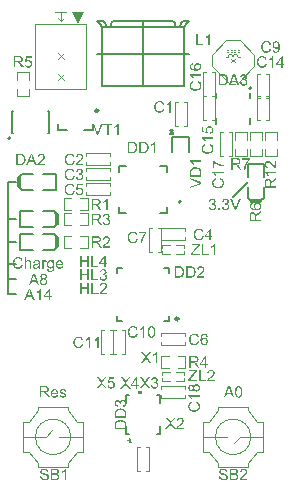
<source format=gto>
G04*
G04 #@! TF.GenerationSoftware,Altium Limited,Altium Designer,21.2.2 (38)*
G04*
G04 Layer_Color=65535*
%FSLAX25Y25*%
%MOIN*%
G70*
G04*
G04 #@! TF.SameCoordinates,0000E620-6A5C-4488-86E2-F855693774CC*
G04*
G04*
G04 #@! TF.FilePolarity,Positive*
G04*
G01*
G75*
%ADD10C,0.00787*%
%ADD11C,0.00394*%
%ADD12C,0.00984*%
%ADD13C,0.00500*%
%ADD14C,0.00591*%
%ADD15C,0.00600*%
G36*
X-1734Y16900D02*
Y17900D01*
X-234D01*
Y16900D01*
X-1734D01*
D02*
G37*
G36*
X-23563Y144153D02*
X-19626D01*
X-21595Y140217D01*
X-23563Y144153D01*
D02*
G37*
G36*
X4089Y97103D02*
X3625D01*
Y100057D01*
X3620Y100051D01*
X3592Y100029D01*
X3559Y99997D01*
X3505Y99958D01*
X3445Y99909D01*
X3368Y99854D01*
X3281Y99794D01*
X3183Y99734D01*
X3177D01*
X3172Y99729D01*
X3139Y99707D01*
X3084Y99680D01*
X3019Y99647D01*
X2943Y99609D01*
X2861Y99571D01*
X2779Y99532D01*
X2697Y99500D01*
Y99947D01*
X2702D01*
X2713Y99958D01*
X2735Y99964D01*
X2762Y99980D01*
X2795Y99997D01*
X2833Y100018D01*
X2926Y100073D01*
X3035Y100133D01*
X3145Y100209D01*
X3259Y100297D01*
X3374Y100390D01*
X3379Y100395D01*
X3385Y100400D01*
X3401Y100417D01*
X3423Y100433D01*
X3472Y100488D01*
X3538Y100553D01*
X3603Y100630D01*
X3674Y100717D01*
X3734Y100804D01*
X3789Y100897D01*
X4089D01*
Y97103D01*
D02*
G37*
G36*
X273Y100875D02*
X382Y100870D01*
X491Y100859D01*
X600Y100843D01*
X693Y100826D01*
X698D01*
X709Y100821D01*
X726D01*
X748Y100810D01*
X808Y100794D01*
X884Y100766D01*
X972Y100728D01*
X1064Y100679D01*
X1157Y100624D01*
X1245Y100553D01*
X1250Y100548D01*
X1255Y100542D01*
X1272Y100526D01*
X1294Y100510D01*
X1348Y100455D01*
X1414Y100379D01*
X1485Y100286D01*
X1561Y100177D01*
X1632Y100051D01*
X1692Y99909D01*
Y99904D01*
X1698Y99893D01*
X1709Y99871D01*
X1714Y99838D01*
X1730Y99800D01*
X1741Y99756D01*
X1752Y99707D01*
X1769Y99647D01*
X1785Y99587D01*
X1796Y99516D01*
X1823Y99363D01*
X1840Y99194D01*
X1845Y99008D01*
Y99003D01*
Y98992D01*
Y98965D01*
Y98937D01*
X1840Y98899D01*
Y98855D01*
X1834Y98752D01*
X1818Y98631D01*
X1801Y98506D01*
X1774Y98375D01*
X1741Y98244D01*
Y98238D01*
X1736Y98227D01*
X1730Y98211D01*
X1725Y98189D01*
X1703Y98129D01*
X1670Y98053D01*
X1638Y97965D01*
X1594Y97878D01*
X1539Y97785D01*
X1485Y97698D01*
X1479Y97687D01*
X1457Y97660D01*
X1425Y97621D01*
X1381Y97572D01*
X1332Y97518D01*
X1272Y97463D01*
X1212Y97403D01*
X1141Y97354D01*
X1130Y97348D01*
X1108Y97332D01*
X1070Y97310D01*
X1015Y97283D01*
X950Y97250D01*
X873Y97223D01*
X786Y97190D01*
X687Y97163D01*
X677D01*
X660Y97157D01*
X644Y97152D01*
X589Y97146D01*
X513Y97135D01*
X426Y97124D01*
X322Y97114D01*
X207Y97108D01*
X81Y97103D01*
X-1278D01*
Y100881D01*
X174D01*
X273Y100875D01*
D02*
G37*
G36*
X-3539D02*
X-3429Y100870D01*
X-3320Y100859D01*
X-3211Y100843D01*
X-3118Y100826D01*
X-3113D01*
X-3102Y100821D01*
X-3085D01*
X-3063Y100810D01*
X-3003Y100794D01*
X-2927Y100766D01*
X-2840Y100728D01*
X-2747Y100679D01*
X-2654Y100624D01*
X-2567Y100553D01*
X-2561Y100548D01*
X-2556Y100542D01*
X-2539Y100526D01*
X-2517Y100510D01*
X-2463Y100455D01*
X-2397Y100379D01*
X-2326Y100286D01*
X-2250Y100177D01*
X-2179Y100051D01*
X-2119Y99909D01*
Y99904D01*
X-2113Y99893D01*
X-2103Y99871D01*
X-2097Y99838D01*
X-2081Y99800D01*
X-2070Y99756D01*
X-2059Y99707D01*
X-2042Y99647D01*
X-2026Y99587D01*
X-2015Y99516D01*
X-1988Y99363D01*
X-1971Y99194D01*
X-1966Y99008D01*
Y99003D01*
Y98992D01*
Y98965D01*
Y98937D01*
X-1971Y98899D01*
Y98855D01*
X-1977Y98752D01*
X-1993Y98631D01*
X-2010Y98506D01*
X-2037Y98375D01*
X-2070Y98244D01*
Y98238D01*
X-2075Y98227D01*
X-2081Y98211D01*
X-2086Y98189D01*
X-2108Y98129D01*
X-2141Y98053D01*
X-2173Y97965D01*
X-2217Y97878D01*
X-2272Y97785D01*
X-2326Y97698D01*
X-2332Y97687D01*
X-2354Y97660D01*
X-2386Y97621D01*
X-2430Y97572D01*
X-2479Y97518D01*
X-2539Y97463D01*
X-2599Y97403D01*
X-2670Y97354D01*
X-2681Y97348D01*
X-2703Y97332D01*
X-2741Y97310D01*
X-2796Y97283D01*
X-2861Y97250D01*
X-2938Y97223D01*
X-3025Y97190D01*
X-3124Y97163D01*
X-3134D01*
X-3151Y97157D01*
X-3167Y97152D01*
X-3222Y97146D01*
X-3298Y97135D01*
X-3386Y97124D01*
X-3489Y97114D01*
X-3604Y97108D01*
X-3730Y97103D01*
X-5089D01*
Y100881D01*
X-3637D01*
X-3539Y100875D01*
D02*
G37*
G36*
X-30940Y49435D02*
X-30427D01*
Y49009D01*
X-30940D01*
Y48103D01*
X-31405D01*
Y49009D01*
X-33048D01*
Y49435D01*
X-31317Y51881D01*
X-30940D01*
Y49435D01*
D02*
G37*
G36*
X-34080Y48103D02*
X-34544D01*
Y51056D01*
X-34549Y51051D01*
X-34577Y51029D01*
X-34610Y50996D01*
X-34664Y50958D01*
X-34724Y50909D01*
X-34801Y50854D01*
X-34888Y50794D01*
X-34986Y50734D01*
X-34992D01*
X-34997Y50729D01*
X-35030Y50707D01*
X-35085Y50680D01*
X-35150Y50647D01*
X-35227Y50609D01*
X-35309Y50571D01*
X-35390Y50532D01*
X-35472Y50500D01*
Y50947D01*
X-35467D01*
X-35456Y50958D01*
X-35434Y50964D01*
X-35407Y50980D01*
X-35374Y50996D01*
X-35336Y51018D01*
X-35243Y51073D01*
X-35134Y51133D01*
X-35025Y51209D01*
X-34910Y51297D01*
X-34795Y51390D01*
X-34790Y51395D01*
X-34784Y51401D01*
X-34768Y51417D01*
X-34746Y51433D01*
X-34697Y51488D01*
X-34631Y51553D01*
X-34566Y51630D01*
X-34495Y51717D01*
X-34435Y51805D01*
X-34380Y51897D01*
X-34080D01*
Y48103D01*
D02*
G37*
G36*
X-36040D02*
X-36608D01*
X-37050Y49249D01*
X-38634D01*
X-39043Y48103D01*
X-39573D01*
X-38131Y51881D01*
X-37585D01*
X-36040Y48103D01*
D02*
G37*
G36*
X-34582Y53135D02*
X-35150D01*
X-35592Y54282D01*
X-37176D01*
X-37585Y53135D01*
X-38115D01*
X-36674Y56914D01*
X-36127D01*
X-34582Y53135D01*
D02*
G37*
G36*
X-33059Y56925D02*
X-33015Y56919D01*
X-32966Y56914D01*
X-32912Y56908D01*
X-32857Y56892D01*
X-32726Y56859D01*
X-32595Y56810D01*
X-32529Y56777D01*
X-32464Y56739D01*
X-32404Y56690D01*
X-32344Y56641D01*
X-32338Y56635D01*
X-32333Y56630D01*
X-32316Y56613D01*
X-32295Y56592D01*
X-32273Y56559D01*
X-32245Y56526D01*
X-32191Y56444D01*
X-32136Y56340D01*
X-32087Y56220D01*
X-32049Y56084D01*
X-32043Y56013D01*
X-32038Y55936D01*
Y55931D01*
Y55926D01*
Y55893D01*
X-32043Y55844D01*
X-32054Y55783D01*
X-32071Y55707D01*
X-32098Y55631D01*
X-32131Y55554D01*
X-32180Y55478D01*
X-32185Y55467D01*
X-32207Y55445D01*
X-32240Y55412D01*
X-32284Y55369D01*
X-32344Y55319D01*
X-32415Y55270D01*
X-32497Y55221D01*
X-32595Y55177D01*
X-32589D01*
X-32579Y55172D01*
X-32562Y55167D01*
X-32540Y55156D01*
X-32475Y55128D01*
X-32398Y55090D01*
X-32316Y55036D01*
X-32229Y54975D01*
X-32147Y54899D01*
X-32071Y54812D01*
Y54806D01*
X-32065Y54801D01*
X-32043Y54768D01*
X-32011Y54713D01*
X-31978Y54642D01*
X-31945Y54555D01*
X-31912Y54451D01*
X-31890Y54337D01*
X-31885Y54211D01*
Y54206D01*
Y54189D01*
Y54162D01*
X-31890Y54129D01*
X-31896Y54091D01*
X-31901Y54042D01*
X-31912Y53987D01*
X-31929Y53927D01*
X-31967Y53802D01*
X-31994Y53731D01*
X-32032Y53665D01*
X-32071Y53594D01*
X-32114Y53528D01*
X-32169Y53463D01*
X-32229Y53398D01*
X-32234Y53392D01*
X-32245Y53381D01*
X-32262Y53365D01*
X-32289Y53348D01*
X-32327Y53321D01*
X-32366Y53294D01*
X-32415Y53266D01*
X-32469Y53234D01*
X-32529Y53201D01*
X-32600Y53174D01*
X-32677Y53146D01*
X-32753Y53119D01*
X-32841Y53103D01*
X-32933Y53086D01*
X-33026Y53075D01*
X-33130Y53070D01*
X-33185D01*
X-33223Y53075D01*
X-33272Y53081D01*
X-33327Y53086D01*
X-33387Y53097D01*
X-33452Y53114D01*
X-33599Y53152D01*
X-33676Y53179D01*
X-33747Y53206D01*
X-33823Y53245D01*
X-33900Y53288D01*
X-33971Y53337D01*
X-34036Y53398D01*
X-34042Y53403D01*
X-34053Y53414D01*
X-34069Y53430D01*
X-34091Y53458D01*
X-34113Y53490D01*
X-34146Y53528D01*
X-34173Y53572D01*
X-34206Y53627D01*
X-34238Y53681D01*
X-34266Y53747D01*
X-34320Y53883D01*
X-34342Y53965D01*
X-34358Y54047D01*
X-34369Y54135D01*
X-34375Y54222D01*
Y54227D01*
Y54238D01*
Y54260D01*
X-34369Y54282D01*
Y54315D01*
X-34364Y54353D01*
X-34353Y54440D01*
X-34331Y54539D01*
X-34298Y54637D01*
X-34249Y54741D01*
X-34189Y54839D01*
Y54844D01*
X-34178Y54850D01*
X-34156Y54877D01*
X-34113Y54921D01*
X-34053Y54975D01*
X-33976Y55030D01*
X-33883Y55090D01*
X-33780Y55139D01*
X-33654Y55177D01*
X-33660D01*
X-33665Y55183D01*
X-33681Y55188D01*
X-33703Y55199D01*
X-33752Y55221D01*
X-33818Y55254D01*
X-33889Y55298D01*
X-33960Y55352D01*
X-34025Y55412D01*
X-34085Y55478D01*
X-34091Y55489D01*
X-34107Y55510D01*
X-34129Y55554D01*
X-34151Y55609D01*
X-34178Y55680D01*
X-34200Y55762D01*
X-34216Y55854D01*
X-34222Y55953D01*
Y55958D01*
Y55969D01*
Y55991D01*
X-34216Y56024D01*
X-34211Y56056D01*
X-34206Y56100D01*
X-34184Y56193D01*
X-34151Y56302D01*
X-34096Y56417D01*
X-34064Y56477D01*
X-34025Y56537D01*
X-33976Y56592D01*
X-33927Y56646D01*
X-33922Y56652D01*
X-33911Y56657D01*
X-33894Y56674D01*
X-33873Y56690D01*
X-33845Y56712D01*
X-33807Y56734D01*
X-33763Y56761D01*
X-33720Y56788D01*
X-33665Y56815D01*
X-33605Y56843D01*
X-33539Y56865D01*
X-33468Y56886D01*
X-33316Y56919D01*
X-33228Y56925D01*
X-33141Y56930D01*
X-33092D01*
X-33059Y56925D01*
D02*
G37*
G36*
X-41546Y62471D02*
X-41497Y62465D01*
X-41437Y62460D01*
X-41377Y62454D01*
X-41306Y62438D01*
X-41159Y62405D01*
X-40995Y62356D01*
X-40913Y62323D01*
X-40837Y62285D01*
X-40760Y62236D01*
X-40684Y62187D01*
X-40678Y62181D01*
X-40668Y62176D01*
X-40646Y62159D01*
X-40618Y62132D01*
X-40591Y62105D01*
X-40553Y62067D01*
X-40515Y62023D01*
X-40471Y61979D01*
X-40427Y61925D01*
X-40384Y61859D01*
X-40334Y61794D01*
X-40291Y61723D01*
X-40253Y61641D01*
X-40209Y61559D01*
X-40176Y61471D01*
X-40143Y61373D01*
X-40635Y61259D01*
Y61264D01*
X-40640Y61275D01*
X-40651Y61297D01*
X-40662Y61324D01*
X-40673Y61357D01*
X-40689Y61401D01*
X-40733Y61488D01*
X-40788Y61586D01*
X-40853Y61684D01*
X-40935Y61777D01*
X-41022Y61859D01*
X-41033Y61870D01*
X-41066Y61892D01*
X-41121Y61919D01*
X-41192Y61957D01*
X-41284Y61990D01*
X-41388Y62023D01*
X-41514Y62045D01*
X-41650Y62050D01*
X-41694D01*
X-41721Y62045D01*
X-41759D01*
X-41803Y62039D01*
X-41907Y62023D01*
X-42022Y62001D01*
X-42142Y61963D01*
X-42267Y61908D01*
X-42382Y61837D01*
X-42387D01*
X-42393Y61826D01*
X-42431Y61799D01*
X-42480Y61755D01*
X-42540Y61690D01*
X-42611Y61608D01*
X-42677Y61515D01*
X-42737Y61401D01*
X-42791Y61275D01*
Y61269D01*
X-42797Y61259D01*
X-42802Y61242D01*
X-42808Y61215D01*
X-42819Y61182D01*
X-42830Y61144D01*
X-42846Y61051D01*
X-42868Y60942D01*
X-42890Y60822D01*
X-42901Y60691D01*
X-42906Y60549D01*
Y60543D01*
Y60527D01*
Y60500D01*
Y60467D01*
X-42901Y60429D01*
Y60379D01*
X-42895Y60325D01*
X-42890Y60265D01*
X-42873Y60134D01*
X-42846Y59992D01*
X-42813Y59850D01*
X-42770Y59708D01*
Y59702D01*
X-42764Y59692D01*
X-42753Y59675D01*
X-42742Y59648D01*
X-42709Y59582D01*
X-42660Y59506D01*
X-42600Y59418D01*
X-42524Y59326D01*
X-42437Y59244D01*
X-42333Y59167D01*
X-42327D01*
X-42316Y59162D01*
X-42300Y59151D01*
X-42278Y59140D01*
X-42251Y59129D01*
X-42218Y59113D01*
X-42142Y59080D01*
X-42043Y59047D01*
X-41934Y59020D01*
X-41814Y58998D01*
X-41688Y58993D01*
X-41650D01*
X-41618Y58998D01*
X-41579D01*
X-41541Y59004D01*
X-41443Y59025D01*
X-41328Y59053D01*
X-41214Y59096D01*
X-41093Y59156D01*
X-41033Y59189D01*
X-40979Y59233D01*
X-40973Y59238D01*
X-40968Y59244D01*
X-40951Y59260D01*
X-40930Y59276D01*
X-40908Y59304D01*
X-40880Y59337D01*
X-40848Y59369D01*
X-40820Y59413D01*
X-40788Y59462D01*
X-40749Y59517D01*
X-40717Y59571D01*
X-40684Y59637D01*
X-40657Y59708D01*
X-40629Y59784D01*
X-40602Y59866D01*
X-40580Y59954D01*
X-40078Y59828D01*
Y59823D01*
X-40083Y59801D01*
X-40094Y59768D01*
X-40111Y59724D01*
X-40127Y59675D01*
X-40149Y59615D01*
X-40176Y59549D01*
X-40209Y59479D01*
X-40285Y59326D01*
X-40384Y59173D01*
X-40444Y59096D01*
X-40504Y59020D01*
X-40569Y58954D01*
X-40646Y58889D01*
X-40651Y58883D01*
X-40662Y58872D01*
X-40689Y58862D01*
X-40717Y58840D01*
X-40760Y58812D01*
X-40804Y58785D01*
X-40864Y58758D01*
X-40924Y58731D01*
X-40995Y58698D01*
X-41072Y58671D01*
X-41153Y58643D01*
X-41241Y58616D01*
X-41334Y58594D01*
X-41432Y58583D01*
X-41536Y58572D01*
X-41645Y58567D01*
X-41705D01*
X-41749Y58572D01*
X-41798D01*
X-41858Y58578D01*
X-41923Y58589D01*
X-42000Y58600D01*
X-42158Y58627D01*
X-42322Y58671D01*
X-42486Y58731D01*
X-42562Y58769D01*
X-42638Y58812D01*
X-42644Y58818D01*
X-42655Y58823D01*
X-42677Y58840D01*
X-42699Y58862D01*
X-42731Y58883D01*
X-42770Y58916D01*
X-42813Y58954D01*
X-42857Y58998D01*
X-42901Y59047D01*
X-42950Y59096D01*
X-43048Y59222D01*
X-43141Y59369D01*
X-43223Y59533D01*
Y59539D01*
X-43234Y59555D01*
X-43239Y59582D01*
X-43255Y59615D01*
X-43266Y59659D01*
X-43283Y59713D01*
X-43305Y59773D01*
X-43321Y59839D01*
X-43337Y59910D01*
X-43359Y59992D01*
X-43387Y60161D01*
X-43408Y60352D01*
X-43419Y60549D01*
Y60554D01*
Y60576D01*
Y60609D01*
X-43414Y60647D01*
Y60702D01*
X-43408Y60756D01*
X-43403Y60827D01*
X-43392Y60898D01*
X-43365Y61057D01*
X-43327Y61231D01*
X-43272Y61406D01*
X-43196Y61575D01*
X-43190Y61581D01*
X-43185Y61597D01*
X-43174Y61619D01*
X-43152Y61646D01*
X-43130Y61684D01*
X-43103Y61728D01*
X-43032Y61826D01*
X-42939Y61936D01*
X-42830Y62045D01*
X-42704Y62154D01*
X-42557Y62247D01*
X-42551Y62252D01*
X-42535Y62258D01*
X-42513Y62269D01*
X-42486Y62285D01*
X-42442Y62301D01*
X-42398Y62318D01*
X-42344Y62340D01*
X-42284Y62362D01*
X-42218Y62383D01*
X-42147Y62405D01*
X-41994Y62438D01*
X-41820Y62465D01*
X-41639Y62476D01*
X-41585D01*
X-41546Y62471D01*
D02*
G37*
G36*
X-32554Y61428D02*
X-32494Y61417D01*
X-32423Y61395D01*
X-32346Y61368D01*
X-32259Y61330D01*
X-32166Y61280D01*
X-32335Y60855D01*
X-32341Y60860D01*
X-32363Y60871D01*
X-32396Y60887D01*
X-32439Y60904D01*
X-32488Y60920D01*
X-32548Y60936D01*
X-32609Y60947D01*
X-32669Y60953D01*
X-32696D01*
X-32723Y60947D01*
X-32761Y60942D01*
X-32800Y60931D01*
X-32849Y60914D01*
X-32898Y60893D01*
X-32942Y60860D01*
X-32947Y60855D01*
X-32963Y60844D01*
X-32980Y60822D01*
X-33007Y60794D01*
X-33034Y60756D01*
X-33062Y60712D01*
X-33089Y60663D01*
X-33111Y60603D01*
X-33116Y60592D01*
X-33122Y60560D01*
X-33133Y60510D01*
X-33149Y60445D01*
X-33165Y60363D01*
X-33176Y60270D01*
X-33182Y60172D01*
X-33187Y60063D01*
Y58632D01*
X-33651D01*
Y61373D01*
X-33231D01*
Y60958D01*
X-33226Y60964D01*
X-33204Y61002D01*
X-33176Y61051D01*
X-33133Y61111D01*
X-33089Y61171D01*
X-33040Y61237D01*
X-32991Y61291D01*
X-32942Y61335D01*
X-32936Y61340D01*
X-32920Y61351D01*
X-32887Y61368D01*
X-32854Y61384D01*
X-32811Y61401D01*
X-32756Y61417D01*
X-32701Y61428D01*
X-32641Y61433D01*
X-32603D01*
X-32554Y61428D01*
D02*
G37*
G36*
X-35306D02*
X-35224Y61422D01*
X-35131Y61411D01*
X-35038Y61395D01*
X-34945Y61373D01*
X-34858Y61346D01*
X-34847Y61340D01*
X-34820Y61330D01*
X-34782Y61313D01*
X-34732Y61291D01*
X-34678Y61259D01*
X-34623Y61226D01*
X-34574Y61182D01*
X-34530Y61138D01*
X-34525Y61133D01*
X-34514Y61117D01*
X-34498Y61089D01*
X-34476Y61057D01*
X-34449Y61007D01*
X-34427Y60958D01*
X-34405Y60898D01*
X-34389Y60827D01*
Y60822D01*
X-34383Y60805D01*
X-34378Y60773D01*
X-34372Y60729D01*
Y60669D01*
X-34367Y60598D01*
X-34361Y60505D01*
Y60401D01*
Y59779D01*
Y59773D01*
Y59752D01*
Y59719D01*
Y59675D01*
Y59626D01*
Y59566D01*
X-34356Y59435D01*
Y59298D01*
X-34350Y59162D01*
X-34345Y59102D01*
Y59047D01*
X-34339Y58998D01*
X-34334Y58960D01*
Y58954D01*
X-34328Y58933D01*
X-34323Y58900D01*
X-34307Y58856D01*
X-34296Y58807D01*
X-34274Y58752D01*
X-34247Y58692D01*
X-34219Y58632D01*
X-34705D01*
X-34711Y58638D01*
X-34716Y58660D01*
X-34727Y58687D01*
X-34743Y58731D01*
X-34760Y58780D01*
X-34771Y58840D01*
X-34782Y58905D01*
X-34793Y58976D01*
X-34798D01*
X-34803Y58965D01*
X-34836Y58938D01*
X-34885Y58900D01*
X-34951Y58851D01*
X-35033Y58802D01*
X-35115Y58747D01*
X-35202Y58698D01*
X-35295Y58660D01*
X-35306Y58654D01*
X-35339Y58649D01*
X-35388Y58632D01*
X-35448Y58616D01*
X-35524Y58600D01*
X-35612Y58589D01*
X-35710Y58578D01*
X-35808Y58572D01*
X-35852D01*
X-35884Y58578D01*
X-35923D01*
X-35966Y58583D01*
X-36065Y58600D01*
X-36174Y58627D01*
X-36294Y58665D01*
X-36403Y58720D01*
X-36502Y58791D01*
X-36512Y58802D01*
X-36540Y58829D01*
X-36578Y58878D01*
X-36622Y58943D01*
X-36665Y59025D01*
X-36704Y59118D01*
X-36731Y59233D01*
X-36736Y59288D01*
X-36742Y59353D01*
Y59364D01*
Y59386D01*
X-36736Y59424D01*
X-36731Y59473D01*
X-36720Y59533D01*
X-36704Y59593D01*
X-36682Y59659D01*
X-36654Y59719D01*
X-36649Y59724D01*
X-36638Y59746D01*
X-36616Y59779D01*
X-36589Y59817D01*
X-36556Y59861D01*
X-36512Y59904D01*
X-36469Y59948D01*
X-36414Y59986D01*
X-36409Y59992D01*
X-36387Y60003D01*
X-36360Y60025D01*
X-36316Y60046D01*
X-36267Y60068D01*
X-36207Y60096D01*
X-36147Y60117D01*
X-36076Y60139D01*
X-36070D01*
X-36048Y60145D01*
X-36016Y60156D01*
X-35972Y60161D01*
X-35917Y60172D01*
X-35846Y60183D01*
X-35764Y60199D01*
X-35666Y60210D01*
X-35661D01*
X-35639Y60216D01*
X-35612D01*
X-35573Y60221D01*
X-35530Y60227D01*
X-35475Y60237D01*
X-35415Y60243D01*
X-35349Y60254D01*
X-35218Y60281D01*
X-35076Y60308D01*
X-34951Y60341D01*
X-34891Y60358D01*
X-34836Y60374D01*
Y60379D01*
Y60390D01*
X-34831Y60423D01*
Y60461D01*
Y60483D01*
Y60494D01*
Y60500D01*
Y60505D01*
Y60538D01*
X-34836Y60592D01*
X-34847Y60653D01*
X-34863Y60718D01*
X-34891Y60783D01*
X-34924Y60844D01*
X-34967Y60893D01*
X-34973Y60898D01*
X-35000Y60920D01*
X-35044Y60942D01*
X-35098Y60975D01*
X-35175Y61002D01*
X-35262Y61029D01*
X-35371Y61046D01*
X-35497Y61051D01*
X-35552D01*
X-35606Y61046D01*
X-35682Y61035D01*
X-35759Y61024D01*
X-35841Y61002D01*
X-35917Y60975D01*
X-35983Y60936D01*
X-35988Y60931D01*
X-36010Y60914D01*
X-36037Y60887D01*
X-36070Y60844D01*
X-36103Y60789D01*
X-36141Y60718D01*
X-36174Y60631D01*
X-36207Y60532D01*
X-36660Y60592D01*
Y60598D01*
X-36654Y60603D01*
Y60620D01*
X-36649Y60641D01*
X-36632Y60691D01*
X-36611Y60762D01*
X-36583Y60833D01*
X-36551Y60909D01*
X-36507Y60985D01*
X-36458Y61057D01*
X-36452Y61062D01*
X-36430Y61084D01*
X-36398Y61117D01*
X-36354Y61160D01*
X-36294Y61204D01*
X-36223Y61248D01*
X-36141Y61297D01*
X-36048Y61335D01*
X-36043D01*
X-36037Y61340D01*
X-36021Y61346D01*
X-35999Y61351D01*
X-35945Y61368D01*
X-35868Y61384D01*
X-35781Y61401D01*
X-35672Y61417D01*
X-35557Y61428D01*
X-35426Y61433D01*
X-35366D01*
X-35306Y61428D01*
D02*
G37*
G36*
X-39057Y61057D02*
X-39051Y61062D01*
X-39040Y61073D01*
X-39024Y61089D01*
X-38997Y61117D01*
X-38969Y61144D01*
X-38931Y61177D01*
X-38882Y61209D01*
X-38833Y61248D01*
X-38778Y61280D01*
X-38718Y61313D01*
X-38576Y61373D01*
X-38500Y61401D01*
X-38418Y61417D01*
X-38331Y61428D01*
X-38243Y61433D01*
X-38194D01*
X-38134Y61428D01*
X-38063Y61417D01*
X-37981Y61406D01*
X-37894Y61384D01*
X-37806Y61351D01*
X-37719Y61313D01*
X-37708Y61308D01*
X-37681Y61291D01*
X-37643Y61264D01*
X-37593Y61226D01*
X-37544Y61177D01*
X-37490Y61122D01*
X-37441Y61057D01*
X-37397Y60980D01*
X-37391Y60969D01*
X-37381Y60942D01*
X-37364Y60893D01*
X-37348Y60822D01*
X-37331Y60734D01*
X-37315Y60631D01*
X-37304Y60505D01*
X-37299Y60363D01*
Y58632D01*
X-37763D01*
Y60369D01*
Y60374D01*
Y60385D01*
Y60401D01*
Y60423D01*
X-37768Y60483D01*
X-37779Y60560D01*
X-37801Y60641D01*
X-37828Y60724D01*
X-37867Y60805D01*
X-37916Y60871D01*
X-37921Y60876D01*
X-37943Y60898D01*
X-37976Y60926D01*
X-38025Y60953D01*
X-38085Y60985D01*
X-38156Y61007D01*
X-38243Y61029D01*
X-38342Y61035D01*
X-38374D01*
X-38412Y61029D01*
X-38467Y61024D01*
X-38522Y61007D01*
X-38587Y60991D01*
X-38653Y60964D01*
X-38724Y60926D01*
X-38729Y60920D01*
X-38751Y60904D01*
X-38784Y60882D01*
X-38822Y60849D01*
X-38866Y60805D01*
X-38909Y60756D01*
X-38948Y60696D01*
X-38980Y60631D01*
X-38986Y60620D01*
X-38991Y60598D01*
X-39002Y60554D01*
X-39019Y60500D01*
X-39035Y60429D01*
X-39046Y60341D01*
X-39051Y60243D01*
X-39057Y60128D01*
Y58632D01*
X-39521D01*
Y62411D01*
X-39057D01*
Y61057D01*
D02*
G37*
G36*
X-27738Y61428D02*
X-27694Y61422D01*
X-27640Y61411D01*
X-27580Y61401D01*
X-27509Y61384D01*
X-27443Y61368D01*
X-27367Y61340D01*
X-27296Y61313D01*
X-27220Y61275D01*
X-27143Y61231D01*
X-27067Y61182D01*
X-26996Y61122D01*
X-26930Y61057D01*
X-26925Y61051D01*
X-26914Y61040D01*
X-26897Y61018D01*
X-26875Y60985D01*
X-26848Y60947D01*
X-26821Y60904D01*
X-26788Y60849D01*
X-26755Y60783D01*
X-26723Y60712D01*
X-26690Y60636D01*
X-26663Y60549D01*
X-26635Y60456D01*
X-26613Y60352D01*
X-26597Y60243D01*
X-26586Y60128D01*
X-26581Y60003D01*
Y59997D01*
Y59975D01*
Y59937D01*
X-26586Y59883D01*
X-28634D01*
Y59877D01*
Y59861D01*
X-28628Y59839D01*
Y59806D01*
X-28623Y59768D01*
X-28612Y59724D01*
X-28595Y59626D01*
X-28563Y59517D01*
X-28519Y59397D01*
X-28459Y59288D01*
X-28383Y59189D01*
X-28377D01*
X-28372Y59178D01*
X-28339Y59151D01*
X-28290Y59113D01*
X-28224Y59074D01*
X-28137Y59031D01*
X-28038Y58993D01*
X-27929Y58965D01*
X-27869Y58960D01*
X-27804Y58954D01*
X-27760D01*
X-27711Y58960D01*
X-27651Y58971D01*
X-27585Y58987D01*
X-27509Y59009D01*
X-27438Y59042D01*
X-27367Y59086D01*
X-27362Y59091D01*
X-27334Y59113D01*
X-27301Y59145D01*
X-27263Y59189D01*
X-27220Y59249D01*
X-27170Y59326D01*
X-27121Y59413D01*
X-27077Y59517D01*
X-26597Y59457D01*
Y59451D01*
X-26603Y59440D01*
X-26608Y59418D01*
X-26619Y59386D01*
X-26635Y59353D01*
X-26652Y59309D01*
X-26695Y59216D01*
X-26750Y59113D01*
X-26826Y59004D01*
X-26914Y58900D01*
X-27023Y58802D01*
X-27028D01*
X-27039Y58791D01*
X-27056Y58780D01*
X-27077Y58763D01*
X-27110Y58747D01*
X-27143Y58731D01*
X-27187Y58709D01*
X-27236Y58687D01*
X-27290Y58665D01*
X-27345Y58643D01*
X-27482Y58610D01*
X-27635Y58583D01*
X-27804Y58572D01*
X-27864D01*
X-27902Y58578D01*
X-27951Y58583D01*
X-28011Y58594D01*
X-28077Y58605D01*
X-28148Y58616D01*
X-28301Y58660D01*
X-28383Y58692D01*
X-28459Y58725D01*
X-28541Y58769D01*
X-28617Y58818D01*
X-28688Y58872D01*
X-28759Y58938D01*
X-28765Y58943D01*
X-28776Y58954D01*
X-28792Y58976D01*
X-28814Y59009D01*
X-28841Y59047D01*
X-28868Y59091D01*
X-28901Y59145D01*
X-28934Y59206D01*
X-28967Y59276D01*
X-29000Y59353D01*
X-29027Y59440D01*
X-29054Y59533D01*
X-29076Y59631D01*
X-29092Y59741D01*
X-29103Y59855D01*
X-29109Y59975D01*
Y59981D01*
Y60008D01*
Y60041D01*
X-29103Y60090D01*
X-29098Y60150D01*
X-29092Y60216D01*
X-29081Y60292D01*
X-29065Y60369D01*
X-29021Y60543D01*
X-28994Y60631D01*
X-28961Y60724D01*
X-28918Y60811D01*
X-28868Y60893D01*
X-28814Y60975D01*
X-28754Y61051D01*
X-28748Y61057D01*
X-28737Y61067D01*
X-28716Y61084D01*
X-28688Y61111D01*
X-28655Y61138D01*
X-28612Y61171D01*
X-28563Y61209D01*
X-28503Y61242D01*
X-28442Y61280D01*
X-28372Y61313D01*
X-28295Y61346D01*
X-28213Y61373D01*
X-28126Y61401D01*
X-28033Y61417D01*
X-27935Y61428D01*
X-27831Y61433D01*
X-27776D01*
X-27738Y61428D01*
D02*
G37*
G36*
X-30801D02*
X-30763Y61422D01*
X-30714Y61411D01*
X-30659Y61401D01*
X-30599Y61384D01*
X-30539Y61362D01*
X-30474Y61335D01*
X-30408Y61302D01*
X-30337Y61264D01*
X-30272Y61220D01*
X-30206Y61166D01*
X-30141Y61106D01*
X-30081Y61035D01*
Y61373D01*
X-29655D01*
Y59004D01*
Y58998D01*
Y58976D01*
Y58943D01*
Y58900D01*
X-29660Y58851D01*
Y58791D01*
X-29666Y58725D01*
X-29671Y58654D01*
X-29687Y58507D01*
X-29709Y58354D01*
X-29726Y58283D01*
X-29742Y58217D01*
X-29764Y58157D01*
X-29786Y58103D01*
Y58097D01*
X-29791Y58092D01*
X-29813Y58059D01*
X-29840Y58010D01*
X-29884Y57950D01*
X-29944Y57884D01*
X-30015Y57813D01*
X-30102Y57742D01*
X-30201Y57682D01*
X-30206D01*
X-30212Y57677D01*
X-30228Y57666D01*
X-30250Y57660D01*
X-30277Y57644D01*
X-30310Y57633D01*
X-30392Y57606D01*
X-30490Y57573D01*
X-30610Y57551D01*
X-30747Y57529D01*
X-30894Y57524D01*
X-30943D01*
X-30976Y57529D01*
X-31020D01*
X-31063Y57535D01*
X-31118Y57540D01*
X-31178Y57551D01*
X-31304Y57578D01*
X-31435Y57617D01*
X-31566Y57671D01*
X-31686Y57748D01*
X-31691Y57753D01*
X-31697Y57759D01*
X-31735Y57791D01*
X-31779Y57841D01*
X-31833Y57911D01*
X-31888Y58004D01*
X-31937Y58119D01*
X-31953Y58185D01*
X-31964Y58255D01*
X-31975Y58327D01*
Y58408D01*
X-31522Y58348D01*
Y58337D01*
X-31517Y58316D01*
X-31506Y58277D01*
X-31495Y58228D01*
X-31473Y58179D01*
X-31446Y58130D01*
X-31413Y58081D01*
X-31369Y58043D01*
X-31358Y58037D01*
X-31336Y58021D01*
X-31298Y57999D01*
X-31244Y57977D01*
X-31178Y57950D01*
X-31096Y57928D01*
X-30998Y57911D01*
X-30894Y57906D01*
X-30839D01*
X-30785Y57911D01*
X-30708Y57923D01*
X-30632Y57939D01*
X-30550Y57961D01*
X-30468Y57993D01*
X-30397Y58037D01*
X-30392Y58043D01*
X-30370Y58059D01*
X-30337Y58092D01*
X-30299Y58130D01*
X-30261Y58185D01*
X-30222Y58245D01*
X-30184Y58316D01*
X-30157Y58398D01*
Y58403D01*
X-30152Y58425D01*
X-30146Y58469D01*
X-30141Y58523D01*
X-30135Y58561D01*
Y58605D01*
X-30130Y58654D01*
Y58709D01*
Y58769D01*
X-30124Y58840D01*
Y58911D01*
Y58993D01*
X-30130Y58987D01*
X-30141Y58976D01*
X-30157Y58960D01*
X-30179Y58938D01*
X-30206Y58911D01*
X-30244Y58878D01*
X-30288Y58845D01*
X-30332Y58812D01*
X-30446Y58747D01*
X-30572Y58687D01*
X-30643Y58665D01*
X-30719Y58649D01*
X-30801Y58638D01*
X-30883Y58632D01*
X-30911D01*
X-30938Y58638D01*
X-30976D01*
X-31025Y58643D01*
X-31080Y58654D01*
X-31140Y58665D01*
X-31205Y58681D01*
X-31276Y58703D01*
X-31347Y58731D01*
X-31418Y58763D01*
X-31495Y58802D01*
X-31566Y58851D01*
X-31637Y58905D01*
X-31702Y58965D01*
X-31762Y59036D01*
X-31768Y59042D01*
X-31773Y59053D01*
X-31789Y59080D01*
X-31811Y59107D01*
X-31833Y59151D01*
X-31861Y59195D01*
X-31888Y59249D01*
X-31915Y59315D01*
X-31942Y59380D01*
X-31970Y59457D01*
X-31997Y59533D01*
X-32019Y59620D01*
X-32057Y59806D01*
X-32063Y59910D01*
X-32068Y60014D01*
Y60019D01*
Y60030D01*
Y60052D01*
Y60079D01*
X-32063Y60117D01*
Y60156D01*
X-32052Y60254D01*
X-32035Y60363D01*
X-32008Y60483D01*
X-31975Y60609D01*
X-31926Y60734D01*
Y60740D01*
X-31921Y60751D01*
X-31910Y60767D01*
X-31899Y60789D01*
X-31866Y60849D01*
X-31822Y60926D01*
X-31762Y61007D01*
X-31691Y61089D01*
X-31609Y61177D01*
X-31517Y61248D01*
X-31511D01*
X-31506Y61253D01*
X-31489Y61264D01*
X-31467Y61275D01*
X-31413Y61308D01*
X-31336Y61340D01*
X-31244Y61373D01*
X-31134Y61406D01*
X-31014Y61428D01*
X-30883Y61433D01*
X-30834D01*
X-30801Y61428D01*
D02*
G37*
G36*
X30426Y15635D02*
X29858D01*
X29416Y16782D01*
X27832D01*
X27423Y15635D01*
X26893D01*
X28335Y19414D01*
X28881D01*
X30426Y15635D01*
D02*
G37*
G36*
X31982Y19425D02*
X32053Y19414D01*
X32135Y19397D01*
X32222Y19376D01*
X32315Y19348D01*
X32402Y19305D01*
X32408D01*
X32413Y19299D01*
X32441Y19283D01*
X32484Y19255D01*
X32539Y19217D01*
X32599Y19163D01*
X32664Y19103D01*
X32724Y19031D01*
X32785Y18950D01*
X32790Y18939D01*
X32812Y18911D01*
X32834Y18862D01*
X32872Y18791D01*
X32905Y18709D01*
X32948Y18617D01*
X32987Y18507D01*
X33019Y18387D01*
Y18382D01*
X33025Y18371D01*
X33030Y18354D01*
X33036Y18327D01*
X33041Y18294D01*
X33047Y18256D01*
X33058Y18207D01*
X33063Y18153D01*
X33074Y18092D01*
X33079Y18027D01*
X33085Y17951D01*
X33096Y17874D01*
X33101Y17787D01*
Y17699D01*
X33107Y17601D01*
Y17497D01*
Y17492D01*
Y17470D01*
Y17432D01*
Y17388D01*
X33101Y17328D01*
Y17263D01*
X33096Y17191D01*
X33090Y17115D01*
X33074Y16940D01*
X33047Y16760D01*
X33014Y16586D01*
X32992Y16504D01*
X32965Y16422D01*
Y16416D01*
X32959Y16405D01*
X32948Y16383D01*
X32937Y16356D01*
X32927Y16318D01*
X32905Y16280D01*
X32861Y16187D01*
X32806Y16089D01*
X32735Y15979D01*
X32654Y15881D01*
X32555Y15788D01*
X32550D01*
X32544Y15777D01*
X32528Y15766D01*
X32506Y15755D01*
X32479Y15739D01*
X32452Y15717D01*
X32370Y15679D01*
X32271Y15641D01*
X32157Y15603D01*
X32020Y15581D01*
X31873Y15570D01*
X31818D01*
X31780Y15575D01*
X31736Y15581D01*
X31682Y15592D01*
X31622Y15603D01*
X31556Y15619D01*
X31491Y15641D01*
X31420Y15663D01*
X31349Y15696D01*
X31278Y15734D01*
X31207Y15777D01*
X31136Y15832D01*
X31070Y15892D01*
X31010Y15958D01*
X31005Y15963D01*
X30994Y15979D01*
X30977Y16007D01*
X30950Y16050D01*
X30923Y16100D01*
X30895Y16165D01*
X30857Y16241D01*
X30825Y16329D01*
X30792Y16427D01*
X30759Y16542D01*
X30726Y16667D01*
X30699Y16809D01*
X30672Y16962D01*
X30655Y17126D01*
X30644Y17306D01*
X30639Y17497D01*
Y17503D01*
Y17525D01*
Y17563D01*
Y17606D01*
X30644Y17666D01*
Y17732D01*
X30650Y17803D01*
X30655Y17885D01*
X30672Y18054D01*
X30699Y18234D01*
X30732Y18415D01*
X30753Y18496D01*
X30775Y18578D01*
Y18584D01*
X30781Y18595D01*
X30792Y18617D01*
X30803Y18644D01*
X30814Y18682D01*
X30835Y18720D01*
X30879Y18813D01*
X30934Y18911D01*
X31005Y19015D01*
X31087Y19119D01*
X31185Y19206D01*
X31190D01*
X31196Y19217D01*
X31212Y19228D01*
X31234Y19239D01*
X31261Y19261D01*
X31294Y19277D01*
X31376Y19321D01*
X31474Y19359D01*
X31589Y19397D01*
X31725Y19419D01*
X31873Y19430D01*
X31922D01*
X31982Y19425D01*
D02*
G37*
G36*
X-4522Y2043D02*
X-4516Y2032D01*
X-4511Y2015D01*
X-4505Y1994D01*
X-4495Y1961D01*
X-4484Y1928D01*
X-4462Y1846D01*
X-4440Y1748D01*
X-4413Y1639D01*
X-4391Y1524D01*
X-4374Y1404D01*
X-4369Y1409D01*
X-4347Y1431D01*
X-4314Y1469D01*
X-4265Y1518D01*
X-4194Y1584D01*
X-4112Y1655D01*
X-4009Y1748D01*
X-3889Y1846D01*
X-3676Y1540D01*
X-3686Y1535D01*
X-3714Y1513D01*
X-3757Y1480D01*
X-3818Y1436D01*
X-3900Y1387D01*
X-3992Y1327D01*
X-4101Y1256D01*
X-4222Y1185D01*
X-4216D01*
X-4205Y1180D01*
X-4189Y1169D01*
X-4162Y1153D01*
X-4096Y1120D01*
X-4020Y1076D01*
X-3932Y1022D01*
X-3839Y967D01*
X-3752Y907D01*
X-3676Y852D01*
X-3889Y552D01*
X-3894Y557D01*
X-3905Y563D01*
X-3921Y579D01*
X-3949Y601D01*
X-4014Y650D01*
X-4091Y716D01*
X-4172Y787D01*
X-4249Y858D01*
X-4320Y923D01*
X-4353Y951D01*
X-4374Y978D01*
Y972D01*
X-4380Y962D01*
Y945D01*
X-4385Y923D01*
X-4391Y891D01*
X-4402Y858D01*
X-4418Y776D01*
X-4440Y678D01*
X-4462Y574D01*
X-4522Y350D01*
X-4888Y465D01*
Y470D01*
X-4882Y481D01*
X-4871Y503D01*
X-4866Y530D01*
X-4849Y563D01*
X-4833Y607D01*
X-4800Y694D01*
X-4762Y792D01*
X-4719Y891D01*
X-4675Y983D01*
X-4637Y1060D01*
X-4642D01*
X-4658D01*
X-4680Y1054D01*
X-4713D01*
X-4751Y1049D01*
X-4795Y1043D01*
X-4893Y1038D01*
X-4997Y1027D01*
X-5106Y1016D01*
X-5199Y1011D01*
X-5243D01*
X-5281D01*
Y1382D01*
X-5275D01*
X-5270D01*
X-5254D01*
X-5237D01*
X-5177Y1376D01*
X-5106Y1371D01*
X-5013Y1360D01*
X-4899Y1355D01*
X-4773Y1338D01*
X-4637Y1322D01*
Y1327D01*
X-4642Y1333D01*
X-4648Y1349D01*
X-4658Y1371D01*
X-4686Y1426D01*
X-4719Y1497D01*
X-4757Y1584D01*
X-4800Y1688D01*
X-4844Y1802D01*
X-4888Y1928D01*
X-4522Y2048D01*
Y2043D01*
D02*
G37*
G36*
X27602Y81925D02*
X27673Y81914D01*
X27761Y81897D01*
X27859Y81870D01*
X27957Y81837D01*
X28056Y81794D01*
X28061D01*
X28067Y81788D01*
X28099Y81772D01*
X28148Y81739D01*
X28203Y81701D01*
X28269Y81646D01*
X28334Y81586D01*
X28400Y81515D01*
X28454Y81433D01*
X28460Y81422D01*
X28476Y81395D01*
X28498Y81346D01*
X28525Y81286D01*
X28552Y81215D01*
X28574Y81133D01*
X28591Y81040D01*
X28596Y80947D01*
Y80936D01*
Y80904D01*
X28591Y80860D01*
X28580Y80800D01*
X28563Y80729D01*
X28536Y80652D01*
X28503Y80576D01*
X28460Y80500D01*
X28454Y80489D01*
X28438Y80467D01*
X28405Y80429D01*
X28361Y80385D01*
X28307Y80336D01*
X28241Y80281D01*
X28165Y80232D01*
X28072Y80183D01*
X28077D01*
X28088Y80177D01*
X28105Y80172D01*
X28126Y80167D01*
X28187Y80145D01*
X28263Y80112D01*
X28350Y80068D01*
X28438Y80014D01*
X28520Y79943D01*
X28596Y79861D01*
X28602Y79850D01*
X28623Y79817D01*
X28656Y79763D01*
X28689Y79691D01*
X28722Y79604D01*
X28754Y79500D01*
X28776Y79380D01*
X28782Y79249D01*
Y79244D01*
Y79227D01*
Y79200D01*
X28776Y79167D01*
X28771Y79124D01*
X28760Y79075D01*
X28749Y79020D01*
X28738Y78960D01*
X28694Y78829D01*
X28662Y78758D01*
X28629Y78692D01*
X28585Y78621D01*
X28536Y78550D01*
X28481Y78479D01*
X28416Y78414D01*
X28411Y78408D01*
X28400Y78398D01*
X28378Y78381D01*
X28350Y78359D01*
X28318Y78332D01*
X28274Y78305D01*
X28225Y78272D01*
X28165Y78245D01*
X28105Y78212D01*
X28034Y78179D01*
X27963Y78152D01*
X27881Y78124D01*
X27793Y78103D01*
X27701Y78086D01*
X27608Y78075D01*
X27504Y78070D01*
X27455D01*
X27422Y78075D01*
X27378Y78081D01*
X27329Y78086D01*
X27275Y78097D01*
X27215Y78108D01*
X27084Y78141D01*
X26947Y78196D01*
X26876Y78228D01*
X26811Y78266D01*
X26745Y78316D01*
X26680Y78365D01*
X26674Y78370D01*
X26663Y78381D01*
X26647Y78398D01*
X26630Y78419D01*
X26603Y78447D01*
X26576Y78485D01*
X26543Y78523D01*
X26510Y78572D01*
X26478Y78627D01*
X26445Y78681D01*
X26385Y78812D01*
X26336Y78965D01*
X26319Y79047D01*
X26308Y79135D01*
X26772Y79195D01*
Y79189D01*
X26778Y79178D01*
X26783Y79156D01*
X26789Y79129D01*
X26794Y79096D01*
X26805Y79058D01*
X26833Y78976D01*
X26871Y78878D01*
X26920Y78785D01*
X26974Y78698D01*
X27040Y78621D01*
X27051Y78616D01*
X27073Y78594D01*
X27116Y78567D01*
X27171Y78539D01*
X27237Y78507D01*
X27319Y78479D01*
X27411Y78458D01*
X27510Y78452D01*
X27542D01*
X27564Y78458D01*
X27624Y78463D01*
X27701Y78479D01*
X27788Y78507D01*
X27881Y78545D01*
X27974Y78600D01*
X28061Y78676D01*
X28072Y78687D01*
X28099Y78720D01*
X28132Y78769D01*
X28176Y78834D01*
X28219Y78916D01*
X28252Y79009D01*
X28279Y79118D01*
X28290Y79238D01*
Y79244D01*
Y79255D01*
Y79271D01*
X28285Y79293D01*
X28279Y79353D01*
X28263Y79424D01*
X28241Y79511D01*
X28203Y79599D01*
X28148Y79686D01*
X28077Y79768D01*
X28067Y79779D01*
X28039Y79801D01*
X27995Y79834D01*
X27935Y79872D01*
X27859Y79910D01*
X27766Y79943D01*
X27662Y79965D01*
X27548Y79975D01*
X27499D01*
X27460Y79970D01*
X27411Y79965D01*
X27357Y79954D01*
X27291Y79943D01*
X27220Y79926D01*
X27275Y80336D01*
X27302D01*
X27324Y80330D01*
X27395D01*
X27455Y80341D01*
X27526Y80352D01*
X27608Y80369D01*
X27701Y80396D01*
X27788Y80434D01*
X27881Y80483D01*
X27886D01*
X27892Y80489D01*
X27919Y80510D01*
X27957Y80549D01*
X28001Y80598D01*
X28045Y80669D01*
X28083Y80751D01*
X28110Y80844D01*
X28121Y80898D01*
Y80958D01*
Y80964D01*
Y80969D01*
Y81002D01*
X28110Y81046D01*
X28099Y81106D01*
X28077Y81171D01*
X28050Y81242D01*
X28006Y81313D01*
X27946Y81379D01*
X27941Y81384D01*
X27914Y81406D01*
X27875Y81433D01*
X27826Y81466D01*
X27761Y81493D01*
X27684Y81521D01*
X27597Y81542D01*
X27499Y81548D01*
X27455D01*
X27406Y81537D01*
X27340Y81526D01*
X27269Y81504D01*
X27198Y81477D01*
X27122Y81433D01*
X27051Y81379D01*
X27046Y81373D01*
X27024Y81346D01*
X26991Y81308D01*
X26953Y81253D01*
X26914Y81182D01*
X26876Y81095D01*
X26843Y80991D01*
X26822Y80871D01*
X26357Y80953D01*
Y80958D01*
X26363Y80975D01*
X26368Y80997D01*
X26374Y81029D01*
X26385Y81067D01*
X26401Y81111D01*
X26434Y81215D01*
X26489Y81335D01*
X26554Y81455D01*
X26636Y81570D01*
X26740Y81674D01*
X26745Y81679D01*
X26756Y81684D01*
X26772Y81695D01*
X26794Y81712D01*
X26822Y81734D01*
X26860Y81755D01*
X26898Y81777D01*
X26947Y81805D01*
X27056Y81848D01*
X27182Y81892D01*
X27329Y81919D01*
X27406Y81930D01*
X27542D01*
X27602Y81925D01*
D02*
G37*
G36*
X23196D02*
X23267Y81914D01*
X23355Y81897D01*
X23453Y81870D01*
X23551Y81837D01*
X23649Y81794D01*
X23655D01*
X23660Y81788D01*
X23693Y81772D01*
X23742Y81739D01*
X23797Y81701D01*
X23862Y81646D01*
X23928Y81586D01*
X23993Y81515D01*
X24048Y81433D01*
X24053Y81422D01*
X24070Y81395D01*
X24092Y81346D01*
X24119Y81286D01*
X24146Y81215D01*
X24168Y81133D01*
X24184Y81040D01*
X24190Y80947D01*
Y80936D01*
Y80904D01*
X24184Y80860D01*
X24173Y80800D01*
X24157Y80729D01*
X24130Y80652D01*
X24097Y80576D01*
X24053Y80500D01*
X24048Y80489D01*
X24032Y80467D01*
X23999Y80429D01*
X23955Y80385D01*
X23900Y80336D01*
X23835Y80281D01*
X23758Y80232D01*
X23666Y80183D01*
X23671D01*
X23682Y80177D01*
X23698Y80172D01*
X23720Y80167D01*
X23780Y80145D01*
X23857Y80112D01*
X23944Y80068D01*
X24032Y80014D01*
X24113Y79943D01*
X24190Y79861D01*
X24195Y79850D01*
X24217Y79817D01*
X24250Y79763D01*
X24283Y79691D01*
X24316Y79604D01*
X24348Y79500D01*
X24370Y79380D01*
X24375Y79249D01*
Y79244D01*
Y79227D01*
Y79200D01*
X24370Y79167D01*
X24365Y79124D01*
X24354Y79075D01*
X24343Y79020D01*
X24332Y78960D01*
X24288Y78829D01*
X24255Y78758D01*
X24223Y78692D01*
X24179Y78621D01*
X24130Y78550D01*
X24075Y78479D01*
X24010Y78414D01*
X24004Y78408D01*
X23993Y78398D01*
X23971Y78381D01*
X23944Y78359D01*
X23911Y78332D01*
X23868Y78305D01*
X23819Y78272D01*
X23758Y78245D01*
X23698Y78212D01*
X23628Y78179D01*
X23557Y78152D01*
X23475Y78124D01*
X23387Y78103D01*
X23294Y78086D01*
X23202Y78075D01*
X23098Y78070D01*
X23049D01*
X23016Y78075D01*
X22972Y78081D01*
X22923Y78086D01*
X22869Y78097D01*
X22808Y78108D01*
X22678Y78141D01*
X22541Y78196D01*
X22470Y78228D01*
X22404Y78266D01*
X22339Y78316D01*
X22273Y78365D01*
X22268Y78370D01*
X22257Y78381D01*
X22241Y78398D01*
X22224Y78419D01*
X22197Y78447D01*
X22170Y78485D01*
X22137Y78523D01*
X22104Y78572D01*
X22071Y78627D01*
X22039Y78681D01*
X21979Y78812D01*
X21929Y78965D01*
X21913Y79047D01*
X21902Y79135D01*
X22366Y79195D01*
Y79189D01*
X22372Y79178D01*
X22377Y79156D01*
X22383Y79129D01*
X22388Y79096D01*
X22399Y79058D01*
X22426Y78976D01*
X22465Y78878D01*
X22514Y78785D01*
X22568Y78698D01*
X22634Y78621D01*
X22645Y78616D01*
X22667Y78594D01*
X22710Y78567D01*
X22765Y78539D01*
X22830Y78507D01*
X22912Y78479D01*
X23005Y78458D01*
X23103Y78452D01*
X23136D01*
X23158Y78458D01*
X23218Y78463D01*
X23294Y78479D01*
X23382Y78507D01*
X23475Y78545D01*
X23567Y78600D01*
X23655Y78676D01*
X23666Y78687D01*
X23693Y78720D01*
X23726Y78769D01*
X23769Y78834D01*
X23813Y78916D01*
X23846Y79009D01*
X23873Y79118D01*
X23884Y79238D01*
Y79244D01*
Y79255D01*
Y79271D01*
X23879Y79293D01*
X23873Y79353D01*
X23857Y79424D01*
X23835Y79511D01*
X23797Y79599D01*
X23742Y79686D01*
X23671Y79768D01*
X23660Y79779D01*
X23633Y79801D01*
X23589Y79834D01*
X23529Y79872D01*
X23453Y79910D01*
X23360Y79943D01*
X23256Y79965D01*
X23142Y79975D01*
X23092D01*
X23054Y79970D01*
X23005Y79965D01*
X22951Y79954D01*
X22885Y79943D01*
X22814Y79926D01*
X22869Y80336D01*
X22896D01*
X22918Y80330D01*
X22989D01*
X23049Y80341D01*
X23120Y80352D01*
X23202Y80369D01*
X23294Y80396D01*
X23382Y80434D01*
X23475Y80483D01*
X23480D01*
X23485Y80489D01*
X23513Y80510D01*
X23551Y80549D01*
X23595Y80598D01*
X23638Y80669D01*
X23677Y80751D01*
X23704Y80844D01*
X23715Y80898D01*
Y80958D01*
Y80964D01*
Y80969D01*
Y81002D01*
X23704Y81046D01*
X23693Y81106D01*
X23671Y81171D01*
X23644Y81242D01*
X23600Y81313D01*
X23540Y81379D01*
X23535Y81384D01*
X23507Y81406D01*
X23469Y81433D01*
X23420Y81466D01*
X23355Y81493D01*
X23278Y81521D01*
X23191Y81542D01*
X23092Y81548D01*
X23049D01*
X23000Y81537D01*
X22934Y81526D01*
X22863Y81504D01*
X22792Y81477D01*
X22716Y81433D01*
X22645Y81379D01*
X22639Y81373D01*
X22617Y81346D01*
X22585Y81308D01*
X22546Y81253D01*
X22508Y81182D01*
X22470Y81095D01*
X22437Y80991D01*
X22415Y80871D01*
X21951Y80953D01*
Y80958D01*
X21957Y80975D01*
X21962Y80997D01*
X21968Y81029D01*
X21979Y81067D01*
X21995Y81111D01*
X22028Y81215D01*
X22082Y81335D01*
X22148Y81455D01*
X22230Y81570D01*
X22333Y81674D01*
X22339Y81679D01*
X22350Y81684D01*
X22366Y81695D01*
X22388Y81712D01*
X22415Y81734D01*
X22454Y81755D01*
X22492Y81777D01*
X22541Y81805D01*
X22650Y81848D01*
X22776Y81892D01*
X22923Y81919D01*
X23000Y81930D01*
X23136D01*
X23196Y81925D01*
D02*
G37*
G36*
X31026Y78135D02*
X30502D01*
X29038Y81914D01*
X29584D01*
X30567Y79167D01*
Y79162D01*
X30573Y79151D01*
X30578Y79135D01*
X30589Y79113D01*
X30595Y79080D01*
X30605Y79047D01*
X30633Y78965D01*
X30665Y78873D01*
X30698Y78769D01*
X30764Y78550D01*
Y78556D01*
X30769Y78567D01*
X30775Y78583D01*
X30780Y78605D01*
X30797Y78665D01*
X30824Y78747D01*
X30851Y78840D01*
X30884Y78944D01*
X30922Y79053D01*
X30966Y79167D01*
X31992Y81914D01*
X32500D01*
X31026Y78135D01*
D02*
G37*
G36*
X25626D02*
X25096D01*
Y78665D01*
X25626D01*
Y78135D01*
D02*
G37*
G36*
X-26694Y18436D02*
X-26612Y18431D01*
X-26525Y18420D01*
X-26432Y18398D01*
X-26334Y18376D01*
X-26241Y18344D01*
X-26235D01*
X-26230Y18338D01*
X-26203Y18327D01*
X-26159Y18305D01*
X-26104Y18278D01*
X-26044Y18240D01*
X-25984Y18196D01*
X-25930Y18147D01*
X-25880Y18092D01*
X-25875Y18087D01*
X-25864Y18065D01*
X-25842Y18027D01*
X-25815Y17983D01*
X-25788Y17918D01*
X-25760Y17847D01*
X-25738Y17765D01*
X-25717Y17672D01*
X-26170Y17612D01*
Y17623D01*
X-26175Y17645D01*
X-26186Y17683D01*
X-26203Y17732D01*
X-26230Y17781D01*
X-26263Y17836D01*
X-26301Y17890D01*
X-26355Y17940D01*
X-26361Y17945D01*
X-26383Y17956D01*
X-26416Y17978D01*
X-26465Y18000D01*
X-26519Y18021D01*
X-26590Y18043D01*
X-26678Y18054D01*
X-26770Y18060D01*
X-26825D01*
X-26880Y18054D01*
X-26951Y18049D01*
X-27022Y18032D01*
X-27098Y18016D01*
X-27169Y17989D01*
X-27229Y17951D01*
X-27235Y17945D01*
X-27251Y17934D01*
X-27273Y17912D01*
X-27295Y17879D01*
X-27322Y17847D01*
X-27344Y17803D01*
X-27360Y17754D01*
X-27366Y17705D01*
Y17699D01*
Y17688D01*
X-27360Y17672D01*
Y17650D01*
X-27344Y17596D01*
X-27311Y17541D01*
X-27305Y17536D01*
X-27300Y17530D01*
X-27289Y17514D01*
X-27267Y17497D01*
X-27245Y17481D01*
X-27213Y17459D01*
X-27174Y17443D01*
X-27131Y17421D01*
X-27125D01*
X-27114Y17415D01*
X-27092Y17410D01*
X-27054Y17393D01*
X-27000Y17377D01*
X-26929Y17361D01*
X-26885Y17344D01*
X-26836Y17334D01*
X-26781Y17317D01*
X-26721Y17301D01*
X-26716D01*
X-26699Y17295D01*
X-26672Y17290D01*
X-26639Y17279D01*
X-26601Y17268D01*
X-26552Y17257D01*
X-26448Y17224D01*
X-26334Y17191D01*
X-26219Y17153D01*
X-26115Y17115D01*
X-26072Y17099D01*
X-26033Y17082D01*
X-26022Y17077D01*
X-26000Y17066D01*
X-25968Y17050D01*
X-25919Y17022D01*
X-25870Y16989D01*
X-25820Y16946D01*
X-25771Y16897D01*
X-25728Y16842D01*
X-25722Y16837D01*
X-25711Y16815D01*
X-25689Y16782D01*
X-25668Y16733D01*
X-25651Y16673D01*
X-25629Y16607D01*
X-25618Y16531D01*
X-25613Y16443D01*
Y16433D01*
Y16405D01*
X-25618Y16362D01*
X-25629Y16301D01*
X-25646Y16236D01*
X-25673Y16165D01*
X-25706Y16083D01*
X-25749Y16007D01*
X-25755Y15996D01*
X-25777Y15974D01*
X-25804Y15936D01*
X-25848Y15892D01*
X-25908Y15843D01*
X-25973Y15788D01*
X-26050Y15739D01*
X-26142Y15690D01*
X-26148D01*
X-26153Y15685D01*
X-26186Y15674D01*
X-26241Y15657D01*
X-26312Y15635D01*
X-26399Y15614D01*
X-26497Y15597D01*
X-26601Y15586D01*
X-26721Y15581D01*
X-26770D01*
X-26809Y15586D01*
X-26852D01*
X-26907Y15592D01*
X-26961Y15597D01*
X-27022Y15608D01*
X-27153Y15635D01*
X-27289Y15674D01*
X-27420Y15728D01*
X-27480Y15761D01*
X-27535Y15799D01*
X-27540Y15805D01*
X-27546Y15810D01*
X-27578Y15843D01*
X-27628Y15892D01*
X-27682Y15969D01*
X-27742Y16061D01*
X-27802Y16171D01*
X-27852Y16307D01*
X-27890Y16460D01*
X-27431Y16531D01*
Y16525D01*
Y16520D01*
X-27420Y16487D01*
X-27409Y16433D01*
X-27387Y16373D01*
X-27360Y16307D01*
X-27327Y16236D01*
X-27278Y16165D01*
X-27218Y16105D01*
X-27207Y16100D01*
X-27185Y16083D01*
X-27142Y16061D01*
X-27087Y16034D01*
X-27016Y16007D01*
X-26934Y15985D01*
X-26836Y15969D01*
X-26721Y15963D01*
X-26667D01*
X-26612Y15969D01*
X-26541Y15979D01*
X-26465Y15996D01*
X-26383Y16018D01*
X-26312Y16045D01*
X-26246Y16089D01*
X-26241Y16094D01*
X-26219Y16110D01*
X-26197Y16138D01*
X-26164Y16176D01*
X-26137Y16220D01*
X-26110Y16274D01*
X-26093Y16329D01*
X-26088Y16394D01*
Y16400D01*
Y16422D01*
X-26093Y16449D01*
X-26104Y16487D01*
X-26121Y16525D01*
X-26148Y16564D01*
X-26181Y16607D01*
X-26230Y16640D01*
X-26235Y16646D01*
X-26252Y16651D01*
X-26279Y16667D01*
X-26323Y16684D01*
X-26388Y16706D01*
X-26426Y16722D01*
X-26470Y16733D01*
X-26519Y16749D01*
X-26574Y16766D01*
X-26634Y16782D01*
X-26705Y16798D01*
X-26710D01*
X-26727Y16804D01*
X-26754Y16809D01*
X-26787Y16820D01*
X-26831Y16831D01*
X-26880Y16848D01*
X-26983Y16875D01*
X-27103Y16913D01*
X-27218Y16946D01*
X-27327Y16984D01*
X-27376Y17006D01*
X-27415Y17022D01*
X-27426Y17028D01*
X-27447Y17039D01*
X-27480Y17061D01*
X-27524Y17088D01*
X-27573Y17126D01*
X-27622Y17170D01*
X-27671Y17219D01*
X-27715Y17279D01*
X-27720Y17284D01*
X-27731Y17306D01*
X-27748Y17344D01*
X-27764Y17388D01*
X-27781Y17443D01*
X-27797Y17508D01*
X-27808Y17574D01*
X-27813Y17650D01*
Y17661D01*
Y17683D01*
X-27808Y17716D01*
X-27802Y17765D01*
X-27791Y17814D01*
X-27781Y17874D01*
X-27759Y17929D01*
X-27731Y17989D01*
X-27726Y17994D01*
X-27715Y18016D01*
X-27699Y18043D01*
X-27671Y18081D01*
X-27639Y18120D01*
X-27600Y18169D01*
X-27557Y18213D01*
X-27502Y18251D01*
X-27497Y18256D01*
X-27480Y18262D01*
X-27458Y18278D01*
X-27426Y18294D01*
X-27382Y18316D01*
X-27333Y18338D01*
X-27273Y18360D01*
X-27207Y18382D01*
X-27196Y18387D01*
X-27174Y18393D01*
X-27136Y18404D01*
X-27087Y18415D01*
X-27027Y18426D01*
X-26961Y18431D01*
X-26885Y18442D01*
X-26754D01*
X-26694Y18436D01*
D02*
G37*
G36*
X-32591Y19414D02*
X-32542D01*
X-32427Y19408D01*
X-32307Y19392D01*
X-32176Y19376D01*
X-32056Y19348D01*
X-31996Y19332D01*
X-31947Y19316D01*
X-31941D01*
X-31936Y19310D01*
X-31903Y19294D01*
X-31854Y19272D01*
X-31794Y19233D01*
X-31728Y19184D01*
X-31657Y19119D01*
X-31592Y19042D01*
X-31526Y18955D01*
Y18950D01*
X-31521Y18944D01*
X-31499Y18911D01*
X-31477Y18857D01*
X-31444Y18786D01*
X-31417Y18704D01*
X-31390Y18606D01*
X-31373Y18502D01*
X-31368Y18387D01*
Y18382D01*
Y18371D01*
Y18349D01*
X-31373Y18322D01*
Y18283D01*
X-31379Y18245D01*
X-31400Y18153D01*
X-31433Y18043D01*
X-31477Y17929D01*
X-31543Y17814D01*
X-31586Y17759D01*
X-31630Y17705D01*
X-31635Y17699D01*
X-31641Y17694D01*
X-31657Y17677D01*
X-31679Y17661D01*
X-31706Y17639D01*
X-31739Y17617D01*
X-31783Y17590D01*
X-31826Y17557D01*
X-31881Y17530D01*
X-31941Y17503D01*
X-32006Y17470D01*
X-32078Y17443D01*
X-32159Y17421D01*
X-32241Y17393D01*
X-32334Y17377D01*
X-32432Y17361D01*
X-32421Y17355D01*
X-32400Y17344D01*
X-32367Y17323D01*
X-32323Y17301D01*
X-32225Y17241D01*
X-32176Y17202D01*
X-32132Y17170D01*
X-32121Y17159D01*
X-32094Y17131D01*
X-32050Y17088D01*
X-31996Y17033D01*
X-31936Y16957D01*
X-31865Y16875D01*
X-31794Y16777D01*
X-31717Y16667D01*
X-31067Y15641D01*
X-31690D01*
X-32187Y16427D01*
Y16433D01*
X-32198Y16443D01*
X-32209Y16460D01*
X-32225Y16482D01*
X-32263Y16542D01*
X-32312Y16618D01*
X-32372Y16700D01*
X-32432Y16788D01*
X-32493Y16869D01*
X-32547Y16946D01*
X-32553Y16951D01*
X-32569Y16973D01*
X-32596Y17006D01*
X-32634Y17044D01*
X-32716Y17126D01*
X-32760Y17164D01*
X-32804Y17197D01*
X-32809Y17202D01*
X-32820Y17208D01*
X-32842Y17219D01*
X-32875Y17235D01*
X-32908Y17252D01*
X-32946Y17268D01*
X-33033Y17295D01*
X-33038D01*
X-33049Y17301D01*
X-33071D01*
X-33099Y17306D01*
X-33137Y17312D01*
X-33180D01*
X-33241Y17317D01*
X-33885D01*
Y15641D01*
X-34387D01*
Y19419D01*
X-32634D01*
X-32591Y19414D01*
D02*
G37*
G36*
X-29429Y18436D02*
X-29386Y18431D01*
X-29331Y18420D01*
X-29271Y18409D01*
X-29200Y18393D01*
X-29135Y18376D01*
X-29058Y18349D01*
X-28987Y18322D01*
X-28911Y18283D01*
X-28834Y18240D01*
X-28758Y18191D01*
X-28687Y18131D01*
X-28621Y18065D01*
X-28616Y18060D01*
X-28605Y18049D01*
X-28589Y18027D01*
X-28567Y17994D01*
X-28539Y17956D01*
X-28512Y17912D01*
X-28479Y17858D01*
X-28447Y17792D01*
X-28414Y17721D01*
X-28381Y17645D01*
X-28354Y17557D01*
X-28326Y17465D01*
X-28305Y17361D01*
X-28288Y17252D01*
X-28277Y17137D01*
X-28272Y17011D01*
Y17006D01*
Y16984D01*
Y16946D01*
X-28277Y16891D01*
X-30325D01*
Y16886D01*
Y16869D01*
X-30319Y16848D01*
Y16815D01*
X-30314Y16777D01*
X-30303Y16733D01*
X-30287Y16635D01*
X-30254Y16525D01*
X-30210Y16405D01*
X-30150Y16296D01*
X-30074Y16198D01*
X-30068D01*
X-30063Y16187D01*
X-30030Y16160D01*
X-29981Y16121D01*
X-29915Y16083D01*
X-29828Y16039D01*
X-29730Y16001D01*
X-29621Y15974D01*
X-29561Y15969D01*
X-29495Y15963D01*
X-29451D01*
X-29402Y15969D01*
X-29342Y15979D01*
X-29276Y15996D01*
X-29200Y16018D01*
X-29129Y16050D01*
X-29058Y16094D01*
X-29053Y16100D01*
X-29025Y16121D01*
X-28993Y16154D01*
X-28954Y16198D01*
X-28911Y16258D01*
X-28862Y16334D01*
X-28813Y16422D01*
X-28769Y16525D01*
X-28288Y16465D01*
Y16460D01*
X-28294Y16449D01*
X-28299Y16427D01*
X-28310Y16394D01*
X-28326Y16362D01*
X-28343Y16318D01*
X-28387Y16225D01*
X-28441Y16121D01*
X-28518Y16012D01*
X-28605Y15908D01*
X-28714Y15810D01*
X-28720D01*
X-28730Y15799D01*
X-28747Y15788D01*
X-28769Y15772D01*
X-28802Y15755D01*
X-28834Y15739D01*
X-28878Y15717D01*
X-28927Y15696D01*
X-28982Y15674D01*
X-29036Y15652D01*
X-29173Y15619D01*
X-29326Y15592D01*
X-29495Y15581D01*
X-29555D01*
X-29593Y15586D01*
X-29642Y15592D01*
X-29702Y15603D01*
X-29768Y15614D01*
X-29839Y15624D01*
X-29992Y15668D01*
X-30074Y15701D01*
X-30150Y15734D01*
X-30232Y15777D01*
X-30308Y15826D01*
X-30380Y15881D01*
X-30450Y15947D01*
X-30456Y15952D01*
X-30467Y15963D01*
X-30483Y15985D01*
X-30505Y16018D01*
X-30532Y16056D01*
X-30560Y16100D01*
X-30592Y16154D01*
X-30625Y16214D01*
X-30658Y16285D01*
X-30691Y16362D01*
X-30718Y16449D01*
X-30745Y16542D01*
X-30767Y16640D01*
X-30784Y16749D01*
X-30794Y16864D01*
X-30800Y16984D01*
Y16989D01*
Y17017D01*
Y17050D01*
X-30794Y17099D01*
X-30789Y17159D01*
X-30784Y17224D01*
X-30773Y17301D01*
X-30756Y17377D01*
X-30713Y17552D01*
X-30685Y17639D01*
X-30652Y17732D01*
X-30609Y17819D01*
X-30560Y17901D01*
X-30505Y17983D01*
X-30445Y18060D01*
X-30439Y18065D01*
X-30429Y18076D01*
X-30407Y18092D01*
X-30380Y18120D01*
X-30347Y18147D01*
X-30303Y18180D01*
X-30254Y18218D01*
X-30194Y18251D01*
X-30134Y18289D01*
X-30063Y18322D01*
X-29986Y18354D01*
X-29904Y18382D01*
X-29817Y18409D01*
X-29724Y18426D01*
X-29626Y18436D01*
X-29522Y18442D01*
X-29468D01*
X-29429Y18436D01*
D02*
G37*
G36*
X35547Y94974D02*
X35541Y94969D01*
X35530Y94958D01*
X35508Y94936D01*
X35487Y94903D01*
X35454Y94865D01*
X35410Y94821D01*
X35366Y94767D01*
X35317Y94701D01*
X35268Y94636D01*
X35208Y94559D01*
X35148Y94472D01*
X35088Y94384D01*
X35023Y94286D01*
X34957Y94182D01*
X34892Y94068D01*
X34826Y93953D01*
X34821Y93948D01*
X34810Y93926D01*
X34793Y93893D01*
X34766Y93844D01*
X34739Y93784D01*
X34706Y93718D01*
X34668Y93642D01*
X34629Y93555D01*
X34586Y93456D01*
X34537Y93358D01*
X34493Y93249D01*
X34449Y93134D01*
X34362Y92899D01*
X34280Y92648D01*
Y92643D01*
X34275Y92626D01*
X34269Y92599D01*
X34258Y92566D01*
X34247Y92523D01*
X34236Y92468D01*
X34220Y92408D01*
X34209Y92343D01*
X34193Y92266D01*
X34176Y92184D01*
X34149Y92009D01*
X34122Y91818D01*
X34105Y91611D01*
X33630D01*
Y91616D01*
Y91633D01*
Y91654D01*
X33636Y91687D01*
Y91731D01*
X33641Y91786D01*
X33647Y91846D01*
X33652Y91911D01*
X33663Y91988D01*
X33674Y92064D01*
X33690Y92157D01*
X33707Y92250D01*
X33723Y92348D01*
X33745Y92457D01*
X33799Y92681D01*
Y92686D01*
X33805Y92708D01*
X33816Y92741D01*
X33832Y92790D01*
X33849Y92845D01*
X33871Y92910D01*
X33892Y92987D01*
X33925Y93069D01*
X33958Y93161D01*
X33991Y93254D01*
X34073Y93462D01*
X34171Y93680D01*
X34280Y93899D01*
X34285Y93904D01*
X34296Y93926D01*
X34313Y93953D01*
X34335Y93997D01*
X34362Y94046D01*
X34400Y94106D01*
X34438Y94172D01*
X34482Y94243D01*
X34586Y94401D01*
X34695Y94565D01*
X34821Y94734D01*
X34951Y94892D01*
X33101D01*
Y95340D01*
X35547D01*
Y94974D01*
D02*
G37*
G36*
X31250Y95384D02*
X31299D01*
X31413Y95378D01*
X31534Y95362D01*
X31665Y95345D01*
X31785Y95318D01*
X31845Y95302D01*
X31894Y95285D01*
X31899D01*
X31905Y95280D01*
X31938Y95264D01*
X31987Y95242D01*
X32047Y95204D01*
X32112Y95154D01*
X32183Y95089D01*
X32249Y95012D01*
X32314Y94925D01*
Y94920D01*
X32320Y94914D01*
X32342Y94881D01*
X32364Y94827D01*
X32396Y94756D01*
X32424Y94674D01*
X32451Y94576D01*
X32467Y94472D01*
X32473Y94357D01*
Y94352D01*
Y94341D01*
Y94319D01*
X32467Y94292D01*
Y94253D01*
X32462Y94215D01*
X32440Y94122D01*
X32407Y94013D01*
X32364Y93899D01*
X32298Y93784D01*
X32254Y93729D01*
X32211Y93675D01*
X32205Y93669D01*
X32200Y93664D01*
X32183Y93647D01*
X32162Y93631D01*
X32134Y93609D01*
X32101Y93587D01*
X32058Y93560D01*
X32014Y93527D01*
X31960Y93500D01*
X31899Y93473D01*
X31834Y93440D01*
X31763Y93413D01*
X31681Y93391D01*
X31599Y93363D01*
X31506Y93347D01*
X31408Y93331D01*
X31419Y93325D01*
X31441Y93314D01*
X31473Y93292D01*
X31517Y93271D01*
X31615Y93211D01*
X31665Y93172D01*
X31708Y93140D01*
X31719Y93129D01*
X31747Y93101D01*
X31790Y93058D01*
X31845Y93003D01*
X31905Y92927D01*
X31976Y92845D01*
X32047Y92747D01*
X32123Y92637D01*
X32773Y91611D01*
X32151D01*
X31654Y92397D01*
Y92402D01*
X31643Y92414D01*
X31632Y92430D01*
X31615Y92452D01*
X31577Y92512D01*
X31528Y92588D01*
X31468Y92670D01*
X31408Y92757D01*
X31348Y92839D01*
X31293Y92916D01*
X31288Y92921D01*
X31271Y92943D01*
X31244Y92976D01*
X31206Y93014D01*
X31124Y93096D01*
X31080Y93134D01*
X31037Y93167D01*
X31031Y93172D01*
X31020Y93178D01*
X30999Y93189D01*
X30966Y93205D01*
X30933Y93221D01*
X30895Y93238D01*
X30807Y93265D01*
X30802D01*
X30791Y93271D01*
X30769D01*
X30742Y93276D01*
X30704Y93282D01*
X30660D01*
X30600Y93287D01*
X29956D01*
Y91611D01*
X29453D01*
Y95389D01*
X31206D01*
X31250Y95384D01*
D02*
G37*
G36*
X38234Y80541D02*
X38267D01*
X38355Y80525D01*
X38458Y80509D01*
X38567Y80481D01*
X38688Y80443D01*
X38802Y80388D01*
X38808D01*
X38813Y80383D01*
X38829Y80372D01*
X38851Y80361D01*
X38906Y80328D01*
X38977Y80279D01*
X39053Y80219D01*
X39130Y80148D01*
X39206Y80061D01*
X39272Y79968D01*
Y79962D01*
X39277Y79957D01*
X39288Y79941D01*
X39294Y79919D01*
X39321Y79864D01*
X39348Y79793D01*
X39381Y79700D01*
X39403Y79597D01*
X39425Y79482D01*
X39430Y79356D01*
Y79329D01*
X39425Y79302D01*
Y79258D01*
X39419Y79209D01*
X39408Y79154D01*
X39392Y79089D01*
X39375Y79023D01*
X39354Y78947D01*
X39326Y78870D01*
X39294Y78794D01*
X39250Y78712D01*
X39201Y78636D01*
X39146Y78559D01*
X39081Y78483D01*
X39004Y78412D01*
X38999Y78406D01*
X38982Y78395D01*
X38960Y78379D01*
X38922Y78357D01*
X38873Y78325D01*
X38819Y78297D01*
X38748Y78264D01*
X38671Y78232D01*
X38578Y78193D01*
X38475Y78161D01*
X38360Y78133D01*
X38234Y78106D01*
X38092Y78079D01*
X37940Y78062D01*
X37776Y78051D01*
X37601Y78046D01*
X37595D01*
X37590D01*
X37574D01*
X37552D01*
X37497Y78051D01*
X37421D01*
X37334Y78057D01*
X37230Y78068D01*
X37115Y78079D01*
X36990Y78095D01*
X36864Y78117D01*
X36727Y78144D01*
X36596Y78177D01*
X36465Y78215D01*
X36340Y78264D01*
X36220Y78319D01*
X36105Y78379D01*
X36007Y78450D01*
X36001Y78456D01*
X35990Y78466D01*
X35969Y78488D01*
X35936Y78515D01*
X35903Y78548D01*
X35870Y78592D01*
X35827Y78647D01*
X35788Y78701D01*
X35750Y78767D01*
X35706Y78838D01*
X35674Y78920D01*
X35635Y79001D01*
X35608Y79094D01*
X35586Y79193D01*
X35575Y79296D01*
X35570Y79405D01*
Y79449D01*
X35575Y79482D01*
Y79520D01*
X35581Y79564D01*
X35603Y79668D01*
X35630Y79782D01*
X35674Y79902D01*
X35739Y80023D01*
X35777Y80083D01*
X35821Y80137D01*
X35827Y80143D01*
X35832Y80148D01*
X35848Y80164D01*
X35865Y80181D01*
X35892Y80208D01*
X35925Y80230D01*
X36001Y80290D01*
X36099Y80350D01*
X36220Y80405D01*
X36356Y80454D01*
X36509Y80487D01*
X36547Y80023D01*
X36542D01*
X36536Y80017D01*
X36503Y80012D01*
X36454Y79995D01*
X36394Y79973D01*
X36329Y79952D01*
X36263Y79919D01*
X36203Y79881D01*
X36154Y79842D01*
X36143Y79831D01*
X36121Y79810D01*
X36089Y79771D01*
X36050Y79717D01*
X36018Y79646D01*
X35985Y79569D01*
X35963Y79476D01*
X35952Y79378D01*
Y79340D01*
X35958Y79296D01*
X35969Y79247D01*
X35985Y79182D01*
X36007Y79116D01*
X36034Y79051D01*
X36078Y78985D01*
X36083Y78974D01*
X36105Y78947D01*
X36143Y78909D01*
X36198Y78860D01*
X36263Y78805D01*
X36340Y78745D01*
X36438Y78690D01*
X36547Y78636D01*
X36553D01*
X36564Y78630D01*
X36580Y78625D01*
X36602Y78614D01*
X36635Y78608D01*
X36673Y78597D01*
X36716Y78587D01*
X36771Y78576D01*
X36831Y78559D01*
X36897Y78548D01*
X36968Y78537D01*
X37044Y78532D01*
X37131Y78521D01*
X37219Y78515D01*
X37317Y78510D01*
X37415D01*
X37410Y78515D01*
X37377Y78537D01*
X37334Y78576D01*
X37279Y78625D01*
X37213Y78679D01*
X37153Y78750D01*
X37093Y78827D01*
X37039Y78914D01*
Y78920D01*
X37033Y78925D01*
X37017Y78958D01*
X37000Y79007D01*
X36973Y79072D01*
X36951Y79149D01*
X36935Y79236D01*
X36919Y79329D01*
X36913Y79427D01*
Y79471D01*
X36919Y79504D01*
X36924Y79548D01*
X36929Y79591D01*
X36940Y79646D01*
X36957Y79700D01*
X36995Y79826D01*
X37022Y79892D01*
X37060Y79957D01*
X37099Y80023D01*
X37142Y80093D01*
X37197Y80159D01*
X37257Y80219D01*
X37262Y80225D01*
X37273Y80235D01*
X37290Y80252D01*
X37317Y80268D01*
X37355Y80295D01*
X37394Y80323D01*
X37443Y80350D01*
X37497Y80383D01*
X37557Y80416D01*
X37623Y80443D01*
X37699Y80470D01*
X37776Y80497D01*
X37858Y80514D01*
X37950Y80530D01*
X38043Y80541D01*
X38142Y80547D01*
X38147D01*
X38158D01*
X38174D01*
X38202D01*
X38234Y80541D01*
D02*
G37*
G36*
X39365Y77150D02*
X38578Y76654D01*
X38573D01*
X38562Y76643D01*
X38546Y76632D01*
X38524Y76616D01*
X38464Y76577D01*
X38387Y76528D01*
X38305Y76468D01*
X38218Y76408D01*
X38136Y76348D01*
X38060Y76293D01*
X38054Y76288D01*
X38032Y76271D01*
X38000Y76244D01*
X37961Y76206D01*
X37879Y76124D01*
X37841Y76080D01*
X37808Y76037D01*
X37803Y76031D01*
X37798Y76020D01*
X37787Y75999D01*
X37770Y75966D01*
X37754Y75933D01*
X37738Y75895D01*
X37710Y75807D01*
Y75802D01*
X37705Y75791D01*
Y75769D01*
X37699Y75742D01*
X37694Y75704D01*
Y75660D01*
X37688Y75600D01*
Y74956D01*
X39365D01*
Y74453D01*
X35586D01*
Y76206D01*
X35592Y76250D01*
Y76299D01*
X35597Y76414D01*
X35614Y76534D01*
X35630Y76665D01*
X35657Y76785D01*
X35674Y76845D01*
X35690Y76894D01*
Y76899D01*
X35695Y76905D01*
X35712Y76938D01*
X35734Y76987D01*
X35772Y77047D01*
X35821Y77112D01*
X35887Y77183D01*
X35963Y77249D01*
X36050Y77314D01*
X36056D01*
X36061Y77320D01*
X36094Y77342D01*
X36149Y77364D01*
X36220Y77396D01*
X36301Y77424D01*
X36400Y77451D01*
X36503Y77467D01*
X36618Y77473D01*
X36624D01*
X36635D01*
X36656D01*
X36684Y77467D01*
X36722D01*
X36760Y77462D01*
X36853Y77440D01*
X36962Y77407D01*
X37077Y77364D01*
X37192Y77298D01*
X37246Y77254D01*
X37301Y77211D01*
X37306Y77205D01*
X37312Y77200D01*
X37328Y77183D01*
X37344Y77162D01*
X37366Y77134D01*
X37388Y77101D01*
X37415Y77058D01*
X37448Y77014D01*
X37475Y76960D01*
X37503Y76899D01*
X37536Y76834D01*
X37563Y76763D01*
X37585Y76681D01*
X37612Y76599D01*
X37628Y76506D01*
X37645Y76408D01*
X37650Y76419D01*
X37661Y76441D01*
X37683Y76473D01*
X37705Y76517D01*
X37765Y76616D01*
X37803Y76665D01*
X37836Y76708D01*
X37847Y76719D01*
X37874Y76746D01*
X37918Y76790D01*
X37972Y76845D01*
X38049Y76905D01*
X38131Y76976D01*
X38229Y77047D01*
X38338Y77123D01*
X39365Y77773D01*
Y77150D01*
D02*
G37*
G36*
X1315Y29085D02*
X2729Y27103D01*
X2112D01*
X1156Y28446D01*
X1151Y28451D01*
X1140Y28468D01*
X1129Y28490D01*
X1107Y28517D01*
X1058Y28593D01*
X1004Y28675D01*
X998Y28670D01*
X982Y28648D01*
X960Y28615D01*
X933Y28571D01*
X872Y28484D01*
X845Y28446D01*
X823Y28413D01*
X-132Y27103D01*
X-733D01*
X725Y29057D01*
X-563Y30881D01*
X32D01*
X720Y29909D01*
Y29904D01*
X731Y29898D01*
X741Y29882D01*
X758Y29860D01*
X791Y29805D01*
X840Y29740D01*
X889Y29663D01*
X938Y29587D01*
X982Y29516D01*
X1020Y29451D01*
X1025Y29461D01*
X1042Y29483D01*
X1069Y29527D01*
X1107Y29581D01*
X1151Y29642D01*
X1206Y29718D01*
X1260Y29794D01*
X1326Y29876D01*
X2079Y30881D01*
X2625D01*
X1315Y29085D01*
D02*
G37*
G36*
X4733Y27103D02*
X4269D01*
Y30057D01*
X4263Y30051D01*
X4236Y30029D01*
X4203Y29996D01*
X4149Y29958D01*
X4089Y29909D01*
X4012Y29855D01*
X3925Y29794D01*
X3826Y29734D01*
X3821D01*
X3815Y29729D01*
X3783Y29707D01*
X3728Y29680D01*
X3663Y29647D01*
X3586Y29609D01*
X3504Y29571D01*
X3422Y29532D01*
X3340Y29500D01*
Y29947D01*
X3346D01*
X3357Y29958D01*
X3379Y29964D01*
X3406Y29980D01*
X3439Y29996D01*
X3477Y30018D01*
X3570Y30073D01*
X3679Y30133D01*
X3788Y30209D01*
X3903Y30297D01*
X4017Y30390D01*
X4023Y30395D01*
X4028Y30400D01*
X4045Y30417D01*
X4067Y30433D01*
X4116Y30488D01*
X4181Y30553D01*
X4247Y30630D01*
X4318Y30717D01*
X4378Y30804D01*
X4432Y30897D01*
X4733D01*
Y27103D01*
D02*
G37*
G36*
X-13565Y20626D02*
X-12151Y18644D01*
X-12767D01*
X-13723Y19987D01*
X-13728Y19992D01*
X-13739Y20009D01*
X-13750Y20030D01*
X-13772Y20058D01*
X-13821Y20134D01*
X-13876Y20216D01*
X-13881Y20211D01*
X-13898Y20189D01*
X-13920Y20156D01*
X-13947Y20112D01*
X-14007Y20025D01*
X-14034Y19987D01*
X-14056Y19954D01*
X-15012Y18644D01*
X-15612D01*
X-14154Y20598D01*
X-15443Y22422D01*
X-14848D01*
X-14160Y21450D01*
Y21445D01*
X-14149Y21439D01*
X-14138Y21423D01*
X-14122Y21401D01*
X-14089Y21346D01*
X-14040Y21281D01*
X-13991Y21204D01*
X-13941Y21128D01*
X-13898Y21057D01*
X-13859Y20991D01*
X-13854Y21002D01*
X-13838Y21024D01*
X-13810Y21068D01*
X-13772Y21122D01*
X-13728Y21182D01*
X-13674Y21259D01*
X-13619Y21335D01*
X-13554Y21417D01*
X-12800Y22422D01*
X-12254D01*
X-13565Y20626D01*
D02*
G37*
G36*
X-9568Y21930D02*
X-11080D01*
X-11282Y20910D01*
X-11277Y20915D01*
X-11266Y20920D01*
X-11250Y20931D01*
X-11222Y20948D01*
X-11190Y20964D01*
X-11151Y20986D01*
X-11064Y21030D01*
X-10955Y21073D01*
X-10835Y21112D01*
X-10704Y21139D01*
X-10638Y21150D01*
X-10518D01*
X-10485Y21144D01*
X-10442Y21139D01*
X-10392Y21133D01*
X-10338Y21122D01*
X-10278Y21106D01*
X-10147Y21068D01*
X-10076Y21041D01*
X-10005Y21002D01*
X-9934Y20964D01*
X-9863Y20920D01*
X-9797Y20866D01*
X-9732Y20806D01*
X-9726Y20800D01*
X-9715Y20789D01*
X-9699Y20773D01*
X-9677Y20746D01*
X-9650Y20707D01*
X-9623Y20669D01*
X-9590Y20620D01*
X-9557Y20565D01*
X-9530Y20505D01*
X-9497Y20440D01*
X-9470Y20364D01*
X-9442Y20287D01*
X-9421Y20205D01*
X-9404Y20112D01*
X-9393Y20019D01*
X-9388Y19921D01*
Y19916D01*
Y19899D01*
Y19872D01*
X-9393Y19834D01*
X-9399Y19790D01*
X-9404Y19741D01*
X-9415Y19681D01*
X-9426Y19621D01*
X-9459Y19479D01*
X-9513Y19332D01*
X-9546Y19255D01*
X-9590Y19184D01*
X-9634Y19108D01*
X-9688Y19037D01*
X-9694Y19031D01*
X-9704Y19015D01*
X-9726Y18993D01*
X-9754Y18966D01*
X-9792Y18933D01*
X-9836Y18889D01*
X-9890Y18851D01*
X-9950Y18807D01*
X-10016Y18764D01*
X-10092Y18725D01*
X-10174Y18687D01*
X-10261Y18649D01*
X-10354Y18622D01*
X-10458Y18600D01*
X-10567Y18584D01*
X-10682Y18578D01*
X-10731D01*
X-10769Y18584D01*
X-10813Y18589D01*
X-10862Y18595D01*
X-10922Y18600D01*
X-10982Y18616D01*
X-11119Y18649D01*
X-11255Y18698D01*
X-11326Y18731D01*
X-11397Y18769D01*
X-11463Y18813D01*
X-11528Y18862D01*
X-11534Y18868D01*
X-11545Y18873D01*
X-11555Y18895D01*
X-11577Y18917D01*
X-11605Y18944D01*
X-11632Y18977D01*
X-11665Y19020D01*
X-11692Y19070D01*
X-11725Y19119D01*
X-11757Y19179D01*
X-11817Y19310D01*
X-11867Y19463D01*
X-11883Y19545D01*
X-11894Y19632D01*
X-11408Y19670D01*
Y19665D01*
Y19654D01*
X-11402Y19637D01*
X-11397Y19610D01*
X-11381Y19550D01*
X-11359Y19468D01*
X-11326Y19386D01*
X-11282Y19293D01*
X-11228Y19211D01*
X-11162Y19135D01*
X-11151Y19129D01*
X-11129Y19108D01*
X-11086Y19080D01*
X-11026Y19048D01*
X-10960Y19015D01*
X-10878Y18988D01*
X-10786Y18966D01*
X-10682Y18960D01*
X-10649D01*
X-10627Y18966D01*
X-10562Y18971D01*
X-10485Y18993D01*
X-10392Y19020D01*
X-10300Y19064D01*
X-10201Y19129D01*
X-10158Y19168D01*
X-10114Y19211D01*
X-10108Y19217D01*
X-10103Y19222D01*
X-10092Y19239D01*
X-10076Y19255D01*
X-10037Y19315D01*
X-9994Y19392D01*
X-9956Y19484D01*
X-9917Y19599D01*
X-9890Y19736D01*
X-9879Y19807D01*
Y19883D01*
Y19888D01*
Y19899D01*
Y19921D01*
X-9885Y19949D01*
Y19981D01*
X-9890Y20019D01*
X-9906Y20107D01*
X-9934Y20211D01*
X-9972Y20314D01*
X-10027Y20413D01*
X-10103Y20505D01*
Y20511D01*
X-10114Y20516D01*
X-10141Y20544D01*
X-10190Y20582D01*
X-10256Y20626D01*
X-10343Y20664D01*
X-10442Y20702D01*
X-10556Y20729D01*
X-10622Y20740D01*
X-10725D01*
X-10769Y20735D01*
X-10824Y20729D01*
X-10889Y20713D01*
X-10955Y20697D01*
X-11026Y20669D01*
X-11097Y20637D01*
X-11102Y20631D01*
X-11124Y20620D01*
X-11157Y20593D01*
X-11201Y20565D01*
X-11244Y20527D01*
X-11288Y20478D01*
X-11337Y20429D01*
X-11375Y20369D01*
X-11812Y20429D01*
X-11446Y22373D01*
X-9568D01*
Y21930D01*
D02*
G37*
G36*
X-5543Y20593D02*
X-4129Y18611D01*
X-4746D01*
X-5701Y19954D01*
X-5707Y19960D01*
X-5718Y19976D01*
X-5728Y19998D01*
X-5750Y20025D01*
X-5799Y20101D01*
X-5854Y20183D01*
X-5860Y20178D01*
X-5876Y20156D01*
X-5898Y20123D01*
X-5925Y20080D01*
X-5985Y19992D01*
X-6012Y19954D01*
X-6034Y19921D01*
X-6990Y18611D01*
X-7590D01*
X-6132Y20565D01*
X-7421Y22389D01*
X-6826D01*
X-6138Y21417D01*
Y21412D01*
X-6127Y21406D01*
X-6116Y21390D01*
X-6100Y21368D01*
X-6067Y21314D01*
X-6018Y21248D01*
X-5969Y21172D01*
X-5920Y21095D01*
X-5876Y21024D01*
X-5838Y20959D01*
X-5832Y20970D01*
X-5816Y20991D01*
X-5789Y21035D01*
X-5750Y21090D01*
X-5707Y21150D01*
X-5652Y21226D01*
X-5598Y21303D01*
X-5532Y21384D01*
X-4778Y22389D01*
X-4233D01*
X-5543Y20593D01*
D02*
G37*
G36*
X-1923Y19943D02*
X-1410D01*
Y19517D01*
X-1923D01*
Y18611D01*
X-2387D01*
Y19517D01*
X-4030D01*
Y19943D01*
X-2300Y22389D01*
X-1923D01*
Y19943D01*
D02*
G37*
G36*
X949Y20617D02*
X2363Y18635D01*
X1746D01*
X791Y19979D01*
X785Y19984D01*
X774Y20000D01*
X763Y20022D01*
X741Y20050D01*
X692Y20126D01*
X638Y20208D01*
X632Y20202D01*
X616Y20181D01*
X594Y20148D01*
X567Y20104D01*
X507Y20017D01*
X479Y19979D01*
X458Y19946D01*
X-498Y18635D01*
X-1099D01*
X359Y20590D01*
X-929Y22414D01*
X-334D01*
X354Y21442D01*
Y21436D01*
X365Y21431D01*
X376Y21415D01*
X392Y21393D01*
X425Y21338D01*
X474Y21273D01*
X523Y21196D01*
X572Y21120D01*
X616Y21049D01*
X654Y20983D01*
X660Y20994D01*
X676Y21016D01*
X703Y21060D01*
X741Y21114D01*
X785Y21174D01*
X840Y21251D01*
X894Y21327D01*
X960Y21409D01*
X1713Y22414D01*
X2259D01*
X949Y20617D01*
D02*
G37*
G36*
X3919Y22425D02*
X3990Y22414D01*
X4078Y22397D01*
X4176Y22370D01*
X4274Y22337D01*
X4372Y22294D01*
X4378D01*
X4383Y22288D01*
X4416Y22272D01*
X4465Y22239D01*
X4520Y22201D01*
X4585Y22146D01*
X4651Y22086D01*
X4716Y22015D01*
X4771Y21933D01*
X4776Y21922D01*
X4793Y21895D01*
X4815Y21846D01*
X4842Y21786D01*
X4869Y21715D01*
X4891Y21633D01*
X4907Y21540D01*
X4913Y21447D01*
Y21436D01*
Y21404D01*
X4907Y21360D01*
X4896Y21300D01*
X4880Y21229D01*
X4853Y21152D01*
X4820Y21076D01*
X4776Y21000D01*
X4771Y20989D01*
X4755Y20967D01*
X4722Y20929D01*
X4678Y20885D01*
X4623Y20836D01*
X4558Y20781D01*
X4482Y20732D01*
X4389Y20683D01*
X4394D01*
X4405Y20677D01*
X4422Y20672D01*
X4443Y20666D01*
X4503Y20645D01*
X4580Y20612D01*
X4667Y20568D01*
X4755Y20514D01*
X4837Y20443D01*
X4913Y20361D01*
X4918Y20350D01*
X4940Y20317D01*
X4973Y20263D01*
X5006Y20191D01*
X5038Y20104D01*
X5071Y20000D01*
X5093Y19880D01*
X5099Y19749D01*
Y19744D01*
Y19727D01*
Y19700D01*
X5093Y19667D01*
X5088Y19624D01*
X5077Y19575D01*
X5066Y19520D01*
X5055Y19460D01*
X5011Y19329D01*
X4978Y19258D01*
X4946Y19192D01*
X4902Y19121D01*
X4853Y19050D01*
X4798Y18979D01*
X4733Y18914D01*
X4727Y18908D01*
X4716Y18898D01*
X4694Y18881D01*
X4667Y18859D01*
X4634Y18832D01*
X4591Y18805D01*
X4542Y18772D01*
X4482Y18745D01*
X4422Y18712D01*
X4351Y18679D01*
X4279Y18652D01*
X4198Y18624D01*
X4110Y18603D01*
X4017Y18586D01*
X3925Y18575D01*
X3821Y18570D01*
X3772D01*
X3739Y18575D01*
X3695Y18581D01*
X3646Y18586D01*
X3592Y18597D01*
X3531Y18608D01*
X3401Y18641D01*
X3264Y18696D01*
X3193Y18728D01*
X3128Y18767D01*
X3062Y18816D01*
X2997Y18865D01*
X2991Y18870D01*
X2980Y18881D01*
X2964Y18898D01*
X2947Y18919D01*
X2920Y18947D01*
X2893Y18985D01*
X2860Y19023D01*
X2827Y19072D01*
X2794Y19127D01*
X2762Y19181D01*
X2702Y19312D01*
X2653Y19465D01*
X2636Y19547D01*
X2625Y19635D01*
X3089Y19695D01*
Y19689D01*
X3095Y19678D01*
X3100Y19656D01*
X3106Y19629D01*
X3111Y19596D01*
X3122Y19558D01*
X3149Y19476D01*
X3187Y19378D01*
X3237Y19285D01*
X3291Y19198D01*
X3357Y19121D01*
X3368Y19116D01*
X3390Y19094D01*
X3433Y19067D01*
X3488Y19039D01*
X3553Y19007D01*
X3635Y18979D01*
X3728Y18958D01*
X3826Y18952D01*
X3859D01*
X3881Y18958D01*
X3941Y18963D01*
X4017Y18979D01*
X4105Y19007D01*
X4198Y19045D01*
X4290Y19099D01*
X4378Y19176D01*
X4389Y19187D01*
X4416Y19220D01*
X4449Y19269D01*
X4493Y19334D01*
X4536Y19416D01*
X4569Y19509D01*
X4596Y19618D01*
X4607Y19738D01*
Y19744D01*
Y19755D01*
Y19771D01*
X4602Y19793D01*
X4596Y19853D01*
X4580Y19924D01*
X4558Y20011D01*
X4520Y20099D01*
X4465Y20186D01*
X4394Y20268D01*
X4383Y20279D01*
X4356Y20301D01*
X4312Y20334D01*
X4252Y20372D01*
X4176Y20410D01*
X4083Y20443D01*
X3979Y20464D01*
X3865Y20475D01*
X3815D01*
X3777Y20470D01*
X3728Y20464D01*
X3673Y20454D01*
X3608Y20443D01*
X3537Y20426D01*
X3592Y20836D01*
X3619D01*
X3641Y20830D01*
X3712D01*
X3772Y20841D01*
X3843Y20852D01*
X3925Y20868D01*
X4017Y20896D01*
X4105Y20934D01*
X4198Y20983D01*
X4203D01*
X4209Y20989D01*
X4236Y21011D01*
X4274Y21049D01*
X4318Y21098D01*
X4361Y21169D01*
X4400Y21251D01*
X4427Y21344D01*
X4438Y21398D01*
Y21458D01*
Y21464D01*
Y21469D01*
Y21502D01*
X4427Y21546D01*
X4416Y21606D01*
X4394Y21671D01*
X4367Y21742D01*
X4323Y21813D01*
X4263Y21879D01*
X4258Y21884D01*
X4230Y21906D01*
X4192Y21933D01*
X4143Y21966D01*
X4078Y21993D01*
X4001Y22021D01*
X3914Y22042D01*
X3815Y22048D01*
X3772D01*
X3723Y22037D01*
X3657Y22026D01*
X3586Y22004D01*
X3515Y21977D01*
X3439Y21933D01*
X3368Y21879D01*
X3362Y21873D01*
X3340Y21846D01*
X3308Y21808D01*
X3269Y21753D01*
X3231Y21682D01*
X3193Y21595D01*
X3160Y21491D01*
X3138Y21371D01*
X2674Y21453D01*
Y21458D01*
X2680Y21475D01*
X2685Y21496D01*
X2691Y21529D01*
X2702Y21567D01*
X2718Y21611D01*
X2751Y21715D01*
X2805Y21835D01*
X2871Y21955D01*
X2953Y22070D01*
X3056Y22174D01*
X3062Y22179D01*
X3073Y22184D01*
X3089Y22195D01*
X3111Y22212D01*
X3138Y22233D01*
X3177Y22255D01*
X3215Y22277D01*
X3264Y22305D01*
X3373Y22348D01*
X3499Y22392D01*
X3646Y22419D01*
X3723Y22430D01*
X3859D01*
X3919Y22425D01*
D02*
G37*
G36*
X9468Y7085D02*
X10882Y5103D01*
X10265D01*
X9310Y6446D01*
X9304Y6451D01*
X9293Y6468D01*
X9282Y6489D01*
X9261Y6517D01*
X9211Y6593D01*
X9157Y6675D01*
X9151Y6670D01*
X9135Y6648D01*
X9113Y6615D01*
X9086Y6571D01*
X9026Y6484D01*
X8998Y6446D01*
X8977Y6413D01*
X8021Y5103D01*
X7421D01*
X8878Y7057D01*
X7590Y8881D01*
X8185D01*
X8873Y7909D01*
Y7904D01*
X8884Y7898D01*
X8895Y7882D01*
X8911Y7860D01*
X8944Y7805D01*
X8993Y7740D01*
X9042Y7663D01*
X9091Y7587D01*
X9135Y7516D01*
X9173Y7450D01*
X9179Y7461D01*
X9195Y7483D01*
X9222Y7527D01*
X9261Y7581D01*
X9304Y7642D01*
X9359Y7718D01*
X9414Y7794D01*
X9479Y7876D01*
X10232Y8881D01*
X10779D01*
X9468Y7085D01*
D02*
G37*
G36*
X12482Y8892D02*
X12526Y8886D01*
X12580Y8881D01*
X12640Y8870D01*
X12700Y8859D01*
X12842Y8821D01*
X12984Y8766D01*
X13055Y8733D01*
X13126Y8695D01*
X13192Y8646D01*
X13252Y8592D01*
X13257Y8586D01*
X13268Y8581D01*
X13279Y8559D01*
X13301Y8537D01*
X13328Y8510D01*
X13356Y8472D01*
X13383Y8433D01*
X13416Y8384D01*
X13470Y8280D01*
X13525Y8149D01*
X13547Y8084D01*
X13558Y8007D01*
X13568Y7931D01*
X13574Y7849D01*
Y7838D01*
Y7811D01*
X13568Y7767D01*
X13563Y7707D01*
X13552Y7642D01*
X13530Y7565D01*
X13509Y7483D01*
X13476Y7401D01*
X13470Y7390D01*
X13459Y7363D01*
X13438Y7319D01*
X13405Y7259D01*
X13361Y7194D01*
X13306Y7112D01*
X13241Y7030D01*
X13164Y6937D01*
X13154Y6926D01*
X13126Y6893D01*
X13099Y6866D01*
X13072Y6839D01*
X13039Y6806D01*
X12995Y6763D01*
X12952Y6719D01*
X12897Y6670D01*
X12842Y6615D01*
X12777Y6555D01*
X12706Y6495D01*
X12629Y6424D01*
X12542Y6353D01*
X12455Y6277D01*
X12449Y6271D01*
X12438Y6260D01*
X12416Y6244D01*
X12389Y6222D01*
X12356Y6189D01*
X12318Y6156D01*
X12231Y6086D01*
X12138Y6004D01*
X12051Y5922D01*
X11974Y5851D01*
X11941Y5823D01*
X11914Y5796D01*
X11909Y5791D01*
X11892Y5774D01*
X11870Y5752D01*
X11843Y5720D01*
X11816Y5681D01*
X11783Y5643D01*
X11718Y5550D01*
X13579D01*
Y5103D01*
X11073D01*
Y5108D01*
Y5130D01*
Y5163D01*
X11079Y5206D01*
X11084Y5255D01*
X11095Y5310D01*
X11106Y5365D01*
X11128Y5425D01*
Y5430D01*
X11133Y5436D01*
X11144Y5469D01*
X11166Y5518D01*
X11199Y5583D01*
X11243Y5660D01*
X11297Y5747D01*
X11357Y5834D01*
X11434Y5927D01*
Y5933D01*
X11445Y5938D01*
X11472Y5971D01*
X11521Y6020D01*
X11592Y6091D01*
X11674Y6173D01*
X11778Y6271D01*
X11903Y6380D01*
X12040Y6495D01*
X12045Y6500D01*
X12067Y6517D01*
X12100Y6544D01*
X12138Y6577D01*
X12187Y6621D01*
X12247Y6670D01*
X12307Y6724D01*
X12378Y6784D01*
X12515Y6915D01*
X12651Y7046D01*
X12717Y7112D01*
X12777Y7177D01*
X12831Y7237D01*
X12875Y7298D01*
Y7303D01*
X12886Y7309D01*
X12897Y7325D01*
X12908Y7347D01*
X12946Y7407D01*
X12990Y7478D01*
X13028Y7565D01*
X13066Y7658D01*
X13088Y7762D01*
X13099Y7860D01*
Y7865D01*
Y7871D01*
X13093Y7904D01*
X13088Y7958D01*
X13072Y8018D01*
X13050Y8095D01*
X13012Y8171D01*
X12962Y8248D01*
X12897Y8324D01*
X12886Y8335D01*
X12859Y8357D01*
X12821Y8384D01*
X12760Y8422D01*
X12684Y8455D01*
X12597Y8488D01*
X12493Y8510D01*
X12378Y8515D01*
X12346D01*
X12324Y8510D01*
X12258Y8504D01*
X12182Y8488D01*
X12100Y8466D01*
X12007Y8428D01*
X11920Y8379D01*
X11838Y8313D01*
X11827Y8302D01*
X11805Y8275D01*
X11772Y8231D01*
X11739Y8166D01*
X11701Y8089D01*
X11668Y7991D01*
X11647Y7882D01*
X11636Y7756D01*
X11161Y7805D01*
Y7811D01*
X11166Y7827D01*
Y7854D01*
X11172Y7893D01*
X11182Y7936D01*
X11193Y7986D01*
X11210Y8046D01*
X11226Y8106D01*
X11270Y8237D01*
X11335Y8368D01*
X11374Y8433D01*
X11423Y8499D01*
X11472Y8559D01*
X11526Y8613D01*
X11532Y8619D01*
X11543Y8624D01*
X11559Y8641D01*
X11586Y8657D01*
X11619Y8679D01*
X11658Y8701D01*
X11701Y8728D01*
X11756Y8755D01*
X11816Y8783D01*
X11881Y8810D01*
X11952Y8832D01*
X12029Y8854D01*
X12111Y8870D01*
X12198Y8886D01*
X12291Y8892D01*
X12389Y8897D01*
X12444D01*
X12482Y8892D01*
D02*
G37*
G36*
X-18051Y54635D02*
X-18553D01*
Y56415D01*
X-20508D01*
Y54635D01*
X-21010D01*
Y58414D01*
X-20508D01*
Y56863D01*
X-18553D01*
Y58414D01*
X-18051D01*
Y54635D01*
D02*
G37*
G36*
X-13169Y58425D02*
X-13098Y58414D01*
X-13011Y58397D01*
X-12913Y58370D01*
X-12814Y58337D01*
X-12716Y58294D01*
X-12711D01*
X-12705Y58288D01*
X-12673Y58272D01*
X-12623Y58239D01*
X-12569Y58201D01*
X-12503Y58146D01*
X-12438Y58086D01*
X-12372Y58015D01*
X-12318Y57933D01*
X-12312Y57922D01*
X-12296Y57895D01*
X-12274Y57846D01*
X-12247Y57786D01*
X-12219Y57715D01*
X-12197Y57633D01*
X-12181Y57540D01*
X-12176Y57447D01*
Y57436D01*
Y57404D01*
X-12181Y57360D01*
X-12192Y57300D01*
X-12208Y57229D01*
X-12236Y57152D01*
X-12269Y57076D01*
X-12312Y57000D01*
X-12318Y56989D01*
X-12334Y56967D01*
X-12367Y56929D01*
X-12410Y56885D01*
X-12465Y56836D01*
X-12531Y56781D01*
X-12607Y56732D01*
X-12700Y56683D01*
X-12694D01*
X-12684Y56677D01*
X-12667Y56672D01*
X-12645Y56666D01*
X-12585Y56645D01*
X-12509Y56612D01*
X-12421Y56568D01*
X-12334Y56514D01*
X-12252Y56443D01*
X-12176Y56361D01*
X-12170Y56350D01*
X-12148Y56317D01*
X-12116Y56262D01*
X-12083Y56191D01*
X-12050Y56104D01*
X-12017Y56000D01*
X-11996Y55880D01*
X-11990Y55749D01*
Y55744D01*
Y55727D01*
Y55700D01*
X-11996Y55667D01*
X-12001Y55624D01*
X-12012Y55575D01*
X-12023Y55520D01*
X-12034Y55460D01*
X-12077Y55329D01*
X-12110Y55258D01*
X-12143Y55192D01*
X-12187Y55121D01*
X-12236Y55050D01*
X-12290Y54979D01*
X-12356Y54914D01*
X-12361Y54908D01*
X-12372Y54897D01*
X-12394Y54881D01*
X-12421Y54859D01*
X-12454Y54832D01*
X-12498Y54805D01*
X-12547Y54772D01*
X-12607Y54745D01*
X-12667Y54712D01*
X-12738Y54679D01*
X-12809Y54652D01*
X-12891Y54624D01*
X-12978Y54603D01*
X-13071Y54586D01*
X-13164Y54575D01*
X-13268Y54570D01*
X-13317D01*
X-13350Y54575D01*
X-13393Y54581D01*
X-13442Y54586D01*
X-13497Y54597D01*
X-13557Y54608D01*
X-13688Y54641D01*
X-13825Y54695D01*
X-13896Y54728D01*
X-13961Y54766D01*
X-14027Y54816D01*
X-14092Y54865D01*
X-14098Y54870D01*
X-14108Y54881D01*
X-14125Y54897D01*
X-14141Y54919D01*
X-14169Y54947D01*
X-14196Y54985D01*
X-14229Y55023D01*
X-14261Y55072D01*
X-14294Y55127D01*
X-14327Y55181D01*
X-14387Y55313D01*
X-14436Y55465D01*
X-14453Y55547D01*
X-14463Y55635D01*
X-13999Y55695D01*
Y55689D01*
X-13994Y55678D01*
X-13988Y55656D01*
X-13983Y55629D01*
X-13977Y55596D01*
X-13967Y55558D01*
X-13939Y55476D01*
X-13901Y55378D01*
X-13852Y55285D01*
X-13797Y55198D01*
X-13732Y55121D01*
X-13721Y55116D01*
X-13699Y55094D01*
X-13655Y55067D01*
X-13601Y55039D01*
X-13535Y55007D01*
X-13453Y54979D01*
X-13361Y54958D01*
X-13262Y54952D01*
X-13229D01*
X-13208Y54958D01*
X-13148Y54963D01*
X-13071Y54979D01*
X-12984Y55007D01*
X-12891Y55045D01*
X-12798Y55099D01*
X-12711Y55176D01*
X-12700Y55187D01*
X-12673Y55220D01*
X-12640Y55269D01*
X-12596Y55334D01*
X-12552Y55416D01*
X-12520Y55509D01*
X-12492Y55618D01*
X-12481Y55738D01*
Y55744D01*
Y55755D01*
Y55771D01*
X-12487Y55793D01*
X-12492Y55853D01*
X-12509Y55924D01*
X-12531Y56011D01*
X-12569Y56099D01*
X-12623Y56186D01*
X-12694Y56268D01*
X-12705Y56279D01*
X-12733Y56301D01*
X-12776Y56334D01*
X-12836Y56372D01*
X-12913Y56410D01*
X-13006Y56443D01*
X-13109Y56464D01*
X-13224Y56475D01*
X-13273D01*
X-13311Y56470D01*
X-13361Y56464D01*
X-13415Y56454D01*
X-13481Y56443D01*
X-13552Y56426D01*
X-13497Y56836D01*
X-13470D01*
X-13448Y56830D01*
X-13377D01*
X-13317Y56841D01*
X-13246Y56852D01*
X-13164Y56869D01*
X-13071Y56896D01*
X-12984Y56934D01*
X-12891Y56983D01*
X-12886D01*
X-12880Y56989D01*
X-12853Y57011D01*
X-12814Y57049D01*
X-12771Y57098D01*
X-12727Y57169D01*
X-12689Y57251D01*
X-12662Y57344D01*
X-12651Y57398D01*
Y57458D01*
Y57464D01*
Y57469D01*
Y57502D01*
X-12662Y57546D01*
X-12673Y57606D01*
X-12694Y57671D01*
X-12722Y57742D01*
X-12765Y57813D01*
X-12825Y57879D01*
X-12831Y57884D01*
X-12858Y57906D01*
X-12896Y57933D01*
X-12946Y57966D01*
X-13011Y57993D01*
X-13088Y58021D01*
X-13175Y58042D01*
X-13273Y58048D01*
X-13317D01*
X-13366Y58037D01*
X-13431Y58026D01*
X-13502Y58004D01*
X-13573Y57977D01*
X-13650Y57933D01*
X-13721Y57879D01*
X-13726Y57873D01*
X-13748Y57846D01*
X-13781Y57808D01*
X-13819Y57753D01*
X-13857Y57682D01*
X-13896Y57595D01*
X-13928Y57491D01*
X-13950Y57371D01*
X-14414Y57453D01*
Y57458D01*
X-14409Y57475D01*
X-14403Y57497D01*
X-14398Y57529D01*
X-14387Y57567D01*
X-14371Y57611D01*
X-14338Y57715D01*
X-14283Y57835D01*
X-14218Y57955D01*
X-14136Y58070D01*
X-14032Y58174D01*
X-14027Y58179D01*
X-14016Y58184D01*
X-13999Y58195D01*
X-13977Y58212D01*
X-13950Y58234D01*
X-13912Y58255D01*
X-13874Y58277D01*
X-13825Y58305D01*
X-13715Y58348D01*
X-13590Y58392D01*
X-13442Y58419D01*
X-13366Y58430D01*
X-13229D01*
X-13169Y58425D01*
D02*
G37*
G36*
X-16735Y55083D02*
X-14873D01*
Y54635D01*
X-17237D01*
Y58414D01*
X-16735D01*
Y55083D01*
D02*
G37*
G36*
X26847Y-8051D02*
X26885D01*
X26989Y-8062D01*
X27103Y-8078D01*
X27224Y-8105D01*
X27355Y-8138D01*
X27475Y-8182D01*
X27480D01*
X27491Y-8187D01*
X27507Y-8198D01*
X27529Y-8209D01*
X27584Y-8236D01*
X27655Y-8286D01*
X27737Y-8340D01*
X27819Y-8411D01*
X27895Y-8493D01*
X27966Y-8586D01*
Y-8591D01*
X27972Y-8597D01*
X27983Y-8613D01*
X27994Y-8630D01*
X28021Y-8684D01*
X28054Y-8755D01*
X28092Y-8843D01*
X28119Y-8946D01*
X28146Y-9055D01*
X28157Y-9176D01*
X27677Y-9214D01*
Y-9208D01*
Y-9197D01*
X27671Y-9181D01*
X27666Y-9154D01*
X27650Y-9094D01*
X27628Y-9012D01*
X27595Y-8924D01*
X27546Y-8837D01*
X27486Y-8755D01*
X27409Y-8679D01*
X27398Y-8673D01*
X27371Y-8651D01*
X27316Y-8619D01*
X27245Y-8586D01*
X27153Y-8553D01*
X27043Y-8520D01*
X26907Y-8499D01*
X26754Y-8493D01*
X26678D01*
X26645Y-8499D01*
X26601Y-8504D01*
X26503Y-8515D01*
X26394Y-8537D01*
X26285Y-8564D01*
X26181Y-8608D01*
X26137Y-8635D01*
X26093Y-8662D01*
X26083Y-8668D01*
X26061Y-8690D01*
X26028Y-8728D01*
X25995Y-8771D01*
X25957Y-8832D01*
X25924Y-8897D01*
X25902Y-8974D01*
X25891Y-9061D01*
Y-9072D01*
Y-9094D01*
X25897Y-9132D01*
X25908Y-9176D01*
X25924Y-9230D01*
X25951Y-9285D01*
X25984Y-9339D01*
X26033Y-9394D01*
X26039Y-9399D01*
X26066Y-9416D01*
X26088Y-9432D01*
X26110Y-9443D01*
X26142Y-9460D01*
X26181Y-9481D01*
X26230Y-9498D01*
X26285Y-9520D01*
X26344Y-9541D01*
X26416Y-9569D01*
X26492Y-9590D01*
X26579Y-9618D01*
X26678Y-9640D01*
X26787Y-9667D01*
X26792D01*
X26814Y-9672D01*
X26847Y-9678D01*
X26885Y-9689D01*
X26934Y-9700D01*
X26994Y-9716D01*
X27054Y-9732D01*
X27120Y-9749D01*
X27262Y-9787D01*
X27398Y-9825D01*
X27464Y-9847D01*
X27524Y-9869D01*
X27578Y-9885D01*
X27622Y-9907D01*
X27628D01*
X27639Y-9913D01*
X27655Y-9924D01*
X27677Y-9934D01*
X27737Y-9967D01*
X27808Y-10011D01*
X27890Y-10071D01*
X27972Y-10137D01*
X28048Y-10213D01*
X28114Y-10295D01*
X28119Y-10306D01*
X28141Y-10333D01*
X28163Y-10382D01*
X28196Y-10448D01*
X28223Y-10524D01*
X28250Y-10617D01*
X28266Y-10721D01*
X28272Y-10830D01*
Y-10835D01*
Y-10841D01*
Y-10857D01*
Y-10879D01*
X28261Y-10939D01*
X28250Y-11016D01*
X28228Y-11103D01*
X28201Y-11196D01*
X28157Y-11294D01*
X28097Y-11398D01*
Y-11403D01*
X28092Y-11409D01*
X28064Y-11441D01*
X28026Y-11491D01*
X27972Y-11545D01*
X27901Y-11611D01*
X27813Y-11682D01*
X27715Y-11747D01*
X27600Y-11807D01*
X27595D01*
X27584Y-11813D01*
X27568Y-11818D01*
X27546Y-11829D01*
X27513Y-11840D01*
X27475Y-11856D01*
X27387Y-11878D01*
X27284Y-11906D01*
X27158Y-11933D01*
X27022Y-11949D01*
X26874Y-11955D01*
X26787D01*
X26743Y-11949D01*
X26694D01*
X26639Y-11944D01*
X26574Y-11938D01*
X26437Y-11917D01*
X26295Y-11895D01*
X26153Y-11856D01*
X26017Y-11807D01*
X26011D01*
X26000Y-11802D01*
X25984Y-11791D01*
X25962Y-11780D01*
X25897Y-11747D01*
X25820Y-11698D01*
X25733Y-11632D01*
X25640Y-11556D01*
X25553Y-11463D01*
X25471Y-11360D01*
Y-11354D01*
X25460Y-11343D01*
X25455Y-11327D01*
X25438Y-11305D01*
X25427Y-11278D01*
X25411Y-11245D01*
X25373Y-11163D01*
X25334Y-11059D01*
X25302Y-10945D01*
X25280Y-10813D01*
X25269Y-10677D01*
X25738Y-10633D01*
Y-10639D01*
Y-10644D01*
X25744Y-10661D01*
Y-10683D01*
X25755Y-10732D01*
X25771Y-10803D01*
X25793Y-10874D01*
X25815Y-10955D01*
X25853Y-11032D01*
X25891Y-11103D01*
X25897Y-11108D01*
X25913Y-11130D01*
X25940Y-11168D01*
X25984Y-11207D01*
X26039Y-11256D01*
X26099Y-11305D01*
X26181Y-11354D01*
X26268Y-11398D01*
X26274D01*
X26279Y-11403D01*
X26295Y-11409D01*
X26312Y-11414D01*
X26366Y-11430D01*
X26437Y-11452D01*
X26525Y-11474D01*
X26623Y-11491D01*
X26732Y-11502D01*
X26852Y-11507D01*
X26901D01*
X26956Y-11502D01*
X27022Y-11496D01*
X27098Y-11485D01*
X27185Y-11474D01*
X27273Y-11452D01*
X27355Y-11425D01*
X27366Y-11420D01*
X27393Y-11409D01*
X27431Y-11387D01*
X27480Y-11365D01*
X27529Y-11327D01*
X27584Y-11289D01*
X27639Y-11245D01*
X27682Y-11190D01*
X27688Y-11185D01*
X27699Y-11163D01*
X27715Y-11136D01*
X27737Y-11092D01*
X27759Y-11048D01*
X27775Y-10994D01*
X27786Y-10934D01*
X27791Y-10868D01*
Y-10863D01*
Y-10835D01*
X27786Y-10803D01*
X27781Y-10759D01*
X27764Y-10715D01*
X27748Y-10661D01*
X27720Y-10606D01*
X27682Y-10557D01*
X27677Y-10552D01*
X27660Y-10535D01*
X27639Y-10513D01*
X27600Y-10481D01*
X27557Y-10448D01*
X27497Y-10409D01*
X27426Y-10371D01*
X27344Y-10339D01*
X27338Y-10333D01*
X27311Y-10328D01*
X27267Y-10311D01*
X27240Y-10306D01*
X27202Y-10295D01*
X27163Y-10278D01*
X27114Y-10267D01*
X27060Y-10251D01*
X26994Y-10235D01*
X26929Y-10218D01*
X26852Y-10197D01*
X26765Y-10175D01*
X26672Y-10153D01*
X26667D01*
X26650Y-10147D01*
X26623Y-10142D01*
X26590Y-10131D01*
X26547Y-10120D01*
X26497Y-10109D01*
X26388Y-10076D01*
X26268Y-10038D01*
X26142Y-10000D01*
X26033Y-9962D01*
X25984Y-9940D01*
X25940Y-9918D01*
X25935D01*
X25930Y-9913D01*
X25897Y-9891D01*
X25848Y-9864D01*
X25793Y-9820D01*
X25728Y-9771D01*
X25662Y-9711D01*
X25596Y-9640D01*
X25542Y-9563D01*
X25536Y-9552D01*
X25520Y-9525D01*
X25498Y-9481D01*
X25476Y-9427D01*
X25455Y-9356D01*
X25433Y-9274D01*
X25416Y-9187D01*
X25411Y-9094D01*
Y-9088D01*
Y-9083D01*
Y-9066D01*
Y-9044D01*
X25422Y-8990D01*
X25433Y-8919D01*
X25449Y-8837D01*
X25476Y-8744D01*
X25515Y-8651D01*
X25569Y-8559D01*
Y-8553D01*
X25575Y-8548D01*
X25602Y-8515D01*
X25640Y-8471D01*
X25689Y-8417D01*
X25755Y-8356D01*
X25837Y-8291D01*
X25935Y-8231D01*
X26044Y-8176D01*
X26050D01*
X26061Y-8171D01*
X26077Y-8165D01*
X26099Y-8155D01*
X26126Y-8144D01*
X26164Y-8133D01*
X26246Y-8111D01*
X26350Y-8089D01*
X26470Y-8067D01*
X26596Y-8051D01*
X26738Y-8045D01*
X26809D01*
X26847Y-8051D01*
D02*
G37*
G36*
X33634Y-8100D02*
X33677Y-8105D01*
X33732Y-8111D01*
X33792Y-8122D01*
X33852Y-8133D01*
X33994Y-8171D01*
X34136Y-8225D01*
X34207Y-8258D01*
X34278Y-8297D01*
X34343Y-8346D01*
X34403Y-8400D01*
X34409Y-8406D01*
X34420Y-8411D01*
X34431Y-8433D01*
X34453Y-8455D01*
X34480Y-8482D01*
X34507Y-8520D01*
X34534Y-8559D01*
X34567Y-8608D01*
X34622Y-8711D01*
X34677Y-8843D01*
X34698Y-8908D01*
X34709Y-8984D01*
X34720Y-9061D01*
X34726Y-9143D01*
Y-9154D01*
Y-9181D01*
X34720Y-9225D01*
X34715Y-9285D01*
X34704Y-9350D01*
X34682Y-9427D01*
X34660Y-9509D01*
X34627Y-9590D01*
X34622Y-9601D01*
X34611Y-9629D01*
X34589Y-9672D01*
X34556Y-9732D01*
X34513Y-9798D01*
X34458Y-9880D01*
X34393Y-9962D01*
X34316Y-10055D01*
X34305Y-10065D01*
X34278Y-10098D01*
X34251Y-10126D01*
X34223Y-10153D01*
X34191Y-10186D01*
X34147Y-10229D01*
X34103Y-10273D01*
X34049Y-10322D01*
X33994Y-10377D01*
X33928Y-10437D01*
X33858Y-10497D01*
X33781Y-10568D01*
X33694Y-10639D01*
X33606Y-10715D01*
X33601Y-10721D01*
X33590Y-10732D01*
X33568Y-10748D01*
X33541Y-10770D01*
X33508Y-10803D01*
X33470Y-10835D01*
X33382Y-10906D01*
X33290Y-10988D01*
X33202Y-11070D01*
X33126Y-11141D01*
X33093Y-11168D01*
X33066Y-11196D01*
X33060Y-11201D01*
X33044Y-11218D01*
X33022Y-11239D01*
X32995Y-11272D01*
X32967Y-11310D01*
X32935Y-11349D01*
X32869Y-11441D01*
X34731D01*
Y-11889D01*
X32225D01*
Y-11884D01*
Y-11862D01*
Y-11829D01*
X32230Y-11785D01*
X32236Y-11736D01*
X32247Y-11682D01*
X32258Y-11627D01*
X32280Y-11567D01*
Y-11562D01*
X32285Y-11556D01*
X32296Y-11523D01*
X32318Y-11474D01*
X32351Y-11409D01*
X32394Y-11332D01*
X32449Y-11245D01*
X32509Y-11157D01*
X32585Y-11065D01*
Y-11059D01*
X32596Y-11054D01*
X32623Y-11021D01*
X32673Y-10972D01*
X32744Y-10901D01*
X32825Y-10819D01*
X32929Y-10721D01*
X33055Y-10611D01*
X33191Y-10497D01*
X33197Y-10491D01*
X33219Y-10475D01*
X33251Y-10448D01*
X33290Y-10415D01*
X33339Y-10371D01*
X33399Y-10322D01*
X33459Y-10267D01*
X33530Y-10208D01*
X33666Y-10076D01*
X33803Y-9945D01*
X33868Y-9880D01*
X33928Y-9814D01*
X33983Y-9754D01*
X34027Y-9694D01*
Y-9689D01*
X34038Y-9683D01*
X34049Y-9667D01*
X34060Y-9645D01*
X34098Y-9585D01*
X34141Y-9514D01*
X34180Y-9427D01*
X34218Y-9334D01*
X34240Y-9230D01*
X34251Y-9132D01*
Y-9126D01*
Y-9121D01*
X34245Y-9088D01*
X34240Y-9034D01*
X34223Y-8974D01*
X34201Y-8897D01*
X34163Y-8821D01*
X34114Y-8744D01*
X34049Y-8668D01*
X34038Y-8657D01*
X34010Y-8635D01*
X33972Y-8608D01*
X33912Y-8569D01*
X33836Y-8537D01*
X33748Y-8504D01*
X33645Y-8482D01*
X33530Y-8477D01*
X33497D01*
X33475Y-8482D01*
X33410Y-8488D01*
X33333Y-8504D01*
X33251Y-8526D01*
X33159Y-8564D01*
X33071Y-8613D01*
X32989Y-8679D01*
X32978Y-8690D01*
X32957Y-8717D01*
X32924Y-8761D01*
X32891Y-8826D01*
X32853Y-8902D01*
X32820Y-9001D01*
X32798Y-9110D01*
X32787Y-9236D01*
X32312Y-9187D01*
Y-9181D01*
X32318Y-9165D01*
Y-9137D01*
X32323Y-9099D01*
X32334Y-9055D01*
X32345Y-9006D01*
X32362Y-8946D01*
X32378Y-8886D01*
X32421Y-8755D01*
X32487Y-8624D01*
X32525Y-8559D01*
X32574Y-8493D01*
X32623Y-8433D01*
X32678Y-8378D01*
X32684Y-8373D01*
X32695Y-8367D01*
X32711Y-8351D01*
X32738Y-8335D01*
X32771Y-8313D01*
X32809Y-8291D01*
X32853Y-8264D01*
X32908Y-8236D01*
X32967Y-8209D01*
X33033Y-8182D01*
X33104Y-8160D01*
X33180Y-8138D01*
X33262Y-8122D01*
X33350Y-8105D01*
X33443Y-8100D01*
X33541Y-8095D01*
X33595D01*
X33634Y-8100D01*
D02*
G37*
G36*
X30461Y-8116D02*
X30505D01*
X30603Y-8127D01*
X30713Y-8138D01*
X30827Y-8160D01*
X30942Y-8187D01*
X31046Y-8225D01*
X31051D01*
X31056Y-8231D01*
X31089Y-8247D01*
X31138Y-8275D01*
X31193Y-8313D01*
X31258Y-8362D01*
X31330Y-8422D01*
X31395Y-8499D01*
X31455Y-8580D01*
X31461Y-8591D01*
X31477Y-8624D01*
X31504Y-8668D01*
X31532Y-8733D01*
X31559Y-8810D01*
X31586Y-8892D01*
X31602Y-8984D01*
X31608Y-9077D01*
Y-9088D01*
Y-9116D01*
X31602Y-9165D01*
X31592Y-9225D01*
X31575Y-9296D01*
X31548Y-9372D01*
X31515Y-9448D01*
X31471Y-9530D01*
X31466Y-9541D01*
X31450Y-9563D01*
X31417Y-9607D01*
X31373Y-9651D01*
X31319Y-9705D01*
X31253Y-9765D01*
X31171Y-9820D01*
X31078Y-9874D01*
X31084D01*
X31095Y-9880D01*
X31111Y-9885D01*
X31133Y-9896D01*
X31198Y-9918D01*
X31275Y-9956D01*
X31357Y-10006D01*
X31450Y-10065D01*
X31532Y-10137D01*
X31608Y-10224D01*
X31613Y-10235D01*
X31635Y-10267D01*
X31668Y-10317D01*
X31701Y-10382D01*
X31734Y-10470D01*
X31766Y-10562D01*
X31788Y-10672D01*
X31794Y-10792D01*
Y-10797D01*
Y-10803D01*
Y-10835D01*
X31788Y-10890D01*
X31777Y-10955D01*
X31766Y-11032D01*
X31745Y-11114D01*
X31717Y-11201D01*
X31679Y-11289D01*
X31673Y-11299D01*
X31657Y-11327D01*
X31635Y-11365D01*
X31602Y-11420D01*
X31559Y-11474D01*
X31515Y-11534D01*
X31461Y-11594D01*
X31400Y-11643D01*
X31395Y-11649D01*
X31373Y-11665D01*
X31335Y-11687D01*
X31286Y-11709D01*
X31226Y-11742D01*
X31155Y-11774D01*
X31078Y-11802D01*
X30986Y-11829D01*
X30975D01*
X30942Y-11840D01*
X30887Y-11846D01*
X30816Y-11856D01*
X30729Y-11867D01*
X30625Y-11878D01*
X30511Y-11884D01*
X30380Y-11889D01*
X28938D01*
Y-8111D01*
X30423D01*
X30461Y-8116D01*
D02*
G37*
G36*
X-32806Y-8051D02*
X-32768D01*
X-32664Y-8062D01*
X-32550Y-8078D01*
X-32430Y-8105D01*
X-32299Y-8138D01*
X-32179Y-8182D01*
X-32173D01*
X-32162Y-8187D01*
X-32146Y-8198D01*
X-32124Y-8209D01*
X-32069Y-8236D01*
X-31998Y-8286D01*
X-31916Y-8340D01*
X-31835Y-8411D01*
X-31758Y-8493D01*
X-31687Y-8586D01*
Y-8591D01*
X-31682Y-8597D01*
X-31671Y-8613D01*
X-31660Y-8630D01*
X-31633Y-8684D01*
X-31600Y-8755D01*
X-31562Y-8843D01*
X-31534Y-8946D01*
X-31507Y-9055D01*
X-31496Y-9176D01*
X-31977Y-9214D01*
Y-9208D01*
Y-9197D01*
X-31982Y-9181D01*
X-31987Y-9154D01*
X-32004Y-9094D01*
X-32026Y-9012D01*
X-32058Y-8924D01*
X-32108Y-8837D01*
X-32168Y-8755D01*
X-32244Y-8679D01*
X-32255Y-8673D01*
X-32282Y-8651D01*
X-32337Y-8619D01*
X-32408Y-8586D01*
X-32501Y-8553D01*
X-32610Y-8520D01*
X-32746Y-8499D01*
X-32899Y-8493D01*
X-32976D01*
X-33009Y-8499D01*
X-33052Y-8504D01*
X-33150Y-8515D01*
X-33260Y-8537D01*
X-33369Y-8564D01*
X-33473Y-8608D01*
X-33516Y-8635D01*
X-33560Y-8662D01*
X-33571Y-8668D01*
X-33593Y-8690D01*
X-33625Y-8728D01*
X-33658Y-8771D01*
X-33696Y-8832D01*
X-33729Y-8897D01*
X-33751Y-8974D01*
X-33762Y-9061D01*
Y-9072D01*
Y-9094D01*
X-33757Y-9132D01*
X-33746Y-9176D01*
X-33729Y-9230D01*
X-33702Y-9285D01*
X-33669Y-9339D01*
X-33620Y-9394D01*
X-33615Y-9399D01*
X-33587Y-9416D01*
X-33565Y-9432D01*
X-33544Y-9443D01*
X-33511Y-9460D01*
X-33473Y-9481D01*
X-33423Y-9498D01*
X-33369Y-9520D01*
X-33309Y-9541D01*
X-33238Y-9569D01*
X-33161Y-9590D01*
X-33074Y-9618D01*
X-32976Y-9640D01*
X-32866Y-9667D01*
X-32861D01*
X-32839Y-9672D01*
X-32806Y-9678D01*
X-32768Y-9689D01*
X-32719Y-9700D01*
X-32659Y-9716D01*
X-32599Y-9732D01*
X-32533Y-9749D01*
X-32392Y-9787D01*
X-32255Y-9825D01*
X-32190Y-9847D01*
X-32129Y-9869D01*
X-32075Y-9885D01*
X-32031Y-9907D01*
X-32026D01*
X-32015Y-9913D01*
X-31998Y-9924D01*
X-31977Y-9934D01*
X-31916Y-9967D01*
X-31846Y-10011D01*
X-31764Y-10071D01*
X-31682Y-10137D01*
X-31605Y-10213D01*
X-31540Y-10295D01*
X-31534Y-10306D01*
X-31512Y-10333D01*
X-31491Y-10382D01*
X-31458Y-10448D01*
X-31431Y-10524D01*
X-31403Y-10617D01*
X-31387Y-10721D01*
X-31381Y-10830D01*
Y-10835D01*
Y-10841D01*
Y-10857D01*
Y-10879D01*
X-31392Y-10939D01*
X-31403Y-11016D01*
X-31425Y-11103D01*
X-31452Y-11196D01*
X-31496Y-11294D01*
X-31556Y-11398D01*
Y-11403D01*
X-31562Y-11409D01*
X-31589Y-11441D01*
X-31627Y-11491D01*
X-31682Y-11545D01*
X-31753Y-11611D01*
X-31840Y-11682D01*
X-31938Y-11747D01*
X-32053Y-11807D01*
X-32058D01*
X-32069Y-11813D01*
X-32086Y-11818D01*
X-32108Y-11829D01*
X-32140Y-11840D01*
X-32179Y-11856D01*
X-32266Y-11878D01*
X-32370Y-11906D01*
X-32495Y-11933D01*
X-32632Y-11949D01*
X-32779Y-11955D01*
X-32866D01*
X-32910Y-11949D01*
X-32959D01*
X-33014Y-11944D01*
X-33079Y-11938D01*
X-33216Y-11917D01*
X-33358Y-11895D01*
X-33500Y-11856D01*
X-33636Y-11807D01*
X-33642D01*
X-33653Y-11802D01*
X-33669Y-11791D01*
X-33691Y-11780D01*
X-33757Y-11747D01*
X-33833Y-11698D01*
X-33920Y-11632D01*
X-34013Y-11556D01*
X-34100Y-11463D01*
X-34182Y-11360D01*
Y-11354D01*
X-34193Y-11343D01*
X-34199Y-11327D01*
X-34215Y-11305D01*
X-34226Y-11278D01*
X-34242Y-11245D01*
X-34281Y-11163D01*
X-34319Y-11059D01*
X-34352Y-10945D01*
X-34374Y-10813D01*
X-34384Y-10677D01*
X-33915Y-10633D01*
Y-10639D01*
Y-10644D01*
X-33909Y-10661D01*
Y-10683D01*
X-33898Y-10732D01*
X-33882Y-10803D01*
X-33860Y-10874D01*
X-33838Y-10955D01*
X-33800Y-11032D01*
X-33762Y-11103D01*
X-33757Y-11108D01*
X-33740Y-11130D01*
X-33713Y-11168D01*
X-33669Y-11207D01*
X-33615Y-11256D01*
X-33555Y-11305D01*
X-33473Y-11354D01*
X-33385Y-11398D01*
X-33380D01*
X-33374Y-11403D01*
X-33358Y-11409D01*
X-33342Y-11414D01*
X-33287Y-11430D01*
X-33216Y-11452D01*
X-33129Y-11474D01*
X-33030Y-11491D01*
X-32921Y-11502D01*
X-32801Y-11507D01*
X-32752D01*
X-32697Y-11502D01*
X-32632Y-11496D01*
X-32555Y-11485D01*
X-32468Y-11474D01*
X-32381Y-11452D01*
X-32299Y-11425D01*
X-32288Y-11420D01*
X-32260Y-11409D01*
X-32222Y-11387D01*
X-32173Y-11365D01*
X-32124Y-11327D01*
X-32069Y-11289D01*
X-32015Y-11245D01*
X-31971Y-11190D01*
X-31966Y-11185D01*
X-31955Y-11163D01*
X-31938Y-11136D01*
X-31916Y-11092D01*
X-31895Y-11048D01*
X-31878Y-10994D01*
X-31867Y-10934D01*
X-31862Y-10868D01*
Y-10863D01*
Y-10835D01*
X-31867Y-10803D01*
X-31873Y-10759D01*
X-31889Y-10715D01*
X-31905Y-10661D01*
X-31933Y-10606D01*
X-31971Y-10557D01*
X-31977Y-10552D01*
X-31993Y-10535D01*
X-32015Y-10513D01*
X-32053Y-10481D01*
X-32097Y-10448D01*
X-32157Y-10409D01*
X-32228Y-10371D01*
X-32310Y-10339D01*
X-32315Y-10333D01*
X-32342Y-10328D01*
X-32386Y-10311D01*
X-32413Y-10306D01*
X-32452Y-10295D01*
X-32490Y-10278D01*
X-32539Y-10267D01*
X-32594Y-10251D01*
X-32659Y-10235D01*
X-32724Y-10218D01*
X-32801Y-10197D01*
X-32888Y-10175D01*
X-32981Y-10153D01*
X-32987D01*
X-33003Y-10147D01*
X-33030Y-10142D01*
X-33063Y-10131D01*
X-33107Y-10120D01*
X-33156Y-10109D01*
X-33265Y-10076D01*
X-33385Y-10038D01*
X-33511Y-10000D01*
X-33620Y-9962D01*
X-33669Y-9940D01*
X-33713Y-9918D01*
X-33718D01*
X-33724Y-9913D01*
X-33757Y-9891D01*
X-33806Y-9864D01*
X-33860Y-9820D01*
X-33926Y-9771D01*
X-33991Y-9711D01*
X-34057Y-9640D01*
X-34111Y-9563D01*
X-34117Y-9552D01*
X-34133Y-9525D01*
X-34155Y-9481D01*
X-34177Y-9427D01*
X-34199Y-9356D01*
X-34221Y-9274D01*
X-34237Y-9187D01*
X-34242Y-9094D01*
Y-9088D01*
Y-9083D01*
Y-9066D01*
Y-9044D01*
X-34231Y-8990D01*
X-34221Y-8919D01*
X-34204Y-8837D01*
X-34177Y-8744D01*
X-34139Y-8651D01*
X-34084Y-8559D01*
Y-8553D01*
X-34079Y-8548D01*
X-34051Y-8515D01*
X-34013Y-8471D01*
X-33964Y-8417D01*
X-33898Y-8356D01*
X-33816Y-8291D01*
X-33718Y-8231D01*
X-33609Y-8176D01*
X-33604D01*
X-33593Y-8171D01*
X-33576Y-8165D01*
X-33555Y-8155D01*
X-33527Y-8144D01*
X-33489Y-8133D01*
X-33407Y-8111D01*
X-33303Y-8089D01*
X-33183Y-8067D01*
X-33058Y-8051D01*
X-32916Y-8045D01*
X-32845D01*
X-32806Y-8051D01*
D02*
G37*
G36*
X-25616Y-11889D02*
X-26080D01*
Y-8935D01*
X-26085Y-8941D01*
X-26112Y-8963D01*
X-26145Y-8995D01*
X-26200Y-9034D01*
X-26260Y-9083D01*
X-26336Y-9137D01*
X-26424Y-9197D01*
X-26522Y-9257D01*
X-26527D01*
X-26533Y-9263D01*
X-26566Y-9285D01*
X-26620Y-9312D01*
X-26686Y-9345D01*
X-26762Y-9383D01*
X-26844Y-9421D01*
X-26926Y-9460D01*
X-27008Y-9492D01*
Y-9044D01*
X-27003D01*
X-26992Y-9034D01*
X-26970Y-9028D01*
X-26942Y-9012D01*
X-26910Y-8995D01*
X-26871Y-8974D01*
X-26779Y-8919D01*
X-26669Y-8859D01*
X-26560Y-8782D01*
X-26445Y-8695D01*
X-26331Y-8602D01*
X-26325Y-8597D01*
X-26320Y-8591D01*
X-26304Y-8575D01*
X-26282Y-8559D01*
X-26233Y-8504D01*
X-26167Y-8438D01*
X-26102Y-8362D01*
X-26031Y-8275D01*
X-25971Y-8187D01*
X-25916Y-8095D01*
X-25616D01*
Y-11889D01*
D02*
G37*
G36*
X-29192Y-8116D02*
X-29148D01*
X-29050Y-8127D01*
X-28941Y-8138D01*
X-28826Y-8160D01*
X-28711Y-8187D01*
X-28608Y-8225D01*
X-28602D01*
X-28597Y-8231D01*
X-28564Y-8247D01*
X-28515Y-8275D01*
X-28460Y-8313D01*
X-28395Y-8362D01*
X-28324Y-8422D01*
X-28258Y-8499D01*
X-28198Y-8580D01*
X-28193Y-8591D01*
X-28176Y-8624D01*
X-28149Y-8668D01*
X-28122Y-8733D01*
X-28095Y-8810D01*
X-28067Y-8892D01*
X-28051Y-8984D01*
X-28045Y-9077D01*
Y-9088D01*
Y-9116D01*
X-28051Y-9165D01*
X-28062Y-9225D01*
X-28078Y-9296D01*
X-28105Y-9372D01*
X-28138Y-9448D01*
X-28182Y-9530D01*
X-28187Y-9541D01*
X-28204Y-9563D01*
X-28236Y-9607D01*
X-28280Y-9651D01*
X-28335Y-9705D01*
X-28400Y-9765D01*
X-28482Y-9820D01*
X-28575Y-9874D01*
X-28569D01*
X-28559Y-9880D01*
X-28542Y-9885D01*
X-28520Y-9896D01*
X-28455Y-9918D01*
X-28378Y-9956D01*
X-28297Y-10006D01*
X-28204Y-10065D01*
X-28122Y-10137D01*
X-28045Y-10224D01*
X-28040Y-10235D01*
X-28018Y-10267D01*
X-27985Y-10317D01*
X-27953Y-10382D01*
X-27920Y-10470D01*
X-27887Y-10562D01*
X-27865Y-10672D01*
X-27860Y-10792D01*
Y-10797D01*
Y-10803D01*
Y-10835D01*
X-27865Y-10890D01*
X-27876Y-10955D01*
X-27887Y-11032D01*
X-27909Y-11114D01*
X-27936Y-11201D01*
X-27974Y-11289D01*
X-27980Y-11299D01*
X-27996Y-11327D01*
X-28018Y-11365D01*
X-28051Y-11420D01*
X-28095Y-11474D01*
X-28138Y-11534D01*
X-28193Y-11594D01*
X-28253Y-11643D01*
X-28258Y-11649D01*
X-28280Y-11665D01*
X-28318Y-11687D01*
X-28367Y-11709D01*
X-28427Y-11742D01*
X-28499Y-11774D01*
X-28575Y-11802D01*
X-28668Y-11829D01*
X-28679D01*
X-28711Y-11840D01*
X-28766Y-11846D01*
X-28837Y-11856D01*
X-28924Y-11867D01*
X-29028Y-11878D01*
X-29143Y-11884D01*
X-29274Y-11889D01*
X-30715D01*
Y-8111D01*
X-29230D01*
X-29192Y-8116D01*
D02*
G37*
G36*
X22762Y24892D02*
X22806Y24886D01*
X22861Y24881D01*
X22921Y24870D01*
X22981Y24859D01*
X23123Y24821D01*
X23265Y24766D01*
X23336Y24734D01*
X23407Y24695D01*
X23472Y24646D01*
X23532Y24592D01*
X23538Y24586D01*
X23549Y24581D01*
X23560Y24559D01*
X23581Y24537D01*
X23609Y24510D01*
X23636Y24472D01*
X23663Y24433D01*
X23696Y24384D01*
X23751Y24280D01*
X23805Y24149D01*
X23827Y24084D01*
X23838Y24007D01*
X23849Y23931D01*
X23854Y23849D01*
Y23838D01*
Y23811D01*
X23849Y23767D01*
X23843Y23707D01*
X23832Y23642D01*
X23811Y23565D01*
X23789Y23483D01*
X23756Y23401D01*
X23751Y23390D01*
X23740Y23363D01*
X23718Y23319D01*
X23685Y23259D01*
X23641Y23194D01*
X23587Y23112D01*
X23521Y23030D01*
X23445Y22937D01*
X23434Y22926D01*
X23407Y22894D01*
X23379Y22866D01*
X23352Y22839D01*
X23319Y22806D01*
X23276Y22762D01*
X23232Y22719D01*
X23177Y22670D01*
X23123Y22615D01*
X23057Y22555D01*
X22986Y22495D01*
X22910Y22424D01*
X22822Y22353D01*
X22735Y22277D01*
X22730Y22271D01*
X22719Y22260D01*
X22697Y22244D01*
X22670Y22222D01*
X22637Y22189D01*
X22599Y22156D01*
X22511Y22085D01*
X22418Y22004D01*
X22331Y21922D01*
X22255Y21851D01*
X22222Y21823D01*
X22195Y21796D01*
X22189Y21791D01*
X22173Y21774D01*
X22151Y21752D01*
X22124Y21720D01*
X22096Y21681D01*
X22063Y21643D01*
X21998Y21550D01*
X23860D01*
Y21103D01*
X21354D01*
Y21108D01*
Y21130D01*
Y21163D01*
X21359Y21206D01*
X21365Y21256D01*
X21375Y21310D01*
X21386Y21365D01*
X21408Y21425D01*
Y21430D01*
X21414Y21436D01*
X21425Y21468D01*
X21447Y21518D01*
X21479Y21583D01*
X21523Y21660D01*
X21577Y21747D01*
X21638Y21834D01*
X21714Y21927D01*
Y21933D01*
X21725Y21938D01*
X21752Y21971D01*
X21801Y22020D01*
X21872Y22091D01*
X21954Y22173D01*
X22058Y22271D01*
X22184Y22380D01*
X22320Y22495D01*
X22326Y22500D01*
X22347Y22517D01*
X22380Y22544D01*
X22418Y22577D01*
X22467Y22621D01*
X22528Y22670D01*
X22588Y22724D01*
X22659Y22784D01*
X22795Y22915D01*
X22932Y23046D01*
X22997Y23112D01*
X23057Y23177D01*
X23112Y23237D01*
X23155Y23298D01*
Y23303D01*
X23166Y23309D01*
X23177Y23325D01*
X23188Y23347D01*
X23226Y23407D01*
X23270Y23478D01*
X23308Y23565D01*
X23347Y23658D01*
X23368Y23762D01*
X23379Y23860D01*
Y23865D01*
Y23871D01*
X23374Y23904D01*
X23368Y23958D01*
X23352Y24018D01*
X23330Y24095D01*
X23292Y24171D01*
X23243Y24248D01*
X23177Y24324D01*
X23166Y24335D01*
X23139Y24357D01*
X23101Y24384D01*
X23041Y24422D01*
X22964Y24455D01*
X22877Y24488D01*
X22773Y24510D01*
X22659Y24515D01*
X22626D01*
X22604Y24510D01*
X22538Y24504D01*
X22462Y24488D01*
X22380Y24466D01*
X22287Y24428D01*
X22200Y24379D01*
X22118Y24313D01*
X22107Y24302D01*
X22085Y24275D01*
X22052Y24231D01*
X22020Y24166D01*
X21982Y24089D01*
X21949Y23991D01*
X21927Y23882D01*
X21916Y23756D01*
X21441Y23805D01*
Y23811D01*
X21447Y23827D01*
Y23855D01*
X21452Y23893D01*
X21463Y23936D01*
X21474Y23986D01*
X21490Y24046D01*
X21507Y24106D01*
X21550Y24237D01*
X21616Y24368D01*
X21654Y24433D01*
X21703Y24499D01*
X21752Y24559D01*
X21807Y24613D01*
X21812Y24619D01*
X21823Y24624D01*
X21840Y24641D01*
X21867Y24657D01*
X21900Y24679D01*
X21938Y24701D01*
X21982Y24728D01*
X22036Y24755D01*
X22096Y24783D01*
X22162Y24810D01*
X22233Y24832D01*
X22309Y24854D01*
X22391Y24870D01*
X22478Y24886D01*
X22571Y24892D01*
X22670Y24897D01*
X22724D01*
X22762Y24892D01*
D02*
G37*
G36*
X19153Y21550D02*
X21015D01*
Y21103D01*
X18651D01*
Y24881D01*
X19153D01*
Y21550D01*
D02*
G37*
G36*
X18072Y24433D02*
X15937Y21818D01*
X15713Y21550D01*
X18132D01*
Y21103D01*
X15140D01*
Y21567D01*
X17078Y23980D01*
Y23986D01*
X17089Y23991D01*
X17117Y24024D01*
X17155Y24073D01*
X17204Y24133D01*
X17264Y24204D01*
X17330Y24280D01*
X17401Y24357D01*
X17472Y24433D01*
X15359D01*
Y24881D01*
X18072D01*
Y24433D01*
D02*
G37*
G36*
X21025Y26943D02*
X21539D01*
Y26517D01*
X21025D01*
Y25611D01*
X20561D01*
Y26517D01*
X18918D01*
Y26943D01*
X20649Y29389D01*
X21025D01*
Y26943D01*
D02*
G37*
G36*
X17258Y29384D02*
X17307D01*
X17422Y29378D01*
X17542Y29362D01*
X17673Y29346D01*
X17793Y29318D01*
X17853Y29302D01*
X17902Y29285D01*
X17908D01*
X17913Y29280D01*
X17946Y29264D01*
X17995Y29242D01*
X18055Y29204D01*
X18121Y29154D01*
X18192Y29089D01*
X18257Y29012D01*
X18323Y28925D01*
Y28920D01*
X18328Y28914D01*
X18350Y28881D01*
X18372Y28827D01*
X18404Y28756D01*
X18432Y28674D01*
X18459Y28576D01*
X18475Y28472D01*
X18481Y28357D01*
Y28352D01*
Y28341D01*
Y28319D01*
X18475Y28292D01*
Y28253D01*
X18470Y28215D01*
X18448Y28122D01*
X18415Y28013D01*
X18372Y27899D01*
X18306Y27784D01*
X18262Y27729D01*
X18219Y27675D01*
X18213Y27669D01*
X18208Y27664D01*
X18192Y27647D01*
X18170Y27631D01*
X18142Y27609D01*
X18110Y27587D01*
X18066Y27560D01*
X18022Y27527D01*
X17968Y27500D01*
X17908Y27473D01*
X17842Y27440D01*
X17771Y27413D01*
X17689Y27391D01*
X17607Y27363D01*
X17515Y27347D01*
X17416Y27331D01*
X17427Y27325D01*
X17449Y27314D01*
X17482Y27292D01*
X17525Y27271D01*
X17624Y27211D01*
X17673Y27172D01*
X17717Y27140D01*
X17727Y27129D01*
X17755Y27101D01*
X17798Y27058D01*
X17853Y27003D01*
X17913Y26927D01*
X17984Y26845D01*
X18055Y26746D01*
X18132Y26637D01*
X18781Y25611D01*
X18159D01*
X17662Y26397D01*
Y26403D01*
X17651Y26414D01*
X17640Y26430D01*
X17624Y26452D01*
X17585Y26512D01*
X17536Y26588D01*
X17476Y26670D01*
X17416Y26757D01*
X17356Y26839D01*
X17301Y26916D01*
X17296Y26921D01*
X17280Y26943D01*
X17252Y26976D01*
X17214Y27014D01*
X17132Y27096D01*
X17089Y27134D01*
X17045Y27167D01*
X17039Y27172D01*
X17029Y27178D01*
X17007Y27189D01*
X16974Y27205D01*
X16941Y27222D01*
X16903Y27238D01*
X16816Y27265D01*
X16810D01*
X16799Y27271D01*
X16777D01*
X16750Y27276D01*
X16712Y27282D01*
X16668D01*
X16608Y27287D01*
X15964D01*
Y25611D01*
X15461D01*
Y29389D01*
X17214D01*
X17258Y29384D01*
D02*
G37*
G36*
X-6667Y14950D02*
X-6624Y14944D01*
X-6575Y14933D01*
X-6520Y14922D01*
X-6460Y14911D01*
X-6329Y14868D01*
X-6258Y14835D01*
X-6192Y14802D01*
X-6121Y14758D01*
X-6050Y14709D01*
X-5979Y14655D01*
X-5914Y14589D01*
X-5908Y14584D01*
X-5897Y14573D01*
X-5881Y14551D01*
X-5859Y14524D01*
X-5832Y14491D01*
X-5805Y14447D01*
X-5772Y14398D01*
X-5745Y14338D01*
X-5712Y14278D01*
X-5679Y14207D01*
X-5652Y14136D01*
X-5624Y14054D01*
X-5603Y13967D01*
X-5586Y13874D01*
X-5575Y13781D01*
X-5570Y13677D01*
Y13628D01*
X-5575Y13595D01*
X-5581Y13552D01*
X-5586Y13503D01*
X-5597Y13448D01*
X-5608Y13388D01*
X-5641Y13257D01*
X-5695Y13120D01*
X-5728Y13049D01*
X-5767Y12984D01*
X-5816Y12918D01*
X-5865Y12853D01*
X-5870Y12847D01*
X-5881Y12836D01*
X-5897Y12820D01*
X-5919Y12804D01*
X-5947Y12776D01*
X-5985Y12749D01*
X-6023Y12716D01*
X-6072Y12684D01*
X-6127Y12651D01*
X-6181Y12618D01*
X-6312Y12558D01*
X-6465Y12509D01*
X-6547Y12493D01*
X-6635Y12482D01*
X-6695Y12946D01*
X-6689D01*
X-6678Y12951D01*
X-6656Y12957D01*
X-6629Y12962D01*
X-6596Y12968D01*
X-6558Y12978D01*
X-6476Y13006D01*
X-6378Y13044D01*
X-6285Y13093D01*
X-6198Y13148D01*
X-6121Y13213D01*
X-6116Y13224D01*
X-6094Y13246D01*
X-6067Y13290D01*
X-6039Y13344D01*
X-6007Y13410D01*
X-5979Y13492D01*
X-5958Y13585D01*
X-5952Y13683D01*
Y13715D01*
X-5958Y13737D01*
X-5963Y13797D01*
X-5979Y13874D01*
X-6007Y13961D01*
X-6045Y14054D01*
X-6100Y14147D01*
X-6176Y14234D01*
X-6187Y14245D01*
X-6220Y14273D01*
X-6269Y14305D01*
X-6334Y14349D01*
X-6416Y14393D01*
X-6509Y14425D01*
X-6618Y14453D01*
X-6738Y14464D01*
X-6744D01*
X-6755D01*
X-6771D01*
X-6793Y14458D01*
X-6853Y14453D01*
X-6924Y14436D01*
X-7011Y14414D01*
X-7099Y14376D01*
X-7186Y14322D01*
X-7268Y14251D01*
X-7279Y14240D01*
X-7301Y14212D01*
X-7333Y14169D01*
X-7372Y14109D01*
X-7410Y14032D01*
X-7443Y13939D01*
X-7464Y13836D01*
X-7475Y13721D01*
Y13672D01*
X-7470Y13634D01*
X-7464Y13585D01*
X-7454Y13530D01*
X-7443Y13464D01*
X-7426Y13393D01*
X-7836Y13448D01*
Y13475D01*
X-7830Y13497D01*
Y13568D01*
X-7841Y13628D01*
X-7852Y13699D01*
X-7869Y13781D01*
X-7896Y13874D01*
X-7934Y13961D01*
X-7983Y14054D01*
Y14060D01*
X-7989Y14065D01*
X-8010Y14092D01*
X-8049Y14130D01*
X-8098Y14174D01*
X-8169Y14218D01*
X-8251Y14256D01*
X-8344Y14283D01*
X-8398Y14294D01*
X-8458D01*
X-8464D01*
X-8469D01*
X-8502D01*
X-8546Y14283D01*
X-8606Y14273D01*
X-8671Y14251D01*
X-8742Y14223D01*
X-8813Y14180D01*
X-8879Y14120D01*
X-8884Y14114D01*
X-8906Y14087D01*
X-8933Y14049D01*
X-8966Y13999D01*
X-8993Y13934D01*
X-9021Y13858D01*
X-9042Y13770D01*
X-9048Y13672D01*
Y13628D01*
X-9037Y13579D01*
X-9026Y13513D01*
X-9004Y13442D01*
X-8977Y13372D01*
X-8933Y13295D01*
X-8879Y13224D01*
X-8873Y13219D01*
X-8846Y13197D01*
X-8808Y13164D01*
X-8753Y13126D01*
X-8682Y13088D01*
X-8595Y13049D01*
X-8491Y13017D01*
X-8371Y12995D01*
X-8453Y12531D01*
X-8458D01*
X-8475Y12536D01*
X-8496Y12542D01*
X-8529Y12547D01*
X-8567Y12558D01*
X-8611Y12574D01*
X-8715Y12607D01*
X-8835Y12662D01*
X-8955Y12727D01*
X-9070Y12809D01*
X-9173Y12913D01*
X-9179Y12918D01*
X-9184Y12929D01*
X-9195Y12946D01*
X-9212Y12968D01*
X-9234Y12995D01*
X-9255Y13033D01*
X-9277Y13071D01*
X-9305Y13120D01*
X-9348Y13230D01*
X-9392Y13355D01*
X-9419Y13503D01*
X-9430Y13579D01*
Y13715D01*
X-9425Y13776D01*
X-9414Y13847D01*
X-9397Y13934D01*
X-9370Y14032D01*
X-9337Y14130D01*
X-9294Y14229D01*
Y14234D01*
X-9288Y14240D01*
X-9272Y14273D01*
X-9239Y14322D01*
X-9201Y14376D01*
X-9146Y14442D01*
X-9086Y14507D01*
X-9015Y14573D01*
X-8933Y14627D01*
X-8922Y14633D01*
X-8895Y14649D01*
X-8846Y14671D01*
X-8786Y14698D01*
X-8715Y14726D01*
X-8633Y14748D01*
X-8540Y14764D01*
X-8447Y14769D01*
X-8436D01*
X-8404D01*
X-8360Y14764D01*
X-8300Y14753D01*
X-8229Y14737D01*
X-8152Y14709D01*
X-8076Y14676D01*
X-8000Y14633D01*
X-7989Y14627D01*
X-7967Y14611D01*
X-7929Y14578D01*
X-7885Y14535D01*
X-7836Y14480D01*
X-7781Y14414D01*
X-7732Y14338D01*
X-7683Y14245D01*
Y14251D01*
X-7677Y14262D01*
X-7672Y14278D01*
X-7666Y14300D01*
X-7645Y14360D01*
X-7612Y14436D01*
X-7568Y14524D01*
X-7514Y14611D01*
X-7443Y14693D01*
X-7361Y14769D01*
X-7350Y14775D01*
X-7317Y14797D01*
X-7262Y14829D01*
X-7192Y14862D01*
X-7104Y14895D01*
X-7000Y14928D01*
X-6880Y14950D01*
X-6749Y14955D01*
X-6744D01*
X-6727D01*
X-6700D01*
X-6667Y14950D01*
D02*
G37*
G36*
X-7432Y11974D02*
X-7388D01*
X-7284Y11968D01*
X-7164Y11952D01*
X-7039Y11936D01*
X-6908Y11908D01*
X-6777Y11875D01*
X-6771D01*
X-6760Y11870D01*
X-6744Y11865D01*
X-6722Y11859D01*
X-6662Y11837D01*
X-6585Y11805D01*
X-6498Y11772D01*
X-6411Y11728D01*
X-6318Y11673D01*
X-6231Y11619D01*
X-6220Y11613D01*
X-6192Y11592D01*
X-6154Y11559D01*
X-6105Y11515D01*
X-6050Y11466D01*
X-5996Y11406D01*
X-5936Y11346D01*
X-5887Y11275D01*
X-5881Y11264D01*
X-5865Y11242D01*
X-5843Y11204D01*
X-5816Y11149D01*
X-5783Y11084D01*
X-5756Y11007D01*
X-5723Y10920D01*
X-5695Y10822D01*
Y10811D01*
X-5690Y10794D01*
X-5685Y10778D01*
X-5679Y10723D01*
X-5668Y10647D01*
X-5657Y10560D01*
X-5646Y10456D01*
X-5641Y10341D01*
X-5635Y10216D01*
Y8856D01*
X-9414D01*
Y10308D01*
X-9408Y10407D01*
X-9403Y10516D01*
X-9392Y10625D01*
X-9375Y10734D01*
X-9359Y10827D01*
Y10833D01*
X-9354Y10844D01*
Y10860D01*
X-9343Y10882D01*
X-9326Y10942D01*
X-9299Y11018D01*
X-9261Y11106D01*
X-9212Y11198D01*
X-9157Y11291D01*
X-9086Y11379D01*
X-9081Y11384D01*
X-9075Y11390D01*
X-9059Y11406D01*
X-9042Y11428D01*
X-8988Y11482D01*
X-8911Y11548D01*
X-8819Y11619D01*
X-8709Y11695D01*
X-8584Y11766D01*
X-8442Y11826D01*
X-8436D01*
X-8426Y11832D01*
X-8404Y11843D01*
X-8371Y11848D01*
X-8333Y11865D01*
X-8289Y11875D01*
X-8240Y11886D01*
X-8180Y11903D01*
X-8120Y11919D01*
X-8049Y11930D01*
X-7896Y11957D01*
X-7727Y11974D01*
X-7541Y11979D01*
X-7536D01*
X-7525D01*
X-7497D01*
X-7470D01*
X-7432Y11974D01*
D02*
G37*
G36*
Y8163D02*
X-7388D01*
X-7284Y8157D01*
X-7164Y8141D01*
X-7039Y8124D01*
X-6908Y8097D01*
X-6777Y8064D01*
X-6771D01*
X-6760Y8059D01*
X-6744Y8054D01*
X-6722Y8048D01*
X-6662Y8026D01*
X-6585Y7993D01*
X-6498Y7961D01*
X-6411Y7917D01*
X-6318Y7862D01*
X-6231Y7808D01*
X-6220Y7802D01*
X-6192Y7780D01*
X-6154Y7748D01*
X-6105Y7704D01*
X-6050Y7655D01*
X-5996Y7595D01*
X-5936Y7535D01*
X-5887Y7464D01*
X-5881Y7453D01*
X-5865Y7431D01*
X-5843Y7393D01*
X-5816Y7338D01*
X-5783Y7273D01*
X-5756Y7196D01*
X-5723Y7109D01*
X-5695Y7011D01*
Y7000D01*
X-5690Y6983D01*
X-5685Y6967D01*
X-5679Y6912D01*
X-5668Y6836D01*
X-5657Y6749D01*
X-5646Y6645D01*
X-5641Y6530D01*
X-5635Y6405D01*
Y5045D01*
X-9414D01*
Y6497D01*
X-9408Y6596D01*
X-9403Y6705D01*
X-9392Y6814D01*
X-9375Y6923D01*
X-9359Y7016D01*
Y7022D01*
X-9354Y7033D01*
Y7049D01*
X-9343Y7071D01*
X-9326Y7131D01*
X-9299Y7207D01*
X-9261Y7295D01*
X-9212Y7387D01*
X-9157Y7480D01*
X-9086Y7568D01*
X-9081Y7573D01*
X-9075Y7579D01*
X-9059Y7595D01*
X-9042Y7617D01*
X-8988Y7671D01*
X-8911Y7737D01*
X-8819Y7808D01*
X-8709Y7884D01*
X-8584Y7955D01*
X-8442Y8015D01*
X-8436D01*
X-8426Y8021D01*
X-8404Y8032D01*
X-8371Y8037D01*
X-8333Y8054D01*
X-8289Y8064D01*
X-8240Y8075D01*
X-8180Y8092D01*
X-8120Y8108D01*
X-8049Y8119D01*
X-7896Y8146D01*
X-7727Y8163D01*
X-7541Y8168D01*
X-7536D01*
X-7525D01*
X-7497D01*
X-7470D01*
X-7432Y8163D01*
D02*
G37*
G36*
X17895Y20089D02*
X17934Y20084D01*
X17983Y20078D01*
X18037Y20067D01*
X18098Y20051D01*
X18223Y20013D01*
X18294Y19985D01*
X18360Y19947D01*
X18430Y19909D01*
X18496Y19865D01*
X18562Y19811D01*
X18627Y19751D01*
X18632Y19745D01*
X18643Y19734D01*
X18660Y19718D01*
X18676Y19691D01*
X18703Y19652D01*
X18731Y19614D01*
X18758Y19565D01*
X18791Y19510D01*
X18824Y19450D01*
X18851Y19379D01*
X18878Y19303D01*
X18905Y19227D01*
X18922Y19139D01*
X18938Y19046D01*
X18949Y18954D01*
X18955Y18850D01*
Y18795D01*
X18949Y18757D01*
X18944Y18708D01*
X18938Y18653D01*
X18927Y18593D01*
X18911Y18528D01*
X18873Y18380D01*
X18846Y18304D01*
X18818Y18233D01*
X18780Y18156D01*
X18736Y18080D01*
X18687Y18009D01*
X18627Y17943D01*
X18622Y17938D01*
X18611Y17927D01*
X18594Y17911D01*
X18567Y17889D01*
X18534Y17867D01*
X18496Y17834D01*
X18452Y17807D01*
X18398Y17774D01*
X18343Y17741D01*
X18278Y17714D01*
X18141Y17659D01*
X18059Y17638D01*
X17977Y17621D01*
X17890Y17610D01*
X17803Y17605D01*
X17797D01*
X17786D01*
X17764D01*
X17742Y17610D01*
X17710D01*
X17672Y17616D01*
X17584Y17627D01*
X17486Y17649D01*
X17388Y17681D01*
X17284Y17730D01*
X17186Y17790D01*
X17180D01*
X17175Y17801D01*
X17147Y17823D01*
X17104Y17867D01*
X17049Y17927D01*
X16995Y18003D01*
X16935Y18096D01*
X16885Y18200D01*
X16847Y18326D01*
Y18320D01*
X16842Y18315D01*
X16836Y18298D01*
X16825Y18276D01*
X16803Y18227D01*
X16771Y18162D01*
X16727Y18091D01*
X16672Y18020D01*
X16612Y17954D01*
X16547Y17894D01*
X16536Y17889D01*
X16514Y17872D01*
X16470Y17851D01*
X16416Y17829D01*
X16345Y17801D01*
X16263Y17780D01*
X16170Y17763D01*
X16072Y17758D01*
X16066D01*
X16055D01*
X16034D01*
X16001Y17763D01*
X15968Y17769D01*
X15924Y17774D01*
X15832Y17796D01*
X15722Y17829D01*
X15608Y17883D01*
X15548Y17916D01*
X15488Y17954D01*
X15433Y18003D01*
X15378Y18053D01*
X15373Y18058D01*
X15367Y18069D01*
X15351Y18085D01*
X15335Y18107D01*
X15313Y18135D01*
X15291Y18173D01*
X15264Y18216D01*
X15236Y18260D01*
X15209Y18315D01*
X15182Y18375D01*
X15160Y18440D01*
X15138Y18511D01*
X15105Y18664D01*
X15100Y18751D01*
X15094Y18839D01*
Y18888D01*
X15100Y18921D01*
X15105Y18964D01*
X15111Y19014D01*
X15116Y19068D01*
X15133Y19123D01*
X15165Y19254D01*
X15215Y19385D01*
X15247Y19450D01*
X15286Y19516D01*
X15335Y19576D01*
X15384Y19636D01*
X15389Y19641D01*
X15395Y19647D01*
X15411Y19663D01*
X15433Y19685D01*
X15466Y19707D01*
X15498Y19734D01*
X15580Y19789D01*
X15684Y19843D01*
X15804Y19893D01*
X15941Y19931D01*
X16012Y19936D01*
X16088Y19942D01*
X16094D01*
X16099D01*
X16132D01*
X16181Y19936D01*
X16241Y19925D01*
X16318Y19909D01*
X16394Y19882D01*
X16470Y19849D01*
X16547Y19800D01*
X16558Y19794D01*
X16580Y19772D01*
X16612Y19740D01*
X16656Y19696D01*
X16705Y19636D01*
X16754Y19565D01*
X16803Y19483D01*
X16847Y19385D01*
Y19390D01*
X16853Y19401D01*
X16858Y19418D01*
X16869Y19439D01*
X16896Y19505D01*
X16935Y19581D01*
X16989Y19663D01*
X17049Y19751D01*
X17126Y19832D01*
X17213Y19909D01*
X17218D01*
X17224Y19914D01*
X17257Y19936D01*
X17311Y19969D01*
X17382Y20002D01*
X17470Y20034D01*
X17573Y20067D01*
X17688Y20089D01*
X17813Y20095D01*
X17819D01*
X17835D01*
X17863D01*
X17895Y20089D01*
D02*
G37*
G36*
X18889Y15956D02*
X15935D01*
X15941Y15950D01*
X15963Y15923D01*
X15995Y15890D01*
X16034Y15836D01*
X16083Y15776D01*
X16137Y15699D01*
X16197Y15612D01*
X16257Y15514D01*
Y15508D01*
X16263Y15503D01*
X16285Y15470D01*
X16312Y15415D01*
X16345Y15350D01*
X16383Y15273D01*
X16421Y15191D01*
X16459Y15110D01*
X16492Y15028D01*
X16045D01*
Y15033D01*
X16034Y15044D01*
X16028Y15066D01*
X16012Y15093D01*
X15995Y15126D01*
X15973Y15164D01*
X15919Y15257D01*
X15859Y15366D01*
X15782Y15475D01*
X15695Y15590D01*
X15602Y15705D01*
X15597Y15710D01*
X15591Y15716D01*
X15575Y15732D01*
X15559Y15754D01*
X15504Y15803D01*
X15438Y15869D01*
X15362Y15934D01*
X15275Y16005D01*
X15187Y16065D01*
X15094Y16120D01*
Y16420D01*
X18889D01*
Y15956D01*
D02*
G37*
G36*
X17721Y14242D02*
X17753Y14231D01*
X17797Y14214D01*
X17846Y14198D01*
X17906Y14176D01*
X17972Y14149D01*
X18043Y14116D01*
X18196Y14040D01*
X18349Y13941D01*
X18425Y13881D01*
X18501Y13821D01*
X18567Y13756D01*
X18632Y13679D01*
X18638Y13674D01*
X18649Y13663D01*
X18660Y13635D01*
X18682Y13608D01*
X18709Y13564D01*
X18736Y13521D01*
X18764Y13461D01*
X18791Y13401D01*
X18824Y13330D01*
X18851Y13253D01*
X18878Y13171D01*
X18905Y13084D01*
X18927Y12991D01*
X18938Y12893D01*
X18949Y12789D01*
X18955Y12680D01*
Y12620D01*
X18949Y12576D01*
Y12527D01*
X18944Y12467D01*
X18933Y12402D01*
X18922Y12325D01*
X18895Y12167D01*
X18851Y12003D01*
X18791Y11839D01*
X18753Y11763D01*
X18709Y11686D01*
X18703Y11681D01*
X18698Y11670D01*
X18682Y11648D01*
X18660Y11626D01*
X18638Y11593D01*
X18605Y11555D01*
X18567Y11512D01*
X18523Y11468D01*
X18474Y11424D01*
X18425Y11375D01*
X18300Y11277D01*
X18152Y11184D01*
X17988Y11102D01*
X17983D01*
X17966Y11091D01*
X17939Y11086D01*
X17906Y11069D01*
X17863Y11058D01*
X17808Y11042D01*
X17748Y11020D01*
X17683Y11004D01*
X17612Y10987D01*
X17530Y10966D01*
X17360Y10938D01*
X17169Y10916D01*
X16973Y10905D01*
X16967D01*
X16945D01*
X16913D01*
X16874Y10911D01*
X16820D01*
X16765Y10916D01*
X16694Y10922D01*
X16623Y10933D01*
X16465Y10960D01*
X16290Y10998D01*
X16116Y11053D01*
X15946Y11129D01*
X15941Y11135D01*
X15924Y11140D01*
X15902Y11151D01*
X15875Y11173D01*
X15837Y11195D01*
X15793Y11222D01*
X15695Y11293D01*
X15586Y11386D01*
X15477Y11495D01*
X15367Y11621D01*
X15275Y11768D01*
X15269Y11774D01*
X15264Y11790D01*
X15253Y11812D01*
X15236Y11839D01*
X15220Y11883D01*
X15204Y11926D01*
X15182Y11981D01*
X15160Y12041D01*
X15138Y12107D01*
X15116Y12178D01*
X15084Y12331D01*
X15056Y12505D01*
X15045Y12685D01*
Y12740D01*
X15051Y12778D01*
X15056Y12827D01*
X15062Y12887D01*
X15067Y12947D01*
X15084Y13018D01*
X15116Y13166D01*
X15165Y13330D01*
X15198Y13412D01*
X15236Y13488D01*
X15286Y13564D01*
X15335Y13641D01*
X15340Y13646D01*
X15346Y13657D01*
X15362Y13679D01*
X15389Y13706D01*
X15417Y13734D01*
X15455Y13772D01*
X15498Y13810D01*
X15542Y13854D01*
X15597Y13897D01*
X15662Y13941D01*
X15728Y13990D01*
X15799Y14034D01*
X15881Y14072D01*
X15963Y14116D01*
X16050Y14149D01*
X16148Y14181D01*
X16263Y13690D01*
X16257D01*
X16247Y13685D01*
X16225Y13674D01*
X16197Y13663D01*
X16165Y13652D01*
X16121Y13635D01*
X16034Y13592D01*
X15935Y13537D01*
X15837Y13472D01*
X15744Y13390D01*
X15662Y13302D01*
X15651Y13291D01*
X15630Y13259D01*
X15602Y13204D01*
X15564Y13133D01*
X15531Y13040D01*
X15498Y12936D01*
X15477Y12811D01*
X15471Y12675D01*
Y12631D01*
X15477Y12604D01*
Y12565D01*
X15482Y12522D01*
X15498Y12418D01*
X15520Y12303D01*
X15559Y12183D01*
X15613Y12058D01*
X15684Y11943D01*
Y11937D01*
X15695Y11932D01*
X15722Y11894D01*
X15766Y11845D01*
X15832Y11784D01*
X15913Y11714D01*
X16006Y11648D01*
X16121Y11588D01*
X16247Y11533D01*
X16252D01*
X16263Y11528D01*
X16279Y11522D01*
X16307Y11517D01*
X16339Y11506D01*
X16377Y11495D01*
X16470Y11479D01*
X16580Y11457D01*
X16700Y11435D01*
X16831Y11424D01*
X16973Y11419D01*
X16978D01*
X16995D01*
X17022D01*
X17055D01*
X17093Y11424D01*
X17142D01*
X17197Y11430D01*
X17257Y11435D01*
X17388Y11451D01*
X17530Y11479D01*
X17672Y11512D01*
X17813Y11555D01*
X17819D01*
X17830Y11561D01*
X17846Y11571D01*
X17874Y11582D01*
X17939Y11615D01*
X18015Y11664D01*
X18103Y11724D01*
X18196Y11801D01*
X18278Y11888D01*
X18354Y11992D01*
Y11997D01*
X18360Y12008D01*
X18370Y12025D01*
X18381Y12047D01*
X18392Y12074D01*
X18409Y12107D01*
X18441Y12183D01*
X18474Y12281D01*
X18501Y12391D01*
X18523Y12511D01*
X18529Y12636D01*
Y12675D01*
X18523Y12707D01*
Y12745D01*
X18518Y12784D01*
X18496Y12882D01*
X18469Y12997D01*
X18425Y13111D01*
X18365Y13231D01*
X18332Y13291D01*
X18289Y13346D01*
X18283Y13352D01*
X18278Y13357D01*
X18261Y13373D01*
X18245Y13395D01*
X18218Y13417D01*
X18185Y13444D01*
X18152Y13477D01*
X18108Y13504D01*
X18059Y13537D01*
X18005Y13575D01*
X17950Y13608D01*
X17885Y13641D01*
X17813Y13668D01*
X17737Y13695D01*
X17655Y13723D01*
X17568Y13745D01*
X17693Y14247D01*
X17699D01*
X17721Y14242D01*
D02*
G37*
G36*
X24013Y63103D02*
X23549D01*
Y66057D01*
X23543Y66051D01*
X23516Y66029D01*
X23483Y65996D01*
X23429Y65958D01*
X23369Y65909D01*
X23292Y65855D01*
X23205Y65794D01*
X23107Y65734D01*
X23101D01*
X23096Y65729D01*
X23063Y65707D01*
X23009Y65680D01*
X22943Y65647D01*
X22866Y65609D01*
X22785Y65571D01*
X22703Y65532D01*
X22621Y65500D01*
Y65947D01*
X22626D01*
X22637Y65958D01*
X22659Y65964D01*
X22686Y65980D01*
X22719Y65996D01*
X22757Y66018D01*
X22850Y66073D01*
X22959Y66133D01*
X23068Y66209D01*
X23183Y66297D01*
X23298Y66390D01*
X23303Y66395D01*
X23309Y66400D01*
X23325Y66417D01*
X23347Y66433D01*
X23396Y66488D01*
X23462Y66553D01*
X23527Y66630D01*
X23598Y66717D01*
X23658Y66804D01*
X23713Y66897D01*
X24013D01*
Y63103D01*
D02*
G37*
G36*
X20000Y63550D02*
X21862D01*
Y63103D01*
X19498D01*
Y66881D01*
X20000D01*
Y63550D01*
D02*
G37*
G36*
X18919Y66433D02*
X16784Y63818D01*
X16560Y63550D01*
X18979D01*
Y63103D01*
X15987D01*
Y63567D01*
X17925Y65980D01*
Y65986D01*
X17936Y65991D01*
X17963Y66024D01*
X18002Y66073D01*
X18051Y66133D01*
X18111Y66204D01*
X18176Y66280D01*
X18247Y66357D01*
X18318Y66433D01*
X16205D01*
Y66881D01*
X18919D01*
Y66433D01*
D02*
G37*
G36*
X-11819Y78103D02*
X-12283D01*
Y81056D01*
X-12289Y81051D01*
X-12316Y81029D01*
X-12349Y80997D01*
X-12403Y80958D01*
X-12463Y80909D01*
X-12540Y80854D01*
X-12627Y80794D01*
X-12725Y80734D01*
X-12731D01*
X-12736Y80729D01*
X-12769Y80707D01*
X-12824Y80680D01*
X-12889Y80647D01*
X-12966Y80609D01*
X-13048Y80571D01*
X-13129Y80532D01*
X-13211Y80500D01*
Y80947D01*
X-13206D01*
X-13195Y80958D01*
X-13173Y80964D01*
X-13146Y80980D01*
X-13113Y80997D01*
X-13075Y81018D01*
X-12982Y81073D01*
X-12873Y81133D01*
X-12764Y81209D01*
X-12649Y81297D01*
X-12534Y81390D01*
X-12529Y81395D01*
X-12524Y81401D01*
X-12507Y81417D01*
X-12485Y81433D01*
X-12436Y81488D01*
X-12371Y81553D01*
X-12305Y81630D01*
X-12234Y81717D01*
X-12174Y81805D01*
X-12119Y81897D01*
X-11819D01*
Y78103D01*
D02*
G37*
G36*
X-15384Y81875D02*
X-15335D01*
X-15221Y81870D01*
X-15101Y81854D01*
X-14970Y81837D01*
X-14849Y81810D01*
X-14789Y81794D01*
X-14740Y81777D01*
X-14735D01*
X-14729Y81772D01*
X-14697Y81755D01*
X-14647Y81734D01*
X-14587Y81695D01*
X-14522Y81646D01*
X-14451Y81581D01*
X-14385Y81504D01*
X-14320Y81417D01*
Y81411D01*
X-14314Y81406D01*
X-14292Y81373D01*
X-14271Y81319D01*
X-14238Y81248D01*
X-14211Y81166D01*
X-14183Y81067D01*
X-14167Y80964D01*
X-14162Y80849D01*
Y80844D01*
Y80833D01*
Y80811D01*
X-14167Y80783D01*
Y80745D01*
X-14172Y80707D01*
X-14194Y80614D01*
X-14227Y80505D01*
X-14271Y80390D01*
X-14336Y80276D01*
X-14380Y80221D01*
X-14424Y80167D01*
X-14429Y80161D01*
X-14435Y80156D01*
X-14451Y80139D01*
X-14473Y80123D01*
X-14500Y80101D01*
X-14533Y80079D01*
X-14576Y80052D01*
X-14620Y80019D01*
X-14675Y79992D01*
X-14735Y79965D01*
X-14800Y79932D01*
X-14871Y79904D01*
X-14953Y79883D01*
X-15035Y79855D01*
X-15128Y79839D01*
X-15226Y79823D01*
X-15215Y79817D01*
X-15193Y79806D01*
X-15161Y79784D01*
X-15117Y79763D01*
X-15019Y79702D01*
X-14970Y79664D01*
X-14926Y79631D01*
X-14915Y79620D01*
X-14888Y79593D01*
X-14844Y79549D01*
X-14789Y79495D01*
X-14729Y79418D01*
X-14658Y79337D01*
X-14587Y79238D01*
X-14511Y79129D01*
X-13861Y78103D01*
X-14484D01*
X-14980Y78889D01*
Y78894D01*
X-14991Y78905D01*
X-15002Y78922D01*
X-15019Y78944D01*
X-15057Y79004D01*
X-15106Y79080D01*
X-15166Y79162D01*
X-15226Y79249D01*
X-15286Y79331D01*
X-15341Y79408D01*
X-15346Y79413D01*
X-15363Y79435D01*
X-15390Y79468D01*
X-15428Y79506D01*
X-15510Y79588D01*
X-15554Y79626D01*
X-15597Y79659D01*
X-15603Y79664D01*
X-15614Y79670D01*
X-15636Y79681D01*
X-15668Y79697D01*
X-15701Y79713D01*
X-15739Y79730D01*
X-15827Y79757D01*
X-15832D01*
X-15843Y79763D01*
X-15865D01*
X-15892Y79768D01*
X-15931Y79773D01*
X-15974D01*
X-16034Y79779D01*
X-16679D01*
Y78103D01*
X-17181D01*
Y81881D01*
X-15428D01*
X-15384Y81875D01*
D02*
G37*
G36*
X-18042Y59111D02*
X-18545D01*
Y60891D01*
X-20499D01*
Y59111D01*
X-21002D01*
Y62889D01*
X-20499D01*
Y61339D01*
X-18545D01*
Y62889D01*
X-18042D01*
Y59111D01*
D02*
G37*
G36*
X-12512Y60443D02*
X-11998D01*
Y60017D01*
X-12512D01*
Y59111D01*
X-12976D01*
Y60017D01*
X-14619D01*
Y60443D01*
X-12888Y62889D01*
X-12512D01*
Y60443D01*
D02*
G37*
G36*
X-16727Y59559D02*
X-14865D01*
Y59111D01*
X-17229D01*
Y62889D01*
X-16727D01*
Y59559D01*
D02*
G37*
G36*
X-14861Y103103D02*
X-15386D01*
X-16849Y106881D01*
X-16303D01*
X-15320Y104135D01*
Y104129D01*
X-15315Y104118D01*
X-15309Y104102D01*
X-15298Y104080D01*
X-15293Y104047D01*
X-15282Y104015D01*
X-15255Y103933D01*
X-15222Y103840D01*
X-15189Y103736D01*
X-15123Y103518D01*
Y103523D01*
X-15118Y103534D01*
X-15113Y103550D01*
X-15107Y103572D01*
X-15091Y103632D01*
X-15064Y103714D01*
X-15036Y103807D01*
X-15003Y103911D01*
X-14965Y104020D01*
X-14921Y104135D01*
X-13895Y106881D01*
X-13387D01*
X-14861Y103103D01*
D02*
G37*
G36*
X-8151D02*
X-8615D01*
Y106056D01*
X-8621Y106051D01*
X-8648Y106029D01*
X-8681Y105997D01*
X-8735Y105958D01*
X-8795Y105909D01*
X-8872Y105854D01*
X-8959Y105794D01*
X-9058Y105734D01*
X-9063D01*
X-9068Y105729D01*
X-9101Y105707D01*
X-9156Y105680D01*
X-9221Y105647D01*
X-9298Y105609D01*
X-9380Y105571D01*
X-9461Y105532D01*
X-9543Y105500D01*
Y105947D01*
X-9538D01*
X-9527Y105958D01*
X-9505Y105964D01*
X-9478Y105980D01*
X-9445Y105997D01*
X-9407Y106018D01*
X-9314Y106073D01*
X-9205Y106133D01*
X-9096Y106209D01*
X-8981Y106297D01*
X-8866Y106390D01*
X-8861Y106395D01*
X-8856Y106401D01*
X-8839Y106417D01*
X-8817Y106433D01*
X-8768Y106488D01*
X-8703Y106553D01*
X-8637Y106630D01*
X-8566Y106717D01*
X-8506Y106805D01*
X-8451Y106897D01*
X-8151D01*
Y103103D01*
D02*
G37*
G36*
X-10226Y106433D02*
X-11471D01*
Y103103D01*
X-11973D01*
Y106433D01*
X-13218D01*
Y106881D01*
X-10226D01*
Y106433D01*
D02*
G37*
G36*
X19397Y94177D02*
X16443D01*
X16449Y94171D01*
X16471Y94144D01*
X16503Y94111D01*
X16542Y94057D01*
X16591Y93997D01*
X16646Y93920D01*
X16706Y93833D01*
X16766Y93735D01*
Y93729D01*
X16771Y93724D01*
X16793Y93691D01*
X16820Y93636D01*
X16853Y93571D01*
X16891Y93494D01*
X16929Y93413D01*
X16968Y93331D01*
X17000Y93249D01*
X16553D01*
Y93254D01*
X16542Y93265D01*
X16536Y93287D01*
X16520Y93314D01*
X16503Y93347D01*
X16482Y93385D01*
X16427Y93478D01*
X16367Y93587D01*
X16291Y93696D01*
X16203Y93811D01*
X16110Y93926D01*
X16105Y93931D01*
X16100Y93937D01*
X16083Y93953D01*
X16067Y93975D01*
X16012Y94024D01*
X15947Y94090D01*
X15870Y94155D01*
X15783Y94226D01*
X15696Y94286D01*
X15603Y94341D01*
Y94641D01*
X19397D01*
Y94177D01*
D02*
G37*
G36*
X17601Y92392D02*
X17645D01*
X17748Y92386D01*
X17868Y92370D01*
X17994Y92353D01*
X18125Y92326D01*
X18256Y92293D01*
X18262D01*
X18273Y92288D01*
X18289Y92282D01*
X18311Y92277D01*
X18371Y92255D01*
X18447Y92222D01*
X18535Y92189D01*
X18622Y92146D01*
X18715Y92091D01*
X18802Y92037D01*
X18813Y92031D01*
X18840Y92009D01*
X18879Y91976D01*
X18928Y91933D01*
X18982Y91884D01*
X19037Y91824D01*
X19097Y91764D01*
X19146Y91693D01*
X19152Y91682D01*
X19168Y91660D01*
X19190Y91622D01*
X19217Y91567D01*
X19250Y91501D01*
X19277Y91425D01*
X19310Y91338D01*
X19337Y91239D01*
Y91228D01*
X19343Y91212D01*
X19348Y91196D01*
X19354Y91141D01*
X19365Y91065D01*
X19376Y90977D01*
X19386Y90874D01*
X19392Y90759D01*
X19397Y90633D01*
Y89274D01*
X15619D01*
Y90726D01*
X15624Y90825D01*
X15630Y90934D01*
X15641Y91043D01*
X15657Y91152D01*
X15674Y91245D01*
Y91250D01*
X15679Y91261D01*
Y91278D01*
X15690Y91299D01*
X15706Y91360D01*
X15734Y91436D01*
X15772Y91523D01*
X15821Y91616D01*
X15876Y91709D01*
X15947Y91796D01*
X15952Y91802D01*
X15958Y91807D01*
X15974Y91824D01*
X15990Y91846D01*
X16045Y91900D01*
X16121Y91966D01*
X16214Y92037D01*
X16323Y92113D01*
X16449Y92184D01*
X16591Y92244D01*
X16596D01*
X16607Y92250D01*
X16629Y92260D01*
X16662Y92266D01*
X16700Y92282D01*
X16744Y92293D01*
X16793Y92304D01*
X16853Y92321D01*
X16913Y92337D01*
X16984Y92348D01*
X17137Y92375D01*
X17306Y92392D01*
X17492Y92397D01*
X17497D01*
X17508D01*
X17536D01*
X17563D01*
X17601Y92392D01*
D02*
G37*
G36*
X19397Y87346D02*
Y86822D01*
X15619Y85359D01*
Y85905D01*
X18365Y86888D01*
X18371D01*
X18382Y86893D01*
X18398Y86899D01*
X18420Y86910D01*
X18453Y86915D01*
X18485Y86926D01*
X18567Y86953D01*
X18660Y86986D01*
X18764Y87019D01*
X18982Y87084D01*
X18977D01*
X18966Y87090D01*
X18950Y87095D01*
X18928Y87101D01*
X18868Y87117D01*
X18786Y87144D01*
X18693Y87172D01*
X18589Y87204D01*
X18480Y87243D01*
X18365Y87286D01*
X15619Y88313D01*
Y88821D01*
X19397Y87346D01*
D02*
G37*
G36*
X-18032Y50103D02*
X-18534D01*
Y51883D01*
X-20489D01*
Y50103D01*
X-20991D01*
Y53881D01*
X-20489D01*
Y52330D01*
X-18534D01*
Y53881D01*
X-18032D01*
Y50103D01*
D02*
G37*
G36*
X-13107Y53892D02*
X-13063Y53886D01*
X-13008Y53881D01*
X-12948Y53870D01*
X-12888Y53859D01*
X-12746Y53821D01*
X-12604Y53766D01*
X-12533Y53734D01*
X-12462Y53695D01*
X-12397Y53646D01*
X-12337Y53592D01*
X-12331Y53586D01*
X-12320Y53581D01*
X-12309Y53559D01*
X-12288Y53537D01*
X-12260Y53510D01*
X-12233Y53471D01*
X-12206Y53433D01*
X-12173Y53384D01*
X-12118Y53280D01*
X-12064Y53149D01*
X-12042Y53084D01*
X-12031Y53007D01*
X-12020Y52931D01*
X-12015Y52849D01*
Y52838D01*
Y52811D01*
X-12020Y52767D01*
X-12026Y52707D01*
X-12037Y52641D01*
X-12058Y52565D01*
X-12080Y52483D01*
X-12113Y52401D01*
X-12118Y52390D01*
X-12129Y52363D01*
X-12151Y52319D01*
X-12184Y52259D01*
X-12228Y52194D01*
X-12282Y52112D01*
X-12348Y52030D01*
X-12424Y51937D01*
X-12435Y51926D01*
X-12462Y51894D01*
X-12490Y51866D01*
X-12517Y51839D01*
X-12550Y51806D01*
X-12593Y51762D01*
X-12637Y51719D01*
X-12692Y51670D01*
X-12746Y51615D01*
X-12812Y51555D01*
X-12883Y51495D01*
X-12959Y51424D01*
X-13047Y51353D01*
X-13134Y51276D01*
X-13139Y51271D01*
X-13150Y51260D01*
X-13172Y51244D01*
X-13199Y51222D01*
X-13232Y51189D01*
X-13270Y51156D01*
X-13358Y51085D01*
X-13451Y51004D01*
X-13538Y50922D01*
X-13614Y50851D01*
X-13647Y50823D01*
X-13674Y50796D01*
X-13680Y50791D01*
X-13696Y50774D01*
X-13718Y50752D01*
X-13745Y50720D01*
X-13773Y50681D01*
X-13805Y50643D01*
X-13871Y50550D01*
X-12009D01*
Y50103D01*
X-14515D01*
Y50108D01*
Y50130D01*
Y50163D01*
X-14510Y50206D01*
X-14504Y50256D01*
X-14493Y50310D01*
X-14482Y50365D01*
X-14461Y50425D01*
Y50430D01*
X-14455Y50436D01*
X-14444Y50468D01*
X-14423Y50518D01*
X-14390Y50583D01*
X-14346Y50660D01*
X-14291Y50747D01*
X-14231Y50834D01*
X-14155Y50927D01*
Y50933D01*
X-14144Y50938D01*
X-14117Y50971D01*
X-14068Y51020D01*
X-13997Y51091D01*
X-13915Y51173D01*
X-13811Y51271D01*
X-13685Y51380D01*
X-13549Y51495D01*
X-13543Y51500D01*
X-13522Y51517D01*
X-13489Y51544D01*
X-13451Y51577D01*
X-13401Y51621D01*
X-13341Y51670D01*
X-13281Y51724D01*
X-13210Y51784D01*
X-13074Y51915D01*
X-12937Y52046D01*
X-12872Y52112D01*
X-12812Y52177D01*
X-12757Y52237D01*
X-12713Y52298D01*
Y52303D01*
X-12703Y52308D01*
X-12692Y52325D01*
X-12681Y52347D01*
X-12642Y52407D01*
X-12599Y52478D01*
X-12561Y52565D01*
X-12522Y52658D01*
X-12501Y52762D01*
X-12490Y52860D01*
Y52865D01*
Y52871D01*
X-12495Y52904D01*
X-12501Y52958D01*
X-12517Y53018D01*
X-12539Y53095D01*
X-12577Y53171D01*
X-12626Y53248D01*
X-12692Y53324D01*
X-12703Y53335D01*
X-12730Y53357D01*
X-12768Y53384D01*
X-12828Y53422D01*
X-12905Y53455D01*
X-12992Y53488D01*
X-13096Y53510D01*
X-13210Y53515D01*
X-13243D01*
X-13265Y53510D01*
X-13330Y53504D01*
X-13407Y53488D01*
X-13489Y53466D01*
X-13582Y53428D01*
X-13669Y53379D01*
X-13751Y53313D01*
X-13762Y53302D01*
X-13784Y53275D01*
X-13816Y53231D01*
X-13849Y53166D01*
X-13887Y53089D01*
X-13920Y52991D01*
X-13942Y52882D01*
X-13953Y52756D01*
X-14428Y52805D01*
Y52811D01*
X-14423Y52827D01*
Y52855D01*
X-14417Y52893D01*
X-14406Y52936D01*
X-14395Y52986D01*
X-14379Y53046D01*
X-14362Y53106D01*
X-14319Y53237D01*
X-14253Y53368D01*
X-14215Y53433D01*
X-14166Y53499D01*
X-14117Y53559D01*
X-14062Y53613D01*
X-14057Y53619D01*
X-14046Y53624D01*
X-14029Y53641D01*
X-14002Y53657D01*
X-13969Y53679D01*
X-13931Y53701D01*
X-13887Y53728D01*
X-13833Y53755D01*
X-13773Y53783D01*
X-13707Y53810D01*
X-13636Y53832D01*
X-13560Y53854D01*
X-13478Y53870D01*
X-13390Y53886D01*
X-13298Y53892D01*
X-13199Y53897D01*
X-13145D01*
X-13107Y53892D01*
D02*
G37*
G36*
X-16716Y50550D02*
X-14854D01*
Y50103D01*
X-17218D01*
Y53881D01*
X-16716D01*
Y50550D01*
D02*
G37*
G36*
X44397Y91990D02*
X44392D01*
X44370D01*
X44337D01*
X44294Y91996D01*
X44245Y92001D01*
X44190Y92012D01*
X44135Y92023D01*
X44075Y92045D01*
X44070D01*
X44064Y92050D01*
X44032Y92061D01*
X43982Y92083D01*
X43917Y92116D01*
X43840Y92159D01*
X43753Y92214D01*
X43666Y92274D01*
X43573Y92351D01*
X43567D01*
X43562Y92361D01*
X43529Y92389D01*
X43480Y92438D01*
X43409Y92509D01*
X43327Y92591D01*
X43229Y92694D01*
X43120Y92820D01*
X43005Y92957D01*
X43000Y92962D01*
X42983Y92984D01*
X42956Y93017D01*
X42923Y93055D01*
X42880Y93104D01*
X42830Y93164D01*
X42776Y93224D01*
X42716Y93295D01*
X42585Y93432D01*
X42454Y93568D01*
X42388Y93634D01*
X42322Y93694D01*
X42263Y93748D01*
X42202Y93792D01*
X42197D01*
X42191Y93803D01*
X42175Y93814D01*
X42153Y93825D01*
X42093Y93863D01*
X42022Y93907D01*
X41935Y93945D01*
X41842Y93983D01*
X41738Y94005D01*
X41640Y94016D01*
X41635D01*
X41629D01*
X41596Y94010D01*
X41542Y94005D01*
X41482Y93989D01*
X41405Y93967D01*
X41329Y93928D01*
X41252Y93879D01*
X41176Y93814D01*
X41165Y93803D01*
X41143Y93776D01*
X41116Y93737D01*
X41078Y93677D01*
X41045Y93601D01*
X41012Y93514D01*
X40990Y93410D01*
X40985Y93295D01*
Y93262D01*
X40990Y93240D01*
X40996Y93175D01*
X41012Y93099D01*
X41034Y93017D01*
X41072Y92924D01*
X41121Y92836D01*
X41187Y92755D01*
X41198Y92744D01*
X41225Y92722D01*
X41269Y92689D01*
X41334Y92656D01*
X41411Y92618D01*
X41509Y92585D01*
X41618Y92563D01*
X41744Y92553D01*
X41695Y92077D01*
X41689D01*
X41673Y92083D01*
X41646D01*
X41607Y92089D01*
X41564Y92099D01*
X41514Y92110D01*
X41454Y92127D01*
X41394Y92143D01*
X41263Y92187D01*
X41132Y92252D01*
X41067Y92291D01*
X41001Y92340D01*
X40941Y92389D01*
X40887Y92443D01*
X40881Y92449D01*
X40876Y92460D01*
X40859Y92476D01*
X40843Y92503D01*
X40821Y92536D01*
X40799Y92574D01*
X40772Y92618D01*
X40745Y92673D01*
X40717Y92733D01*
X40690Y92798D01*
X40668Y92869D01*
X40646Y92946D01*
X40630Y93028D01*
X40613Y93115D01*
X40608Y93208D01*
X40603Y93306D01*
Y93361D01*
X40608Y93399D01*
X40613Y93442D01*
X40619Y93497D01*
X40630Y93557D01*
X40641Y93617D01*
X40679Y93759D01*
X40734Y93901D01*
X40766Y93972D01*
X40805Y94043D01*
X40854Y94109D01*
X40908Y94169D01*
X40914Y94174D01*
X40919Y94185D01*
X40941Y94196D01*
X40963Y94218D01*
X40990Y94245D01*
X41028Y94273D01*
X41067Y94300D01*
X41116Y94332D01*
X41220Y94387D01*
X41351Y94442D01*
X41416Y94463D01*
X41493Y94475D01*
X41569Y94485D01*
X41651Y94491D01*
X41662D01*
X41689D01*
X41733Y94485D01*
X41793Y94480D01*
X41858Y94469D01*
X41935Y94447D01*
X42017Y94425D01*
X42099Y94393D01*
X42110Y94387D01*
X42137Y94376D01*
X42181Y94354D01*
X42241Y94322D01*
X42306Y94278D01*
X42388Y94223D01*
X42470Y94158D01*
X42563Y94081D01*
X42574Y94070D01*
X42606Y94043D01*
X42634Y94016D01*
X42661Y93989D01*
X42694Y93956D01*
X42737Y93912D01*
X42781Y93868D01*
X42830Y93814D01*
X42885Y93759D01*
X42945Y93694D01*
X43005Y93623D01*
X43076Y93546D01*
X43147Y93459D01*
X43223Y93372D01*
X43229Y93366D01*
X43240Y93355D01*
X43256Y93333D01*
X43278Y93306D01*
X43311Y93273D01*
X43343Y93235D01*
X43415Y93148D01*
X43496Y93055D01*
X43578Y92967D01*
X43649Y92891D01*
X43677Y92858D01*
X43704Y92831D01*
X43709Y92826D01*
X43726Y92809D01*
X43748Y92787D01*
X43780Y92760D01*
X43819Y92733D01*
X43857Y92700D01*
X43950Y92634D01*
Y94496D01*
X44397D01*
Y91990D01*
D02*
G37*
G36*
Y90401D02*
X41443D01*
X41449Y90396D01*
X41471Y90369D01*
X41504Y90336D01*
X41542Y90281D01*
X41591Y90221D01*
X41646Y90145D01*
X41706Y90057D01*
X41766Y89959D01*
Y89954D01*
X41771Y89948D01*
X41793Y89915D01*
X41820Y89861D01*
X41853Y89795D01*
X41891Y89719D01*
X41929Y89637D01*
X41968Y89555D01*
X42000Y89473D01*
X41553D01*
Y89479D01*
X41542Y89490D01*
X41536Y89511D01*
X41520Y89539D01*
X41504Y89571D01*
X41482Y89610D01*
X41427Y89702D01*
X41367Y89812D01*
X41291Y89921D01*
X41203Y90035D01*
X41110Y90150D01*
X41105Y90156D01*
X41100Y90161D01*
X41083Y90177D01*
X41067Y90199D01*
X41012Y90248D01*
X40947Y90314D01*
X40870Y90380D01*
X40783Y90451D01*
X40695Y90510D01*
X40603Y90565D01*
Y90865D01*
X44397D01*
Y90401D01*
D02*
G37*
G36*
Y88201D02*
X43611Y87704D01*
X43606D01*
X43595Y87693D01*
X43578Y87682D01*
X43556Y87666D01*
X43496Y87628D01*
X43420Y87578D01*
X43338Y87518D01*
X43251Y87458D01*
X43169Y87398D01*
X43092Y87344D01*
X43087Y87338D01*
X43065Y87322D01*
X43032Y87295D01*
X42994Y87256D01*
X42912Y87174D01*
X42874Y87131D01*
X42841Y87087D01*
X42836Y87082D01*
X42830Y87071D01*
X42819Y87049D01*
X42803Y87016D01*
X42787Y86983D01*
X42770Y86945D01*
X42743Y86858D01*
Y86852D01*
X42737Y86841D01*
Y86820D01*
X42732Y86792D01*
X42727Y86754D01*
Y86710D01*
X42721Y86650D01*
Y86006D01*
X44397D01*
Y85504D01*
X40619D01*
Y87256D01*
X40624Y87300D01*
Y87349D01*
X40630Y87464D01*
X40646Y87584D01*
X40663Y87715D01*
X40690Y87835D01*
X40706Y87895D01*
X40723Y87944D01*
Y87950D01*
X40728Y87955D01*
X40745Y87988D01*
X40766Y88037D01*
X40805Y88097D01*
X40854Y88163D01*
X40919Y88234D01*
X40996Y88299D01*
X41083Y88365D01*
X41089D01*
X41094Y88370D01*
X41127Y88392D01*
X41181Y88414D01*
X41252Y88447D01*
X41334Y88474D01*
X41432Y88501D01*
X41536Y88518D01*
X41651Y88523D01*
X41656D01*
X41667D01*
X41689D01*
X41717Y88518D01*
X41755D01*
X41793Y88512D01*
X41886Y88490D01*
X41995Y88458D01*
X42110Y88414D01*
X42224Y88348D01*
X42279Y88305D01*
X42333Y88261D01*
X42339Y88256D01*
X42344Y88250D01*
X42361Y88234D01*
X42377Y88212D01*
X42399Y88185D01*
X42421Y88152D01*
X42448Y88108D01*
X42481Y88064D01*
X42508Y88010D01*
X42535Y87950D01*
X42568Y87884D01*
X42595Y87813D01*
X42617Y87731D01*
X42645Y87650D01*
X42661Y87557D01*
X42677Y87458D01*
X42683Y87469D01*
X42694Y87491D01*
X42716Y87524D01*
X42737Y87568D01*
X42798Y87666D01*
X42836Y87715D01*
X42869Y87759D01*
X42880Y87770D01*
X42907Y87797D01*
X42950Y87841D01*
X43005Y87895D01*
X43082Y87955D01*
X43163Y88026D01*
X43262Y88097D01*
X43371Y88174D01*
X44397Y88823D01*
Y88201D01*
D02*
G37*
G36*
X-37120Y128930D02*
X-38632D01*
X-38834Y127910D01*
X-38829Y127915D01*
X-38818Y127920D01*
X-38802Y127931D01*
X-38774Y127948D01*
X-38741Y127964D01*
X-38703Y127986D01*
X-38616Y128030D01*
X-38507Y128073D01*
X-38387Y128112D01*
X-38256Y128139D01*
X-38190Y128150D01*
X-38070D01*
X-38037Y128144D01*
X-37993Y128139D01*
X-37944Y128133D01*
X-37890Y128122D01*
X-37830Y128106D01*
X-37699Y128068D01*
X-37628Y128041D01*
X-37557Y128002D01*
X-37486Y127964D01*
X-37415Y127920D01*
X-37349Y127866D01*
X-37284Y127806D01*
X-37278Y127800D01*
X-37267Y127789D01*
X-37251Y127773D01*
X-37229Y127746D01*
X-37202Y127708D01*
X-37174Y127669D01*
X-37142Y127620D01*
X-37109Y127566D01*
X-37082Y127506D01*
X-37049Y127440D01*
X-37022Y127364D01*
X-36994Y127287D01*
X-36972Y127205D01*
X-36956Y127112D01*
X-36945Y127020D01*
X-36940Y126921D01*
Y126916D01*
Y126899D01*
Y126872D01*
X-36945Y126834D01*
X-36951Y126790D01*
X-36956Y126741D01*
X-36967Y126681D01*
X-36978Y126621D01*
X-37011Y126479D01*
X-37065Y126332D01*
X-37098Y126255D01*
X-37142Y126184D01*
X-37185Y126108D01*
X-37240Y126037D01*
X-37245Y126031D01*
X-37256Y126015D01*
X-37278Y125993D01*
X-37306Y125966D01*
X-37344Y125933D01*
X-37387Y125889D01*
X-37442Y125851D01*
X-37502Y125807D01*
X-37568Y125764D01*
X-37644Y125725D01*
X-37726Y125687D01*
X-37813Y125649D01*
X-37906Y125622D01*
X-38010Y125600D01*
X-38119Y125584D01*
X-38234Y125578D01*
X-38283D01*
X-38321Y125584D01*
X-38365Y125589D01*
X-38414Y125594D01*
X-38474Y125600D01*
X-38534Y125616D01*
X-38671Y125649D01*
X-38807Y125698D01*
X-38878Y125731D01*
X-38949Y125769D01*
X-39015Y125813D01*
X-39080Y125862D01*
X-39085Y125867D01*
X-39096Y125873D01*
X-39107Y125895D01*
X-39129Y125917D01*
X-39156Y125944D01*
X-39184Y125977D01*
X-39217Y126020D01*
X-39244Y126069D01*
X-39276Y126119D01*
X-39309Y126179D01*
X-39369Y126310D01*
X-39419Y126463D01*
X-39435Y126544D01*
X-39446Y126632D01*
X-38960Y126670D01*
Y126665D01*
Y126654D01*
X-38954Y126637D01*
X-38949Y126610D01*
X-38933Y126550D01*
X-38911Y126468D01*
X-38878Y126386D01*
X-38834Y126293D01*
X-38780Y126211D01*
X-38714Y126135D01*
X-38703Y126129D01*
X-38681Y126108D01*
X-38638Y126080D01*
X-38578Y126048D01*
X-38512Y126015D01*
X-38430Y125988D01*
X-38337Y125966D01*
X-38234Y125960D01*
X-38201D01*
X-38179Y125966D01*
X-38114Y125971D01*
X-38037Y125993D01*
X-37944Y126020D01*
X-37852Y126064D01*
X-37753Y126129D01*
X-37710Y126168D01*
X-37666Y126211D01*
X-37660Y126217D01*
X-37655Y126222D01*
X-37644Y126239D01*
X-37628Y126255D01*
X-37589Y126315D01*
X-37546Y126392D01*
X-37508Y126484D01*
X-37469Y126599D01*
X-37442Y126736D01*
X-37431Y126807D01*
Y126883D01*
Y126889D01*
Y126899D01*
Y126921D01*
X-37437Y126948D01*
Y126981D01*
X-37442Y127020D01*
X-37458Y127107D01*
X-37486Y127211D01*
X-37524Y127314D01*
X-37578Y127413D01*
X-37655Y127506D01*
Y127511D01*
X-37666Y127516D01*
X-37693Y127544D01*
X-37742Y127582D01*
X-37808Y127626D01*
X-37895Y127664D01*
X-37993Y127702D01*
X-38108Y127729D01*
X-38174Y127740D01*
X-38277D01*
X-38321Y127735D01*
X-38376Y127729D01*
X-38441Y127713D01*
X-38507Y127697D01*
X-38578Y127669D01*
X-38649Y127637D01*
X-38654Y127631D01*
X-38676Y127620D01*
X-38709Y127593D01*
X-38752Y127566D01*
X-38796Y127527D01*
X-38840Y127478D01*
X-38889Y127429D01*
X-38927Y127369D01*
X-39364Y127429D01*
X-38998Y129373D01*
X-37120D01*
Y128930D01*
D02*
G37*
G36*
X-41264Y129417D02*
X-41215D01*
X-41100Y129411D01*
X-40980Y129395D01*
X-40849Y129378D01*
X-40729Y129351D01*
X-40669Y129335D01*
X-40620Y129318D01*
X-40614D01*
X-40609Y129313D01*
X-40576Y129296D01*
X-40527Y129274D01*
X-40467Y129236D01*
X-40401Y129187D01*
X-40330Y129122D01*
X-40265Y129045D01*
X-40199Y128958D01*
Y128952D01*
X-40194Y128947D01*
X-40172Y128914D01*
X-40150Y128859D01*
X-40117Y128789D01*
X-40090Y128707D01*
X-40063Y128608D01*
X-40046Y128505D01*
X-40041Y128390D01*
Y128384D01*
Y128374D01*
Y128352D01*
X-40046Y128324D01*
Y128286D01*
X-40052Y128248D01*
X-40074Y128155D01*
X-40106Y128046D01*
X-40150Y127931D01*
X-40216Y127817D01*
X-40259Y127762D01*
X-40303Y127708D01*
X-40308Y127702D01*
X-40314Y127697D01*
X-40330Y127680D01*
X-40352Y127664D01*
X-40380Y127642D01*
X-40412Y127620D01*
X-40456Y127593D01*
X-40500Y127560D01*
X-40554Y127533D01*
X-40614Y127506D01*
X-40680Y127473D01*
X-40751Y127445D01*
X-40833Y127424D01*
X-40915Y127396D01*
X-41007Y127380D01*
X-41106Y127364D01*
X-41095Y127358D01*
X-41073Y127347D01*
X-41040Y127325D01*
X-40996Y127303D01*
X-40898Y127243D01*
X-40849Y127205D01*
X-40805Y127172D01*
X-40794Y127162D01*
X-40767Y127134D01*
X-40723Y127091D01*
X-40669Y127036D01*
X-40609Y126960D01*
X-40538Y126878D01*
X-40467Y126779D01*
X-40390Y126670D01*
X-39741Y125644D01*
X-40363D01*
X-40860Y126430D01*
Y126435D01*
X-40871Y126446D01*
X-40882Y126463D01*
X-40898Y126484D01*
X-40936Y126544D01*
X-40986Y126621D01*
X-41046Y126703D01*
X-41106Y126790D01*
X-41166Y126872D01*
X-41220Y126948D01*
X-41226Y126954D01*
X-41242Y126976D01*
X-41269Y127009D01*
X-41308Y127047D01*
X-41390Y127129D01*
X-41433Y127167D01*
X-41477Y127200D01*
X-41482Y127205D01*
X-41493Y127211D01*
X-41515Y127222D01*
X-41548Y127238D01*
X-41581Y127254D01*
X-41619Y127271D01*
X-41706Y127298D01*
X-41712D01*
X-41723Y127303D01*
X-41745D01*
X-41772Y127309D01*
X-41810Y127314D01*
X-41854D01*
X-41914Y127320D01*
X-42558D01*
Y125644D01*
X-43060D01*
Y129422D01*
X-41308D01*
X-41264Y129417D01*
D02*
G37*
G36*
X-12133Y76925D02*
X-12062Y76914D01*
X-11974Y76897D01*
X-11876Y76870D01*
X-11778Y76837D01*
X-11680Y76794D01*
X-11674D01*
X-11669Y76788D01*
X-11636Y76772D01*
X-11587Y76739D01*
X-11532Y76701D01*
X-11467Y76646D01*
X-11401Y76586D01*
X-11336Y76515D01*
X-11281Y76433D01*
X-11276Y76422D01*
X-11259Y76395D01*
X-11237Y76346D01*
X-11210Y76286D01*
X-11183Y76215D01*
X-11161Y76133D01*
X-11144Y76040D01*
X-11139Y75947D01*
Y75936D01*
Y75904D01*
X-11144Y75860D01*
X-11155Y75800D01*
X-11172Y75729D01*
X-11199Y75652D01*
X-11232Y75576D01*
X-11276Y75500D01*
X-11281Y75489D01*
X-11297Y75467D01*
X-11330Y75429D01*
X-11374Y75385D01*
X-11428Y75336D01*
X-11494Y75281D01*
X-11570Y75232D01*
X-11663Y75183D01*
X-11658D01*
X-11647Y75177D01*
X-11630Y75172D01*
X-11609Y75166D01*
X-11548Y75145D01*
X-11472Y75112D01*
X-11385Y75068D01*
X-11297Y75014D01*
X-11215Y74943D01*
X-11139Y74861D01*
X-11134Y74850D01*
X-11112Y74817D01*
X-11079Y74762D01*
X-11046Y74691D01*
X-11013Y74604D01*
X-10981Y74500D01*
X-10959Y74380D01*
X-10953Y74249D01*
Y74244D01*
Y74227D01*
Y74200D01*
X-10959Y74167D01*
X-10964Y74124D01*
X-10975Y74075D01*
X-10986Y74020D01*
X-10997Y73960D01*
X-11041Y73829D01*
X-11073Y73758D01*
X-11106Y73692D01*
X-11150Y73621D01*
X-11199Y73550D01*
X-11254Y73479D01*
X-11319Y73414D01*
X-11325Y73408D01*
X-11336Y73397D01*
X-11357Y73381D01*
X-11385Y73359D01*
X-11417Y73332D01*
X-11461Y73305D01*
X-11510Y73272D01*
X-11570Y73245D01*
X-11630Y73212D01*
X-11701Y73179D01*
X-11772Y73152D01*
X-11854Y73124D01*
X-11942Y73103D01*
X-12034Y73086D01*
X-12127Y73075D01*
X-12231Y73070D01*
X-12280D01*
X-12313Y73075D01*
X-12357Y73081D01*
X-12406Y73086D01*
X-12460Y73097D01*
X-12520Y73108D01*
X-12651Y73141D01*
X-12788Y73195D01*
X-12859Y73228D01*
X-12924Y73266D01*
X-12990Y73316D01*
X-13055Y73365D01*
X-13061Y73370D01*
X-13072Y73381D01*
X-13088Y73397D01*
X-13105Y73419D01*
X-13132Y73447D01*
X-13159Y73485D01*
X-13192Y73523D01*
X-13225Y73572D01*
X-13257Y73627D01*
X-13290Y73681D01*
X-13350Y73813D01*
X-13399Y73965D01*
X-13416Y74047D01*
X-13427Y74135D01*
X-12963Y74195D01*
Y74189D01*
X-12957Y74178D01*
X-12952Y74156D01*
X-12946Y74129D01*
X-12941Y74096D01*
X-12930Y74058D01*
X-12902Y73976D01*
X-12864Y73878D01*
X-12815Y73785D01*
X-12761Y73698D01*
X-12695Y73621D01*
X-12684Y73616D01*
X-12662Y73594D01*
X-12619Y73567D01*
X-12564Y73539D01*
X-12499Y73507D01*
X-12417Y73479D01*
X-12324Y73458D01*
X-12225Y73452D01*
X-12193D01*
X-12171Y73458D01*
X-12111Y73463D01*
X-12034Y73479D01*
X-11947Y73507D01*
X-11854Y73545D01*
X-11761Y73599D01*
X-11674Y73676D01*
X-11663Y73687D01*
X-11636Y73720D01*
X-11603Y73769D01*
X-11559Y73834D01*
X-11516Y73916D01*
X-11483Y74009D01*
X-11456Y74118D01*
X-11445Y74238D01*
Y74244D01*
Y74255D01*
Y74271D01*
X-11450Y74293D01*
X-11456Y74353D01*
X-11472Y74424D01*
X-11494Y74511D01*
X-11532Y74599D01*
X-11587Y74686D01*
X-11658Y74768D01*
X-11669Y74779D01*
X-11696Y74801D01*
X-11740Y74834D01*
X-11800Y74872D01*
X-11876Y74910D01*
X-11969Y74943D01*
X-12073Y74964D01*
X-12187Y74975D01*
X-12236D01*
X-12275Y74970D01*
X-12324Y74964D01*
X-12378Y74954D01*
X-12444Y74943D01*
X-12515Y74926D01*
X-12460Y75336D01*
X-12433D01*
X-12411Y75330D01*
X-12340D01*
X-12280Y75341D01*
X-12209Y75352D01*
X-12127Y75369D01*
X-12034Y75396D01*
X-11947Y75434D01*
X-11854Y75483D01*
X-11849D01*
X-11843Y75489D01*
X-11816Y75511D01*
X-11778Y75549D01*
X-11734Y75598D01*
X-11690Y75669D01*
X-11652Y75751D01*
X-11625Y75844D01*
X-11614Y75898D01*
Y75958D01*
Y75964D01*
Y75969D01*
Y76002D01*
X-11625Y76046D01*
X-11636Y76106D01*
X-11658Y76171D01*
X-11685Y76242D01*
X-11729Y76313D01*
X-11789Y76379D01*
X-11794Y76384D01*
X-11822Y76406D01*
X-11860Y76433D01*
X-11909Y76466D01*
X-11974Y76493D01*
X-12051Y76521D01*
X-12138Y76542D01*
X-12236Y76548D01*
X-12280D01*
X-12329Y76537D01*
X-12395Y76526D01*
X-12466Y76504D01*
X-12537Y76477D01*
X-12613Y76433D01*
X-12684Y76379D01*
X-12690Y76373D01*
X-12711Y76346D01*
X-12744Y76308D01*
X-12782Y76253D01*
X-12821Y76182D01*
X-12859Y76095D01*
X-12892Y75991D01*
X-12913Y75871D01*
X-13378Y75953D01*
Y75958D01*
X-13372Y75975D01*
X-13367Y75997D01*
X-13361Y76029D01*
X-13350Y76067D01*
X-13334Y76111D01*
X-13301Y76215D01*
X-13247Y76335D01*
X-13181Y76455D01*
X-13099Y76570D01*
X-12995Y76674D01*
X-12990Y76679D01*
X-12979Y76684D01*
X-12963Y76695D01*
X-12941Y76712D01*
X-12913Y76734D01*
X-12875Y76755D01*
X-12837Y76777D01*
X-12788Y76805D01*
X-12679Y76848D01*
X-12553Y76892D01*
X-12406Y76919D01*
X-12329Y76930D01*
X-12193D01*
X-12133Y76925D01*
D02*
G37*
G36*
X-15250Y76908D02*
X-15201D01*
X-15087Y76903D01*
X-14966Y76886D01*
X-14835Y76870D01*
X-14715Y76843D01*
X-14655Y76826D01*
X-14606Y76810D01*
X-14601D01*
X-14595Y76805D01*
X-14562Y76788D01*
X-14513Y76766D01*
X-14453Y76728D01*
X-14388Y76679D01*
X-14317Y76613D01*
X-14251Y76537D01*
X-14186Y76450D01*
Y76444D01*
X-14180Y76439D01*
X-14158Y76406D01*
X-14137Y76351D01*
X-14104Y76280D01*
X-14076Y76199D01*
X-14049Y76100D01*
X-14033Y75997D01*
X-14027Y75882D01*
Y75876D01*
Y75865D01*
Y75844D01*
X-14033Y75816D01*
Y75778D01*
X-14038Y75740D01*
X-14060Y75647D01*
X-14093Y75538D01*
X-14137Y75423D01*
X-14202Y75309D01*
X-14246Y75254D01*
X-14289Y75199D01*
X-14295Y75194D01*
X-14300Y75188D01*
X-14317Y75172D01*
X-14338Y75156D01*
X-14366Y75134D01*
X-14399Y75112D01*
X-14442Y75085D01*
X-14486Y75052D01*
X-14540Y75025D01*
X-14601Y74997D01*
X-14666Y74964D01*
X-14737Y74937D01*
X-14819Y74915D01*
X-14901Y74888D01*
X-14994Y74872D01*
X-15092Y74855D01*
X-15081Y74850D01*
X-15059Y74839D01*
X-15026Y74817D01*
X-14983Y74795D01*
X-14885Y74735D01*
X-14835Y74697D01*
X-14792Y74664D01*
X-14781Y74653D01*
X-14753Y74626D01*
X-14710Y74582D01*
X-14655Y74528D01*
X-14595Y74451D01*
X-14524Y74369D01*
X-14453Y74271D01*
X-14377Y74162D01*
X-13727Y73135D01*
X-14349D01*
X-14846Y73922D01*
Y73927D01*
X-14857Y73938D01*
X-14868Y73954D01*
X-14885Y73976D01*
X-14923Y74036D01*
X-14972Y74113D01*
X-15032Y74195D01*
X-15092Y74282D01*
X-15152Y74364D01*
X-15207Y74440D01*
X-15212Y74446D01*
X-15228Y74468D01*
X-15256Y74500D01*
X-15294Y74539D01*
X-15376Y74620D01*
X-15420Y74659D01*
X-15463Y74691D01*
X-15469Y74697D01*
X-15480Y74702D01*
X-15502Y74713D01*
X-15534Y74730D01*
X-15567Y74746D01*
X-15605Y74762D01*
X-15693Y74790D01*
X-15698D01*
X-15709Y74795D01*
X-15731D01*
X-15758Y74801D01*
X-15796Y74806D01*
X-15840D01*
X-15900Y74812D01*
X-16544D01*
Y73135D01*
X-17047D01*
Y76914D01*
X-15294D01*
X-15250Y76908D01*
D02*
G37*
G36*
X-12070Y69392D02*
X-12026Y69386D01*
X-11972Y69381D01*
X-11912Y69370D01*
X-11851Y69359D01*
X-11710Y69321D01*
X-11568Y69266D01*
X-11497Y69234D01*
X-11426Y69195D01*
X-11360Y69146D01*
X-11300Y69092D01*
X-11295Y69086D01*
X-11284Y69081D01*
X-11273Y69059D01*
X-11251Y69037D01*
X-11224Y69010D01*
X-11196Y68972D01*
X-11169Y68933D01*
X-11136Y68884D01*
X-11082Y68780D01*
X-11027Y68649D01*
X-11005Y68584D01*
X-10994Y68507D01*
X-10983Y68431D01*
X-10978Y68349D01*
Y68338D01*
Y68311D01*
X-10983Y68267D01*
X-10989Y68207D01*
X-11000Y68142D01*
X-11022Y68065D01*
X-11043Y67983D01*
X-11076Y67901D01*
X-11082Y67890D01*
X-11092Y67863D01*
X-11114Y67819D01*
X-11147Y67759D01*
X-11191Y67694D01*
X-11245Y67612D01*
X-11311Y67530D01*
X-11387Y67437D01*
X-11398Y67426D01*
X-11426Y67393D01*
X-11453Y67366D01*
X-11480Y67339D01*
X-11513Y67306D01*
X-11557Y67263D01*
X-11600Y67219D01*
X-11655Y67170D01*
X-11710Y67115D01*
X-11775Y67055D01*
X-11846Y66995D01*
X-11923Y66924D01*
X-12010Y66853D01*
X-12097Y66777D01*
X-12103Y66771D01*
X-12114Y66760D01*
X-12135Y66744D01*
X-12163Y66722D01*
X-12195Y66689D01*
X-12234Y66656D01*
X-12321Y66585D01*
X-12414Y66504D01*
X-12501Y66422D01*
X-12578Y66351D01*
X-12610Y66323D01*
X-12638Y66296D01*
X-12643Y66291D01*
X-12660Y66274D01*
X-12681Y66252D01*
X-12709Y66220D01*
X-12736Y66181D01*
X-12769Y66143D01*
X-12834Y66050D01*
X-10972D01*
Y65603D01*
X-13479D01*
Y65608D01*
Y65630D01*
Y65663D01*
X-13473Y65706D01*
X-13468Y65755D01*
X-13457Y65810D01*
X-13446Y65865D01*
X-13424Y65925D01*
Y65930D01*
X-13419Y65936D01*
X-13408Y65969D01*
X-13386Y66018D01*
X-13353Y66083D01*
X-13309Y66160D01*
X-13255Y66247D01*
X-13195Y66334D01*
X-13118Y66427D01*
Y66433D01*
X-13107Y66438D01*
X-13080Y66471D01*
X-13031Y66520D01*
X-12960Y66591D01*
X-12878Y66673D01*
X-12774Y66771D01*
X-12649Y66880D01*
X-12512Y66995D01*
X-12507Y67000D01*
X-12485Y67017D01*
X-12452Y67044D01*
X-12414Y67077D01*
X-12365Y67120D01*
X-12305Y67170D01*
X-12245Y67224D01*
X-12174Y67284D01*
X-12037Y67415D01*
X-11901Y67546D01*
X-11835Y67612D01*
X-11775Y67677D01*
X-11720Y67738D01*
X-11677Y67798D01*
Y67803D01*
X-11666Y67809D01*
X-11655Y67825D01*
X-11644Y67847D01*
X-11606Y67907D01*
X-11562Y67978D01*
X-11524Y68065D01*
X-11486Y68158D01*
X-11464Y68262D01*
X-11453Y68360D01*
Y68365D01*
Y68371D01*
X-11458Y68404D01*
X-11464Y68458D01*
X-11480Y68518D01*
X-11502Y68595D01*
X-11540Y68671D01*
X-11589Y68748D01*
X-11655Y68824D01*
X-11666Y68835D01*
X-11693Y68857D01*
X-11731Y68884D01*
X-11791Y68922D01*
X-11868Y68955D01*
X-11955Y68988D01*
X-12059Y69010D01*
X-12174Y69015D01*
X-12206D01*
X-12228Y69010D01*
X-12294Y69004D01*
X-12370Y68988D01*
X-12452Y68966D01*
X-12545Y68928D01*
X-12632Y68879D01*
X-12714Y68813D01*
X-12725Y68802D01*
X-12747Y68775D01*
X-12780Y68731D01*
X-12812Y68666D01*
X-12851Y68589D01*
X-12883Y68491D01*
X-12905Y68382D01*
X-12916Y68256D01*
X-13391Y68305D01*
Y68311D01*
X-13386Y68327D01*
Y68354D01*
X-13380Y68393D01*
X-13369Y68436D01*
X-13358Y68485D01*
X-13342Y68546D01*
X-13326Y68606D01*
X-13282Y68737D01*
X-13216Y68868D01*
X-13178Y68933D01*
X-13129Y68999D01*
X-13080Y69059D01*
X-13025Y69113D01*
X-13020Y69119D01*
X-13009Y69124D01*
X-12993Y69141D01*
X-12965Y69157D01*
X-12933Y69179D01*
X-12894Y69201D01*
X-12851Y69228D01*
X-12796Y69255D01*
X-12736Y69283D01*
X-12671Y69310D01*
X-12599Y69332D01*
X-12523Y69354D01*
X-12441Y69370D01*
X-12354Y69386D01*
X-12261Y69392D01*
X-12163Y69397D01*
X-12108D01*
X-12070Y69392D01*
D02*
G37*
G36*
X-15231Y69375D02*
X-15182D01*
X-15067Y69370D01*
X-14947Y69354D01*
X-14816Y69337D01*
X-14696Y69310D01*
X-14636Y69294D01*
X-14587Y69277D01*
X-14581D01*
X-14576Y69272D01*
X-14543Y69255D01*
X-14494Y69234D01*
X-14434Y69195D01*
X-14368Y69146D01*
X-14298Y69081D01*
X-14232Y69004D01*
X-14166Y68917D01*
Y68911D01*
X-14161Y68906D01*
X-14139Y68873D01*
X-14117Y68819D01*
X-14085Y68748D01*
X-14057Y68666D01*
X-14030Y68567D01*
X-14014Y68464D01*
X-14008Y68349D01*
Y68344D01*
Y68333D01*
Y68311D01*
X-14014Y68283D01*
Y68245D01*
X-14019Y68207D01*
X-14041Y68114D01*
X-14074Y68005D01*
X-14117Y67890D01*
X-14183Y67776D01*
X-14227Y67721D01*
X-14270Y67667D01*
X-14276Y67661D01*
X-14281Y67656D01*
X-14298Y67639D01*
X-14319Y67623D01*
X-14347Y67601D01*
X-14379Y67579D01*
X-14423Y67552D01*
X-14467Y67519D01*
X-14521Y67492D01*
X-14581Y67465D01*
X-14647Y67432D01*
X-14718Y67404D01*
X-14800Y67383D01*
X-14882Y67355D01*
X-14975Y67339D01*
X-15073Y67323D01*
X-15062Y67317D01*
X-15040Y67306D01*
X-15007Y67284D01*
X-14964Y67263D01*
X-14865Y67202D01*
X-14816Y67164D01*
X-14773Y67131D01*
X-14762Y67120D01*
X-14734Y67093D01*
X-14691Y67049D01*
X-14636Y66995D01*
X-14576Y66918D01*
X-14505Y66837D01*
X-14434Y66738D01*
X-14358Y66629D01*
X-13708Y65603D01*
X-14330D01*
X-14827Y66389D01*
Y66394D01*
X-14838Y66405D01*
X-14849Y66422D01*
X-14865Y66444D01*
X-14904Y66504D01*
X-14953Y66580D01*
X-15013Y66662D01*
X-15073Y66749D01*
X-15133Y66831D01*
X-15188Y66908D01*
X-15193Y66913D01*
X-15209Y66935D01*
X-15237Y66968D01*
X-15275Y67006D01*
X-15357Y67088D01*
X-15401Y67126D01*
X-15444Y67159D01*
X-15450Y67164D01*
X-15461Y67170D01*
X-15482Y67181D01*
X-15515Y67197D01*
X-15548Y67213D01*
X-15586Y67230D01*
X-15674Y67257D01*
X-15679D01*
X-15690Y67263D01*
X-15712D01*
X-15739Y67268D01*
X-15777Y67273D01*
X-15821D01*
X-15881Y67279D01*
X-16525D01*
Y65603D01*
X-17028D01*
Y69381D01*
X-15275D01*
X-15231Y69375D01*
D02*
G37*
G36*
X22258Y133103D02*
X21794D01*
Y136056D01*
X21788Y136051D01*
X21761Y136029D01*
X21728Y135996D01*
X21674Y135958D01*
X21613Y135909D01*
X21537Y135854D01*
X21450Y135794D01*
X21351Y135734D01*
X21346D01*
X21340Y135729D01*
X21308Y135707D01*
X21253Y135680D01*
X21188Y135647D01*
X21111Y135609D01*
X21029Y135571D01*
X20947Y135532D01*
X20865Y135500D01*
Y135947D01*
X20871D01*
X20882Y135958D01*
X20904Y135964D01*
X20931Y135980D01*
X20964Y135996D01*
X21002Y136018D01*
X21095Y136073D01*
X21204Y136133D01*
X21313Y136209D01*
X21428Y136297D01*
X21542Y136390D01*
X21548Y136395D01*
X21553Y136400D01*
X21570Y136417D01*
X21592Y136433D01*
X21641Y136488D01*
X21706Y136553D01*
X21772Y136630D01*
X21843Y136717D01*
X21903Y136804D01*
X21957Y136897D01*
X22258D01*
Y133103D01*
D02*
G37*
G36*
X18245Y133550D02*
X20107D01*
Y133103D01*
X17742D01*
Y136881D01*
X18245D01*
Y133550D01*
D02*
G37*
G36*
X19338Y59392D02*
X19382Y59386D01*
X19437Y59381D01*
X19497Y59370D01*
X19557Y59359D01*
X19699Y59321D01*
X19841Y59266D01*
X19912Y59234D01*
X19983Y59195D01*
X20048Y59146D01*
X20108Y59092D01*
X20114Y59086D01*
X20125Y59081D01*
X20135Y59059D01*
X20157Y59037D01*
X20185Y59010D01*
X20212Y58972D01*
X20239Y58933D01*
X20272Y58884D01*
X20327Y58780D01*
X20381Y58649D01*
X20403Y58584D01*
X20414Y58507D01*
X20425Y58431D01*
X20430Y58349D01*
Y58338D01*
Y58311D01*
X20425Y58267D01*
X20419Y58207D01*
X20409Y58141D01*
X20387Y58065D01*
X20365Y57983D01*
X20332Y57901D01*
X20327Y57890D01*
X20316Y57863D01*
X20294Y57819D01*
X20261Y57759D01*
X20217Y57694D01*
X20163Y57612D01*
X20097Y57530D01*
X20021Y57437D01*
X20010Y57426D01*
X19983Y57393D01*
X19955Y57366D01*
X19928Y57339D01*
X19895Y57306D01*
X19852Y57262D01*
X19808Y57219D01*
X19753Y57170D01*
X19699Y57115D01*
X19633Y57055D01*
X19562Y56995D01*
X19486Y56924D01*
X19398Y56853D01*
X19311Y56776D01*
X19306Y56771D01*
X19295Y56760D01*
X19273Y56744D01*
X19246Y56722D01*
X19213Y56689D01*
X19175Y56656D01*
X19087Y56586D01*
X18994Y56503D01*
X18907Y56422D01*
X18831Y56351D01*
X18798Y56323D01*
X18770Y56296D01*
X18765Y56291D01*
X18749Y56274D01*
X18727Y56252D01*
X18700Y56220D01*
X18672Y56181D01*
X18640Y56143D01*
X18574Y56050D01*
X20436D01*
Y55603D01*
X17930D01*
Y55608D01*
Y55630D01*
Y55663D01*
X17935Y55706D01*
X17941Y55756D01*
X17952Y55810D01*
X17963Y55865D01*
X17984Y55925D01*
Y55930D01*
X17990Y55936D01*
X18001Y55968D01*
X18022Y56018D01*
X18055Y56083D01*
X18099Y56160D01*
X18154Y56247D01*
X18214Y56334D01*
X18290Y56427D01*
Y56433D01*
X18301Y56438D01*
X18328Y56471D01*
X18377Y56520D01*
X18448Y56591D01*
X18530Y56673D01*
X18634Y56771D01*
X18760Y56880D01*
X18896Y56995D01*
X18902Y57000D01*
X18923Y57017D01*
X18956Y57044D01*
X18994Y57077D01*
X19044Y57121D01*
X19104Y57170D01*
X19164Y57224D01*
X19235Y57284D01*
X19371Y57415D01*
X19508Y57546D01*
X19573Y57612D01*
X19633Y57677D01*
X19688Y57737D01*
X19732Y57798D01*
Y57803D01*
X19742Y57809D01*
X19753Y57825D01*
X19764Y57847D01*
X19803Y57907D01*
X19846Y57978D01*
X19884Y58065D01*
X19923Y58158D01*
X19944Y58262D01*
X19955Y58360D01*
Y58365D01*
Y58371D01*
X19950Y58404D01*
X19944Y58458D01*
X19928Y58518D01*
X19906Y58595D01*
X19868Y58671D01*
X19819Y58748D01*
X19753Y58824D01*
X19742Y58835D01*
X19715Y58857D01*
X19677Y58884D01*
X19617Y58922D01*
X19540Y58955D01*
X19453Y58988D01*
X19349Y59010D01*
X19235Y59015D01*
X19202D01*
X19180Y59010D01*
X19115Y59004D01*
X19038Y58988D01*
X18956Y58966D01*
X18863Y58928D01*
X18776Y58879D01*
X18694Y58813D01*
X18683Y58802D01*
X18661Y58775D01*
X18629Y58731D01*
X18596Y58666D01*
X18558Y58589D01*
X18525Y58491D01*
X18503Y58382D01*
X18492Y58256D01*
X18017Y58305D01*
Y58311D01*
X18022Y58327D01*
Y58355D01*
X18028Y58393D01*
X18039Y58436D01*
X18050Y58486D01*
X18066Y58546D01*
X18083Y58606D01*
X18126Y58737D01*
X18192Y58868D01*
X18230Y58933D01*
X18279Y58999D01*
X18328Y59059D01*
X18383Y59113D01*
X18388Y59119D01*
X18399Y59124D01*
X18416Y59141D01*
X18443Y59157D01*
X18476Y59179D01*
X18514Y59201D01*
X18558Y59228D01*
X18612Y59255D01*
X18672Y59283D01*
X18738Y59310D01*
X18809Y59332D01*
X18885Y59354D01*
X18967Y59370D01*
X19054Y59386D01*
X19147Y59392D01*
X19246Y59397D01*
X19300D01*
X19338Y59392D01*
D02*
G37*
G36*
X15926Y59376D02*
X16035Y59370D01*
X16144Y59359D01*
X16253Y59343D01*
X16346Y59326D01*
X16352D01*
X16363Y59321D01*
X16379D01*
X16401Y59310D01*
X16461Y59294D01*
X16537Y59266D01*
X16625Y59228D01*
X16718Y59179D01*
X16810Y59124D01*
X16898Y59053D01*
X16903Y59048D01*
X16909Y59042D01*
X16925Y59026D01*
X16947Y59010D01*
X17002Y58955D01*
X17067Y58879D01*
X17138Y58786D01*
X17214Y58677D01*
X17285Y58551D01*
X17345Y58409D01*
Y58404D01*
X17351Y58393D01*
X17362Y58371D01*
X17367Y58338D01*
X17384Y58300D01*
X17395Y58256D01*
X17405Y58207D01*
X17422Y58147D01*
X17438Y58087D01*
X17449Y58016D01*
X17477Y57863D01*
X17493Y57694D01*
X17498Y57508D01*
Y57503D01*
Y57492D01*
Y57464D01*
Y57437D01*
X17493Y57399D01*
Y57355D01*
X17487Y57252D01*
X17471Y57131D01*
X17455Y57006D01*
X17427Y56875D01*
X17395Y56744D01*
Y56738D01*
X17389Y56727D01*
X17384Y56711D01*
X17378Y56689D01*
X17356Y56629D01*
X17324Y56553D01*
X17291Y56465D01*
X17247Y56378D01*
X17193Y56285D01*
X17138Y56198D01*
X17132Y56187D01*
X17111Y56160D01*
X17078Y56121D01*
X17034Y56072D01*
X16985Y56018D01*
X16925Y55963D01*
X16865Y55903D01*
X16794Y55854D01*
X16783Y55848D01*
X16761Y55832D01*
X16723Y55810D01*
X16668Y55783D01*
X16603Y55750D01*
X16526Y55723D01*
X16439Y55690D01*
X16341Y55663D01*
X16330D01*
X16314Y55657D01*
X16297Y55652D01*
X16243Y55646D01*
X16166Y55635D01*
X16079Y55625D01*
X15975Y55614D01*
X15860Y55608D01*
X15735Y55603D01*
X14375D01*
Y59381D01*
X15828D01*
X15926Y59376D01*
D02*
G37*
G36*
X12115D02*
X12224Y59370D01*
X12333Y59359D01*
X12442Y59343D01*
X12535Y59326D01*
X12541D01*
X12552Y59321D01*
X12568D01*
X12590Y59310D01*
X12650Y59294D01*
X12726Y59266D01*
X12814Y59228D01*
X12907Y59179D01*
X12999Y59124D01*
X13087Y59053D01*
X13092Y59048D01*
X13098Y59042D01*
X13114Y59026D01*
X13136Y59010D01*
X13190Y58955D01*
X13256Y58879D01*
X13327Y58786D01*
X13403Y58677D01*
X13474Y58551D01*
X13534Y58409D01*
Y58404D01*
X13540Y58393D01*
X13551Y58371D01*
X13556Y58338D01*
X13573Y58300D01*
X13584Y58256D01*
X13595Y58207D01*
X13611Y58147D01*
X13627Y58087D01*
X13638Y58016D01*
X13665Y57863D01*
X13682Y57694D01*
X13687Y57508D01*
Y57503D01*
Y57492D01*
Y57464D01*
Y57437D01*
X13682Y57399D01*
Y57355D01*
X13676Y57252D01*
X13660Y57131D01*
X13644Y57006D01*
X13616Y56875D01*
X13584Y56744D01*
Y56738D01*
X13578Y56727D01*
X13573Y56711D01*
X13567Y56689D01*
X13545Y56629D01*
X13513Y56553D01*
X13480Y56465D01*
X13436Y56378D01*
X13382Y56285D01*
X13327Y56198D01*
X13321Y56187D01*
X13300Y56160D01*
X13267Y56121D01*
X13223Y56072D01*
X13174Y56018D01*
X13114Y55963D01*
X13054Y55903D01*
X12983Y55854D01*
X12972Y55848D01*
X12950Y55832D01*
X12912Y55810D01*
X12857Y55783D01*
X12792Y55750D01*
X12715Y55723D01*
X12628Y55690D01*
X12530Y55663D01*
X12519D01*
X12503Y55657D01*
X12486Y55652D01*
X12432Y55646D01*
X12355Y55635D01*
X12268Y55625D01*
X12164Y55614D01*
X12049Y55608D01*
X11924Y55603D01*
X10564D01*
Y59381D01*
X12016D01*
X12115Y59376D01*
D02*
G37*
G36*
X33631Y123425D02*
X33702Y123414D01*
X33789Y123397D01*
X33887Y123370D01*
X33986Y123337D01*
X34084Y123294D01*
X34089D01*
X34095Y123288D01*
X34128Y123272D01*
X34177Y123239D01*
X34231Y123201D01*
X34297Y123146D01*
X34363Y123086D01*
X34428Y123015D01*
X34483Y122933D01*
X34488Y122922D01*
X34505Y122895D01*
X34526Y122846D01*
X34554Y122786D01*
X34581Y122715D01*
X34603Y122633D01*
X34619Y122540D01*
X34625Y122447D01*
Y122436D01*
Y122404D01*
X34619Y122360D01*
X34608Y122300D01*
X34592Y122229D01*
X34565Y122152D01*
X34532Y122076D01*
X34488Y122000D01*
X34483Y121989D01*
X34466Y121967D01*
X34433Y121929D01*
X34390Y121885D01*
X34335Y121836D01*
X34270Y121781D01*
X34193Y121732D01*
X34100Y121683D01*
X34106D01*
X34117Y121677D01*
X34133Y121672D01*
X34155Y121667D01*
X34215Y121645D01*
X34292Y121612D01*
X34379Y121568D01*
X34466Y121514D01*
X34548Y121443D01*
X34625Y121361D01*
X34630Y121350D01*
X34652Y121317D01*
X34685Y121263D01*
X34717Y121192D01*
X34750Y121104D01*
X34783Y121000D01*
X34805Y120880D01*
X34810Y120749D01*
Y120744D01*
Y120727D01*
Y120700D01*
X34805Y120667D01*
X34799Y120624D01*
X34788Y120574D01*
X34778Y120520D01*
X34767Y120460D01*
X34723Y120329D01*
X34690Y120258D01*
X34657Y120192D01*
X34614Y120121D01*
X34565Y120050D01*
X34510Y119979D01*
X34444Y119914D01*
X34439Y119908D01*
X34428Y119897D01*
X34406Y119881D01*
X34379Y119859D01*
X34346Y119832D01*
X34302Y119805D01*
X34253Y119772D01*
X34193Y119745D01*
X34133Y119712D01*
X34062Y119679D01*
X33991Y119652D01*
X33909Y119624D01*
X33822Y119603D01*
X33729Y119586D01*
X33636Y119575D01*
X33533Y119570D01*
X33483D01*
X33451Y119575D01*
X33407Y119581D01*
X33358Y119586D01*
X33303Y119597D01*
X33243Y119608D01*
X33112Y119641D01*
X32976Y119695D01*
X32905Y119728D01*
X32839Y119766D01*
X32774Y119816D01*
X32708Y119865D01*
X32703Y119870D01*
X32692Y119881D01*
X32675Y119897D01*
X32659Y119919D01*
X32632Y119947D01*
X32604Y119985D01*
X32572Y120023D01*
X32539Y120072D01*
X32506Y120127D01*
X32473Y120181D01*
X32413Y120312D01*
X32364Y120465D01*
X32348Y120547D01*
X32337Y120635D01*
X32801Y120695D01*
Y120689D01*
X32806Y120678D01*
X32812Y120656D01*
X32817Y120629D01*
X32823Y120596D01*
X32834Y120558D01*
X32861Y120476D01*
X32899Y120378D01*
X32948Y120285D01*
X33003Y120198D01*
X33068Y120121D01*
X33079Y120116D01*
X33101Y120094D01*
X33145Y120067D01*
X33200Y120039D01*
X33265Y120007D01*
X33347Y119979D01*
X33440Y119957D01*
X33538Y119952D01*
X33571D01*
X33593Y119957D01*
X33653Y119963D01*
X33729Y119979D01*
X33816Y120007D01*
X33909Y120045D01*
X34002Y120099D01*
X34089Y120176D01*
X34100Y120187D01*
X34128Y120220D01*
X34161Y120269D01*
X34204Y120334D01*
X34248Y120416D01*
X34281Y120509D01*
X34308Y120618D01*
X34319Y120738D01*
Y120744D01*
Y120755D01*
Y120771D01*
X34313Y120793D01*
X34308Y120853D01*
X34292Y120924D01*
X34270Y121011D01*
X34231Y121099D01*
X34177Y121186D01*
X34106Y121268D01*
X34095Y121279D01*
X34068Y121301D01*
X34024Y121334D01*
X33964Y121372D01*
X33887Y121410D01*
X33795Y121443D01*
X33691Y121465D01*
X33576Y121475D01*
X33527D01*
X33489Y121470D01*
X33440Y121465D01*
X33385Y121454D01*
X33320Y121443D01*
X33249Y121426D01*
X33303Y121836D01*
X33331D01*
X33352Y121830D01*
X33423D01*
X33483Y121841D01*
X33555Y121852D01*
X33636Y121869D01*
X33729Y121896D01*
X33816Y121934D01*
X33909Y121983D01*
X33915D01*
X33920Y121989D01*
X33948Y122011D01*
X33986Y122049D01*
X34029Y122098D01*
X34073Y122169D01*
X34111Y122251D01*
X34139Y122344D01*
X34150Y122398D01*
Y122458D01*
Y122464D01*
Y122469D01*
Y122502D01*
X34139Y122546D01*
X34128Y122606D01*
X34106Y122671D01*
X34079Y122742D01*
X34035Y122813D01*
X33975Y122879D01*
X33969Y122884D01*
X33942Y122906D01*
X33904Y122933D01*
X33855Y122966D01*
X33789Y122993D01*
X33713Y123021D01*
X33625Y123043D01*
X33527Y123048D01*
X33483D01*
X33434Y123037D01*
X33369Y123026D01*
X33298Y123004D01*
X33227Y122977D01*
X33150Y122933D01*
X33079Y122879D01*
X33074Y122873D01*
X33052Y122846D01*
X33019Y122808D01*
X32981Y122753D01*
X32943Y122682D01*
X32905Y122595D01*
X32872Y122491D01*
X32850Y122371D01*
X32386Y122453D01*
Y122458D01*
X32392Y122475D01*
X32397Y122496D01*
X32402Y122529D01*
X32413Y122567D01*
X32430Y122611D01*
X32462Y122715D01*
X32517Y122835D01*
X32583Y122955D01*
X32664Y123070D01*
X32768Y123173D01*
X32774Y123179D01*
X32785Y123184D01*
X32801Y123195D01*
X32823Y123212D01*
X32850Y123233D01*
X32888Y123255D01*
X32927Y123277D01*
X32976Y123304D01*
X33085Y123348D01*
X33211Y123392D01*
X33358Y123419D01*
X33434Y123430D01*
X33571D01*
X33631Y123425D01*
D02*
G37*
G36*
X32118Y119635D02*
X31551D01*
X31108Y120782D01*
X29525D01*
X29116Y119635D01*
X28586D01*
X30027Y123414D01*
X30573D01*
X32118Y119635D01*
D02*
G37*
G36*
X26740Y123408D02*
X26850Y123403D01*
X26959Y123392D01*
X27068Y123375D01*
X27161Y123359D01*
X27166D01*
X27177Y123354D01*
X27194D01*
X27215Y123343D01*
X27275Y123326D01*
X27352Y123299D01*
X27439Y123261D01*
X27532Y123212D01*
X27625Y123157D01*
X27712Y123086D01*
X27718Y123081D01*
X27723Y123075D01*
X27740Y123059D01*
X27761Y123043D01*
X27816Y122988D01*
X27882Y122911D01*
X27953Y122819D01*
X28029Y122709D01*
X28100Y122584D01*
X28160Y122442D01*
Y122436D01*
X28165Y122425D01*
X28176Y122404D01*
X28182Y122371D01*
X28198Y122333D01*
X28209Y122289D01*
X28220Y122240D01*
X28236Y122180D01*
X28253Y122120D01*
X28264Y122049D01*
X28291Y121896D01*
X28307Y121727D01*
X28313Y121541D01*
Y121536D01*
Y121525D01*
Y121497D01*
Y121470D01*
X28307Y121432D01*
Y121388D01*
X28302Y121284D01*
X28286Y121164D01*
X28269Y121039D01*
X28242Y120908D01*
X28209Y120776D01*
Y120771D01*
X28204Y120760D01*
X28198Y120744D01*
X28193Y120722D01*
X28171Y120662D01*
X28138Y120585D01*
X28105Y120498D01*
X28062Y120411D01*
X28007Y120318D01*
X27953Y120230D01*
X27947Y120220D01*
X27925Y120192D01*
X27892Y120154D01*
X27849Y120105D01*
X27800Y120050D01*
X27740Y119996D01*
X27679Y119936D01*
X27608Y119887D01*
X27598Y119881D01*
X27576Y119865D01*
X27538Y119843D01*
X27483Y119816D01*
X27417Y119783D01*
X27341Y119755D01*
X27254Y119723D01*
X27155Y119695D01*
X27144D01*
X27128Y119690D01*
X27112Y119685D01*
X27057Y119679D01*
X26981Y119668D01*
X26893Y119657D01*
X26790Y119646D01*
X26675Y119641D01*
X26549Y119635D01*
X25190D01*
Y123414D01*
X26642D01*
X26740Y123408D01*
D02*
G37*
G36*
X-33806Y96892D02*
X-33763Y96886D01*
X-33708Y96881D01*
X-33648Y96870D01*
X-33588Y96859D01*
X-33446Y96821D01*
X-33304Y96766D01*
X-33233Y96734D01*
X-33162Y96695D01*
X-33097Y96646D01*
X-33037Y96592D01*
X-33031Y96586D01*
X-33020Y96581D01*
X-33009Y96559D01*
X-32987Y96537D01*
X-32960Y96510D01*
X-32933Y96472D01*
X-32905Y96433D01*
X-32873Y96384D01*
X-32818Y96280D01*
X-32763Y96149D01*
X-32742Y96084D01*
X-32731Y96007D01*
X-32720Y95931D01*
X-32714Y95849D01*
Y95838D01*
Y95811D01*
X-32720Y95767D01*
X-32725Y95707D01*
X-32736Y95641D01*
X-32758Y95565D01*
X-32780Y95483D01*
X-32813Y95401D01*
X-32818Y95390D01*
X-32829Y95363D01*
X-32851Y95319D01*
X-32884Y95259D01*
X-32927Y95194D01*
X-32982Y95112D01*
X-33047Y95030D01*
X-33124Y94937D01*
X-33135Y94926D01*
X-33162Y94893D01*
X-33189Y94866D01*
X-33217Y94839D01*
X-33249Y94806D01*
X-33293Y94762D01*
X-33337Y94719D01*
X-33391Y94670D01*
X-33446Y94615D01*
X-33511Y94555D01*
X-33582Y94495D01*
X-33659Y94424D01*
X-33746Y94353D01*
X-33834Y94276D01*
X-33839Y94271D01*
X-33850Y94260D01*
X-33872Y94244D01*
X-33899Y94222D01*
X-33932Y94189D01*
X-33970Y94156D01*
X-34058Y94086D01*
X-34150Y94003D01*
X-34238Y93922D01*
X-34314Y93851D01*
X-34347Y93823D01*
X-34374Y93796D01*
X-34380Y93791D01*
X-34396Y93774D01*
X-34418Y93752D01*
X-34445Y93720D01*
X-34472Y93681D01*
X-34505Y93643D01*
X-34571Y93550D01*
X-32709D01*
Y93103D01*
X-35215D01*
Y93108D01*
Y93130D01*
Y93163D01*
X-35210Y93206D01*
X-35204Y93256D01*
X-35193Y93310D01*
X-35182Y93365D01*
X-35160Y93425D01*
Y93430D01*
X-35155Y93436D01*
X-35144Y93468D01*
X-35122Y93518D01*
X-35089Y93583D01*
X-35046Y93660D01*
X-34991Y93747D01*
X-34931Y93834D01*
X-34855Y93927D01*
Y93933D01*
X-34844Y93938D01*
X-34816Y93971D01*
X-34767Y94020D01*
X-34696Y94091D01*
X-34614Y94173D01*
X-34511Y94271D01*
X-34385Y94380D01*
X-34249Y94495D01*
X-34243Y94500D01*
X-34221Y94517D01*
X-34189Y94544D01*
X-34150Y94577D01*
X-34101Y94621D01*
X-34041Y94670D01*
X-33981Y94724D01*
X-33910Y94784D01*
X-33774Y94915D01*
X-33637Y95046D01*
X-33571Y95112D01*
X-33511Y95177D01*
X-33457Y95237D01*
X-33413Y95298D01*
Y95303D01*
X-33402Y95309D01*
X-33391Y95325D01*
X-33380Y95347D01*
X-33342Y95407D01*
X-33299Y95478D01*
X-33260Y95565D01*
X-33222Y95658D01*
X-33200Y95762D01*
X-33189Y95860D01*
Y95865D01*
Y95871D01*
X-33195Y95904D01*
X-33200Y95958D01*
X-33217Y96018D01*
X-33239Y96095D01*
X-33277Y96171D01*
X-33326Y96248D01*
X-33391Y96324D01*
X-33402Y96335D01*
X-33430Y96357D01*
X-33468Y96384D01*
X-33528Y96422D01*
X-33604Y96455D01*
X-33692Y96488D01*
X-33795Y96510D01*
X-33910Y96515D01*
X-33943D01*
X-33965Y96510D01*
X-34030Y96504D01*
X-34107Y96488D01*
X-34189Y96466D01*
X-34281Y96428D01*
X-34369Y96379D01*
X-34451Y96313D01*
X-34462Y96302D01*
X-34483Y96275D01*
X-34516Y96231D01*
X-34549Y96166D01*
X-34587Y96089D01*
X-34620Y95991D01*
X-34642Y95882D01*
X-34653Y95756D01*
X-35128Y95805D01*
Y95811D01*
X-35122Y95827D01*
Y95855D01*
X-35117Y95893D01*
X-35106Y95936D01*
X-35095Y95986D01*
X-35078Y96046D01*
X-35062Y96106D01*
X-35018Y96237D01*
X-34953Y96368D01*
X-34915Y96433D01*
X-34866Y96499D01*
X-34816Y96559D01*
X-34762Y96613D01*
X-34756Y96619D01*
X-34745Y96624D01*
X-34729Y96641D01*
X-34702Y96657D01*
X-34669Y96679D01*
X-34631Y96701D01*
X-34587Y96728D01*
X-34532Y96755D01*
X-34472Y96783D01*
X-34407Y96810D01*
X-34336Y96832D01*
X-34260Y96854D01*
X-34178Y96870D01*
X-34090Y96886D01*
X-33997Y96892D01*
X-33899Y96897D01*
X-33845D01*
X-33806Y96892D01*
D02*
G37*
G36*
X-35362Y93103D02*
X-35930D01*
X-36373Y94249D01*
X-37956D01*
X-38365Y93103D01*
X-38895D01*
X-37454Y96881D01*
X-36908D01*
X-35362Y93103D01*
D02*
G37*
G36*
X-40740Y96876D02*
X-40631Y96870D01*
X-40522Y96859D01*
X-40413Y96843D01*
X-40320Y96826D01*
X-40315D01*
X-40304Y96821D01*
X-40287D01*
X-40266Y96810D01*
X-40205Y96794D01*
X-40129Y96766D01*
X-40042Y96728D01*
X-39949Y96679D01*
X-39856Y96624D01*
X-39769Y96553D01*
X-39763Y96548D01*
X-39758Y96542D01*
X-39741Y96526D01*
X-39720Y96510D01*
X-39665Y96455D01*
X-39599Y96379D01*
X-39528Y96286D01*
X-39452Y96177D01*
X-39381Y96051D01*
X-39321Y95909D01*
Y95904D01*
X-39315Y95893D01*
X-39305Y95871D01*
X-39299Y95838D01*
X-39283Y95800D01*
X-39272Y95756D01*
X-39261Y95707D01*
X-39244Y95647D01*
X-39228Y95587D01*
X-39217Y95516D01*
X-39190Y95363D01*
X-39173Y95194D01*
X-39168Y95008D01*
Y95003D01*
Y94992D01*
Y94964D01*
Y94937D01*
X-39173Y94899D01*
Y94855D01*
X-39179Y94752D01*
X-39195Y94631D01*
X-39212Y94506D01*
X-39239Y94375D01*
X-39272Y94244D01*
Y94238D01*
X-39277Y94227D01*
X-39283Y94211D01*
X-39288Y94189D01*
X-39310Y94129D01*
X-39343Y94053D01*
X-39375Y93965D01*
X-39419Y93878D01*
X-39474Y93785D01*
X-39528Y93698D01*
X-39534Y93687D01*
X-39556Y93660D01*
X-39588Y93621D01*
X-39632Y93572D01*
X-39681Y93518D01*
X-39741Y93463D01*
X-39801Y93403D01*
X-39872Y93354D01*
X-39883Y93348D01*
X-39905Y93332D01*
X-39943Y93310D01*
X-39998Y93283D01*
X-40064Y93250D01*
X-40140Y93223D01*
X-40227Y93190D01*
X-40325Y93163D01*
X-40336D01*
X-40353Y93157D01*
X-40369Y93152D01*
X-40424Y93146D01*
X-40500Y93135D01*
X-40588Y93125D01*
X-40691Y93114D01*
X-40806Y93108D01*
X-40932Y93103D01*
X-42291D01*
Y96881D01*
X-40839D01*
X-40740Y96876D01*
D02*
G37*
G36*
X-24250Y91949D02*
X-24201Y91944D01*
X-24141Y91938D01*
X-24081Y91933D01*
X-24010Y91917D01*
X-23863Y91884D01*
X-23699Y91835D01*
X-23617Y91802D01*
X-23540Y91764D01*
X-23464Y91714D01*
X-23388Y91665D01*
X-23382Y91660D01*
X-23371Y91654D01*
X-23349Y91638D01*
X-23322Y91611D01*
X-23295Y91583D01*
X-23257Y91545D01*
X-23218Y91501D01*
X-23175Y91458D01*
X-23131Y91403D01*
X-23087Y91338D01*
X-23038Y91272D01*
X-22995Y91201D01*
X-22956Y91119D01*
X-22913Y91037D01*
X-22880Y90950D01*
X-22847Y90852D01*
X-23338Y90737D01*
Y90743D01*
X-23344Y90754D01*
X-23355Y90775D01*
X-23366Y90803D01*
X-23377Y90835D01*
X-23393Y90879D01*
X-23437Y90966D01*
X-23491Y91065D01*
X-23557Y91163D01*
X-23639Y91256D01*
X-23726Y91338D01*
X-23737Y91349D01*
X-23770Y91370D01*
X-23824Y91398D01*
X-23895Y91436D01*
X-23988Y91469D01*
X-24092Y91501D01*
X-24218Y91523D01*
X-24354Y91529D01*
X-24398D01*
X-24425Y91523D01*
X-24463D01*
X-24507Y91518D01*
X-24611Y91501D01*
X-24725Y91480D01*
X-24846Y91441D01*
X-24971Y91387D01*
X-25086Y91316D01*
X-25091D01*
X-25097Y91305D01*
X-25135Y91278D01*
X-25184Y91234D01*
X-25244Y91168D01*
X-25315Y91087D01*
X-25381Y90994D01*
X-25441Y90879D01*
X-25495Y90754D01*
Y90748D01*
X-25501Y90737D01*
X-25506Y90721D01*
X-25512Y90693D01*
X-25523Y90661D01*
X-25533Y90622D01*
X-25550Y90530D01*
X-25572Y90420D01*
X-25594Y90300D01*
X-25604Y90169D01*
X-25610Y90027D01*
Y90022D01*
Y90005D01*
Y89978D01*
Y89945D01*
X-25604Y89907D01*
Y89858D01*
X-25599Y89803D01*
X-25594Y89743D01*
X-25577Y89612D01*
X-25550Y89470D01*
X-25517Y89328D01*
X-25473Y89187D01*
Y89181D01*
X-25468Y89170D01*
X-25457Y89154D01*
X-25446Y89126D01*
X-25413Y89061D01*
X-25364Y88984D01*
X-25304Y88897D01*
X-25228Y88804D01*
X-25140Y88722D01*
X-25037Y88646D01*
X-25031D01*
X-25020Y88640D01*
X-25004Y88630D01*
X-24982Y88619D01*
X-24955Y88608D01*
X-24922Y88591D01*
X-24846Y88559D01*
X-24747Y88526D01*
X-24638Y88499D01*
X-24518Y88477D01*
X-24392Y88471D01*
X-24354D01*
X-24321Y88477D01*
X-24283D01*
X-24245Y88482D01*
X-24147Y88504D01*
X-24032Y88531D01*
X-23917Y88575D01*
X-23797Y88635D01*
X-23737Y88668D01*
X-23683Y88711D01*
X-23677Y88717D01*
X-23672Y88722D01*
X-23655Y88739D01*
X-23633Y88755D01*
X-23611Y88782D01*
X-23584Y88815D01*
X-23551Y88848D01*
X-23524Y88892D01*
X-23491Y88941D01*
X-23453Y88995D01*
X-23420Y89050D01*
X-23388Y89116D01*
X-23360Y89187D01*
X-23333Y89263D01*
X-23306Y89345D01*
X-23284Y89432D01*
X-22782Y89307D01*
Y89301D01*
X-22787Y89279D01*
X-22798Y89246D01*
X-22814Y89203D01*
X-22831Y89154D01*
X-22853Y89094D01*
X-22880Y89028D01*
X-22913Y88957D01*
X-22989Y88804D01*
X-23087Y88651D01*
X-23147Y88575D01*
X-23208Y88499D01*
X-23273Y88433D01*
X-23349Y88367D01*
X-23355Y88362D01*
X-23366Y88351D01*
X-23393Y88340D01*
X-23420Y88318D01*
X-23464Y88291D01*
X-23508Y88264D01*
X-23568Y88236D01*
X-23628Y88209D01*
X-23699Y88176D01*
X-23775Y88149D01*
X-23857Y88122D01*
X-23945Y88095D01*
X-24037Y88073D01*
X-24136Y88062D01*
X-24239Y88051D01*
X-24349Y88045D01*
X-24409D01*
X-24452Y88051D01*
X-24501D01*
X-24562Y88056D01*
X-24627Y88067D01*
X-24703Y88078D01*
X-24862Y88105D01*
X-25026Y88149D01*
X-25190Y88209D01*
X-25266Y88247D01*
X-25342Y88291D01*
X-25348Y88297D01*
X-25359Y88302D01*
X-25381Y88318D01*
X-25402Y88340D01*
X-25435Y88362D01*
X-25473Y88395D01*
X-25517Y88433D01*
X-25561Y88477D01*
X-25604Y88526D01*
X-25654Y88575D01*
X-25752Y88700D01*
X-25845Y88848D01*
X-25927Y89012D01*
Y89017D01*
X-25938Y89034D01*
X-25943Y89061D01*
X-25959Y89094D01*
X-25970Y89137D01*
X-25987Y89192D01*
X-26008Y89252D01*
X-26025Y89318D01*
X-26041Y89389D01*
X-26063Y89470D01*
X-26090Y89640D01*
X-26112Y89831D01*
X-26123Y90027D01*
Y90033D01*
Y90055D01*
Y90087D01*
X-26118Y90126D01*
Y90180D01*
X-26112Y90235D01*
X-26107Y90306D01*
X-26096Y90377D01*
X-26068Y90535D01*
X-26030Y90710D01*
X-25976Y90885D01*
X-25899Y91054D01*
X-25894Y91059D01*
X-25888Y91076D01*
X-25877Y91097D01*
X-25856Y91125D01*
X-25834Y91163D01*
X-25806Y91207D01*
X-25736Y91305D01*
X-25643Y91414D01*
X-25533Y91523D01*
X-25408Y91632D01*
X-25260Y91725D01*
X-25255Y91731D01*
X-25239Y91736D01*
X-25217Y91747D01*
X-25190Y91764D01*
X-25146Y91780D01*
X-25102Y91796D01*
X-25047Y91818D01*
X-24987Y91840D01*
X-24922Y91862D01*
X-24851Y91884D01*
X-24698Y91917D01*
X-24523Y91944D01*
X-24343Y91955D01*
X-24289D01*
X-24250Y91949D01*
D02*
G37*
G36*
X-21056Y91900D02*
X-20985Y91889D01*
X-20898Y91873D01*
X-20800Y91846D01*
X-20701Y91813D01*
X-20603Y91769D01*
X-20598D01*
X-20592Y91764D01*
X-20559Y91747D01*
X-20510Y91714D01*
X-20456Y91676D01*
X-20390Y91622D01*
X-20325Y91562D01*
X-20259Y91491D01*
X-20204Y91409D01*
X-20199Y91398D01*
X-20183Y91370D01*
X-20161Y91321D01*
X-20133Y91261D01*
X-20106Y91190D01*
X-20084Y91108D01*
X-20068Y91016D01*
X-20063Y90923D01*
Y90912D01*
Y90879D01*
X-20068Y90835D01*
X-20079Y90775D01*
X-20095Y90704D01*
X-20123Y90628D01*
X-20155Y90552D01*
X-20199Y90475D01*
X-20204Y90464D01*
X-20221Y90442D01*
X-20254Y90404D01*
X-20297Y90360D01*
X-20352Y90311D01*
X-20417Y90257D01*
X-20494Y90207D01*
X-20587Y90158D01*
X-20581D01*
X-20570Y90153D01*
X-20554Y90147D01*
X-20532Y90142D01*
X-20472Y90120D01*
X-20396Y90087D01*
X-20308Y90044D01*
X-20221Y89989D01*
X-20139Y89918D01*
X-20063Y89836D01*
X-20057Y89825D01*
X-20035Y89793D01*
X-20003Y89738D01*
X-19970Y89667D01*
X-19937Y89580D01*
X-19904Y89476D01*
X-19882Y89356D01*
X-19877Y89225D01*
Y89219D01*
Y89203D01*
Y89175D01*
X-19882Y89143D01*
X-19888Y89099D01*
X-19899Y89050D01*
X-19910Y88995D01*
X-19921Y88935D01*
X-19964Y88804D01*
X-19997Y88733D01*
X-20030Y88668D01*
X-20073Y88597D01*
X-20123Y88526D01*
X-20177Y88455D01*
X-20243Y88389D01*
X-20248Y88384D01*
X-20259Y88373D01*
X-20281Y88357D01*
X-20308Y88335D01*
X-20341Y88307D01*
X-20385Y88280D01*
X-20434Y88247D01*
X-20494Y88220D01*
X-20554Y88187D01*
X-20625Y88155D01*
X-20696Y88127D01*
X-20778Y88100D01*
X-20865Y88078D01*
X-20958Y88062D01*
X-21051Y88051D01*
X-21155Y88045D01*
X-21204D01*
X-21236Y88051D01*
X-21280Y88056D01*
X-21329Y88062D01*
X-21384Y88073D01*
X-21444Y88083D01*
X-21575Y88116D01*
X-21711Y88171D01*
X-21782Y88204D01*
X-21848Y88242D01*
X-21914Y88291D01*
X-21979Y88340D01*
X-21984Y88346D01*
X-21995Y88357D01*
X-22012Y88373D01*
X-22028Y88395D01*
X-22055Y88422D01*
X-22083Y88460D01*
X-22116Y88499D01*
X-22148Y88548D01*
X-22181Y88602D01*
X-22214Y88657D01*
X-22274Y88788D01*
X-22323Y88941D01*
X-22339Y89023D01*
X-22350Y89110D01*
X-21886Y89170D01*
Y89165D01*
X-21881Y89154D01*
X-21875Y89132D01*
X-21870Y89105D01*
X-21864Y89072D01*
X-21853Y89034D01*
X-21826Y88952D01*
X-21788Y88853D01*
X-21739Y88761D01*
X-21684Y88673D01*
X-21619Y88597D01*
X-21608Y88591D01*
X-21586Y88569D01*
X-21542Y88542D01*
X-21488Y88515D01*
X-21422Y88482D01*
X-21340Y88455D01*
X-21247Y88433D01*
X-21149Y88428D01*
X-21116D01*
X-21094Y88433D01*
X-21034Y88438D01*
X-20958Y88455D01*
X-20871Y88482D01*
X-20778Y88520D01*
X-20685Y88575D01*
X-20598Y88651D01*
X-20587Y88662D01*
X-20559Y88695D01*
X-20527Y88744D01*
X-20483Y88810D01*
X-20439Y88892D01*
X-20406Y88984D01*
X-20379Y89094D01*
X-20368Y89214D01*
Y89219D01*
Y89230D01*
Y89246D01*
X-20374Y89268D01*
X-20379Y89328D01*
X-20396Y89399D01*
X-20417Y89487D01*
X-20456Y89574D01*
X-20510Y89662D01*
X-20581Y89743D01*
X-20592Y89754D01*
X-20619Y89776D01*
X-20663Y89809D01*
X-20723Y89847D01*
X-20800Y89885D01*
X-20892Y89918D01*
X-20996Y89940D01*
X-21111Y89951D01*
X-21160D01*
X-21198Y89945D01*
X-21247Y89940D01*
X-21302Y89929D01*
X-21368Y89918D01*
X-21438Y89902D01*
X-21384Y90311D01*
X-21357D01*
X-21335Y90306D01*
X-21264D01*
X-21204Y90317D01*
X-21133Y90328D01*
X-21051Y90344D01*
X-20958Y90371D01*
X-20871Y90409D01*
X-20778Y90459D01*
X-20772D01*
X-20767Y90464D01*
X-20740Y90486D01*
X-20701Y90524D01*
X-20658Y90573D01*
X-20614Y90644D01*
X-20576Y90726D01*
X-20549Y90819D01*
X-20538Y90874D01*
Y90934D01*
Y90939D01*
Y90945D01*
Y90977D01*
X-20549Y91021D01*
X-20559Y91081D01*
X-20581Y91147D01*
X-20608Y91218D01*
X-20652Y91289D01*
X-20712Y91354D01*
X-20718Y91360D01*
X-20745Y91381D01*
X-20783Y91409D01*
X-20832Y91441D01*
X-20898Y91469D01*
X-20974Y91496D01*
X-21062Y91518D01*
X-21160Y91523D01*
X-21204D01*
X-21253Y91512D01*
X-21318Y91501D01*
X-21389Y91480D01*
X-21460Y91452D01*
X-21537Y91409D01*
X-21608Y91354D01*
X-21613Y91349D01*
X-21635Y91321D01*
X-21668Y91283D01*
X-21706Y91228D01*
X-21744Y91158D01*
X-21782Y91070D01*
X-21815Y90966D01*
X-21837Y90846D01*
X-22301Y90928D01*
Y90934D01*
X-22296Y90950D01*
X-22290Y90972D01*
X-22285Y91005D01*
X-22274Y91043D01*
X-22257Y91087D01*
X-22225Y91190D01*
X-22170Y91310D01*
X-22105Y91430D01*
X-22023Y91545D01*
X-21919Y91649D01*
X-21914Y91654D01*
X-21903Y91660D01*
X-21886Y91671D01*
X-21864Y91687D01*
X-21837Y91709D01*
X-21799Y91731D01*
X-21761Y91753D01*
X-21711Y91780D01*
X-21602Y91824D01*
X-21477Y91867D01*
X-21329Y91895D01*
X-21253Y91905D01*
X-21116D01*
X-21056Y91900D01*
D02*
G37*
G36*
X-24264Y86949D02*
X-24215Y86944D01*
X-24155Y86938D01*
X-24095Y86933D01*
X-24024Y86917D01*
X-23876Y86884D01*
X-23712Y86835D01*
X-23631Y86802D01*
X-23554Y86764D01*
X-23478Y86714D01*
X-23401Y86665D01*
X-23396Y86660D01*
X-23385Y86654D01*
X-23363Y86638D01*
X-23336Y86611D01*
X-23309Y86583D01*
X-23270Y86545D01*
X-23232Y86501D01*
X-23188Y86458D01*
X-23145Y86403D01*
X-23101Y86338D01*
X-23052Y86272D01*
X-23008Y86201D01*
X-22970Y86119D01*
X-22926Y86037D01*
X-22894Y85950D01*
X-22861Y85852D01*
X-23352Y85737D01*
Y85743D01*
X-23358Y85754D01*
X-23369Y85775D01*
X-23380Y85803D01*
X-23390Y85835D01*
X-23407Y85879D01*
X-23450Y85966D01*
X-23505Y86065D01*
X-23571Y86163D01*
X-23652Y86256D01*
X-23740Y86338D01*
X-23751Y86349D01*
X-23784Y86370D01*
X-23838Y86398D01*
X-23909Y86436D01*
X-24002Y86469D01*
X-24106Y86501D01*
X-24231Y86523D01*
X-24368Y86529D01*
X-24411D01*
X-24439Y86523D01*
X-24477D01*
X-24521Y86518D01*
X-24624Y86501D01*
X-24739Y86480D01*
X-24859Y86441D01*
X-24985Y86387D01*
X-25099Y86316D01*
X-25105D01*
X-25110Y86305D01*
X-25148Y86278D01*
X-25198Y86234D01*
X-25258Y86168D01*
X-25329Y86086D01*
X-25394Y85994D01*
X-25454Y85879D01*
X-25509Y85754D01*
Y85748D01*
X-25514Y85737D01*
X-25520Y85721D01*
X-25525Y85693D01*
X-25536Y85661D01*
X-25547Y85622D01*
X-25563Y85530D01*
X-25585Y85420D01*
X-25607Y85300D01*
X-25618Y85169D01*
X-25624Y85027D01*
Y85022D01*
Y85005D01*
Y84978D01*
Y84945D01*
X-25618Y84907D01*
Y84858D01*
X-25613Y84803D01*
X-25607Y84743D01*
X-25591Y84612D01*
X-25563Y84470D01*
X-25531Y84328D01*
X-25487Y84187D01*
Y84181D01*
X-25482Y84170D01*
X-25471Y84154D01*
X-25460Y84126D01*
X-25427Y84061D01*
X-25378Y83984D01*
X-25318Y83897D01*
X-25241Y83804D01*
X-25154Y83722D01*
X-25050Y83646D01*
X-25045D01*
X-25034Y83640D01*
X-25017Y83630D01*
X-24996Y83619D01*
X-24968Y83608D01*
X-24936Y83591D01*
X-24859Y83559D01*
X-24761Y83526D01*
X-24652Y83499D01*
X-24532Y83477D01*
X-24406Y83471D01*
X-24368D01*
X-24335Y83477D01*
X-24297D01*
X-24259Y83482D01*
X-24160Y83504D01*
X-24046Y83531D01*
X-23931Y83575D01*
X-23811Y83635D01*
X-23751Y83668D01*
X-23696Y83711D01*
X-23691Y83717D01*
X-23685Y83722D01*
X-23669Y83739D01*
X-23647Y83755D01*
X-23625Y83782D01*
X-23598Y83815D01*
X-23565Y83848D01*
X-23538Y83892D01*
X-23505Y83941D01*
X-23467Y83995D01*
X-23434Y84050D01*
X-23401Y84115D01*
X-23374Y84187D01*
X-23347Y84263D01*
X-23319Y84345D01*
X-23298Y84432D01*
X-22795Y84307D01*
Y84301D01*
X-22801Y84279D01*
X-22812Y84246D01*
X-22828Y84203D01*
X-22844Y84154D01*
X-22866Y84094D01*
X-22894Y84028D01*
X-22926Y83957D01*
X-23003Y83804D01*
X-23101Y83651D01*
X-23161Y83575D01*
X-23221Y83499D01*
X-23287Y83433D01*
X-23363Y83368D01*
X-23369Y83362D01*
X-23380Y83351D01*
X-23407Y83340D01*
X-23434Y83318D01*
X-23478Y83291D01*
X-23521Y83264D01*
X-23582Y83236D01*
X-23642Y83209D01*
X-23712Y83176D01*
X-23789Y83149D01*
X-23871Y83122D01*
X-23958Y83095D01*
X-24051Y83073D01*
X-24149Y83062D01*
X-24253Y83051D01*
X-24362Y83045D01*
X-24422D01*
X-24466Y83051D01*
X-24515D01*
X-24575Y83056D01*
X-24641Y83067D01*
X-24717Y83078D01*
X-24875Y83105D01*
X-25039Y83149D01*
X-25203Y83209D01*
X-25280Y83247D01*
X-25356Y83291D01*
X-25361Y83297D01*
X-25372Y83302D01*
X-25394Y83318D01*
X-25416Y83340D01*
X-25449Y83362D01*
X-25487Y83395D01*
X-25531Y83433D01*
X-25574Y83477D01*
X-25618Y83526D01*
X-25667Y83575D01*
X-25765Y83701D01*
X-25858Y83848D01*
X-25940Y84012D01*
Y84017D01*
X-25951Y84034D01*
X-25957Y84061D01*
X-25973Y84094D01*
X-25984Y84137D01*
X-26000Y84192D01*
X-26022Y84252D01*
X-26039Y84317D01*
X-26055Y84389D01*
X-26077Y84470D01*
X-26104Y84640D01*
X-26126Y84831D01*
X-26137Y85027D01*
Y85033D01*
Y85055D01*
Y85087D01*
X-26131Y85126D01*
Y85180D01*
X-26126Y85235D01*
X-26120Y85306D01*
X-26109Y85377D01*
X-26082Y85535D01*
X-26044Y85710D01*
X-25989Y85884D01*
X-25913Y86054D01*
X-25907Y86059D01*
X-25902Y86076D01*
X-25891Y86098D01*
X-25869Y86125D01*
X-25847Y86163D01*
X-25820Y86207D01*
X-25749Y86305D01*
X-25656Y86414D01*
X-25547Y86523D01*
X-25422Y86633D01*
X-25274Y86725D01*
X-25269Y86731D01*
X-25252Y86736D01*
X-25230Y86747D01*
X-25203Y86764D01*
X-25159Y86780D01*
X-25116Y86796D01*
X-25061Y86818D01*
X-25001Y86840D01*
X-24936Y86862D01*
X-24865Y86884D01*
X-24712Y86917D01*
X-24537Y86944D01*
X-24357Y86955D01*
X-24302D01*
X-24264Y86949D01*
D02*
G37*
G36*
X-20043Y86398D02*
X-21556D01*
X-21758Y85377D01*
X-21752Y85382D01*
X-21742Y85388D01*
X-21725Y85399D01*
X-21698Y85415D01*
X-21665Y85431D01*
X-21627Y85453D01*
X-21539Y85497D01*
X-21430Y85540D01*
X-21310Y85579D01*
X-21179Y85606D01*
X-21114Y85617D01*
X-20993D01*
X-20961Y85611D01*
X-20917Y85606D01*
X-20868Y85601D01*
X-20813Y85590D01*
X-20753Y85573D01*
X-20622Y85535D01*
X-20551Y85508D01*
X-20480Y85470D01*
X-20409Y85431D01*
X-20338Y85388D01*
X-20273Y85333D01*
X-20207Y85273D01*
X-20202Y85268D01*
X-20191Y85257D01*
X-20174Y85240D01*
X-20153Y85213D01*
X-20125Y85175D01*
X-20098Y85136D01*
X-20065Y85087D01*
X-20032Y85033D01*
X-20005Y84973D01*
X-19972Y84907D01*
X-19945Y84831D01*
X-19918Y84754D01*
X-19896Y84672D01*
X-19880Y84580D01*
X-19869Y84487D01*
X-19863Y84389D01*
Y84383D01*
Y84367D01*
Y84339D01*
X-19869Y84301D01*
X-19874Y84257D01*
X-19880Y84208D01*
X-19891Y84148D01*
X-19901Y84088D01*
X-19934Y83946D01*
X-19989Y83799D01*
X-20022Y83722D01*
X-20065Y83651D01*
X-20109Y83575D01*
X-20164Y83504D01*
X-20169Y83499D01*
X-20180Y83482D01*
X-20202Y83460D01*
X-20229Y83433D01*
X-20267Y83400D01*
X-20311Y83356D01*
X-20366Y83318D01*
X-20426Y83275D01*
X-20491Y83231D01*
X-20568Y83193D01*
X-20650Y83154D01*
X-20737Y83116D01*
X-20830Y83089D01*
X-20933Y83067D01*
X-21043Y83051D01*
X-21157Y83045D01*
X-21206D01*
X-21245Y83051D01*
X-21288Y83056D01*
X-21337Y83062D01*
X-21397Y83067D01*
X-21458Y83083D01*
X-21594Y83116D01*
X-21731Y83165D01*
X-21802Y83198D01*
X-21872Y83236D01*
X-21938Y83280D01*
X-22004Y83329D01*
X-22009Y83335D01*
X-22020Y83340D01*
X-22031Y83362D01*
X-22053Y83384D01*
X-22080Y83411D01*
X-22107Y83444D01*
X-22140Y83488D01*
X-22167Y83537D01*
X-22200Y83586D01*
X-22233Y83646D01*
X-22293Y83777D01*
X-22342Y83930D01*
X-22358Y84012D01*
X-22369Y84099D01*
X-21883Y84137D01*
Y84132D01*
Y84121D01*
X-21878Y84105D01*
X-21872Y84077D01*
X-21856Y84017D01*
X-21834Y83935D01*
X-21802Y83853D01*
X-21758Y83761D01*
X-21703Y83679D01*
X-21638Y83602D01*
X-21627Y83597D01*
X-21605Y83575D01*
X-21561Y83548D01*
X-21501Y83515D01*
X-21436Y83482D01*
X-21354Y83455D01*
X-21261Y83433D01*
X-21157Y83428D01*
X-21125D01*
X-21103Y83433D01*
X-21037Y83438D01*
X-20961Y83460D01*
X-20868Y83488D01*
X-20775Y83531D01*
X-20677Y83597D01*
X-20633Y83635D01*
X-20589Y83679D01*
X-20584Y83684D01*
X-20579Y83690D01*
X-20568Y83706D01*
X-20551Y83722D01*
X-20513Y83782D01*
X-20469Y83859D01*
X-20431Y83952D01*
X-20393Y84066D01*
X-20366Y84203D01*
X-20355Y84274D01*
Y84350D01*
Y84356D01*
Y84367D01*
Y84389D01*
X-20360Y84416D01*
Y84448D01*
X-20366Y84487D01*
X-20382Y84574D01*
X-20409Y84678D01*
X-20448Y84782D01*
X-20502Y84880D01*
X-20579Y84973D01*
Y84978D01*
X-20589Y84984D01*
X-20617Y85011D01*
X-20666Y85049D01*
X-20731Y85093D01*
X-20819Y85131D01*
X-20917Y85169D01*
X-21032Y85197D01*
X-21097Y85207D01*
X-21201D01*
X-21245Y85202D01*
X-21299Y85197D01*
X-21365Y85180D01*
X-21430Y85164D01*
X-21501Y85136D01*
X-21572Y85104D01*
X-21578Y85098D01*
X-21599Y85087D01*
X-21632Y85060D01*
X-21676Y85033D01*
X-21720Y84995D01*
X-21763Y84945D01*
X-21813Y84896D01*
X-21851Y84836D01*
X-22287Y84896D01*
X-21922Y86840D01*
X-20043D01*
Y86398D01*
D02*
G37*
G36*
X23531Y94586D02*
X23542Y94576D01*
X23564Y94554D01*
X23597Y94532D01*
X23635Y94499D01*
X23679Y94455D01*
X23733Y94412D01*
X23799Y94362D01*
X23864Y94313D01*
X23941Y94253D01*
X24028Y94193D01*
X24115Y94133D01*
X24214Y94068D01*
X24317Y94002D01*
X24432Y93937D01*
X24547Y93871D01*
X24552Y93866D01*
X24574Y93855D01*
X24607Y93838D01*
X24656Y93811D01*
X24716Y93784D01*
X24782Y93751D01*
X24858Y93713D01*
X24945Y93675D01*
X25044Y93631D01*
X25142Y93582D01*
X25251Y93538D01*
X25366Y93494D01*
X25601Y93407D01*
X25852Y93325D01*
X25857D01*
X25874Y93320D01*
X25901Y93314D01*
X25934Y93303D01*
X25977Y93292D01*
X26032Y93282D01*
X26092Y93265D01*
X26158Y93254D01*
X26234Y93238D01*
X26316Y93221D01*
X26491Y93194D01*
X26682Y93167D01*
X26889Y93150D01*
Y92675D01*
X26884D01*
X26867D01*
X26845D01*
X26813Y92681D01*
X26769D01*
X26714Y92686D01*
X26654Y92692D01*
X26589Y92697D01*
X26512Y92708D01*
X26436Y92719D01*
X26343Y92735D01*
X26250Y92752D01*
X26152Y92768D01*
X26043Y92790D01*
X25819Y92845D01*
X25813D01*
X25792Y92850D01*
X25759Y92861D01*
X25710Y92877D01*
X25655Y92894D01*
X25590Y92916D01*
X25513Y92937D01*
X25431Y92970D01*
X25339Y93003D01*
X25246Y93036D01*
X25038Y93118D01*
X24820Y93216D01*
X24601Y93325D01*
X24596Y93331D01*
X24574Y93341D01*
X24547Y93358D01*
X24503Y93380D01*
X24454Y93407D01*
X24394Y93445D01*
X24328Y93484D01*
X24257Y93527D01*
X24099Y93631D01*
X23935Y93740D01*
X23766Y93866D01*
X23608Y93997D01*
Y92146D01*
X23160D01*
Y94592D01*
X23526D01*
X23531Y94586D01*
D02*
G37*
G36*
X26889Y90459D02*
X23935D01*
X23941Y90453D01*
X23963Y90426D01*
X23995Y90393D01*
X24034Y90338D01*
X24083Y90279D01*
X24137Y90202D01*
X24197Y90115D01*
X24257Y90016D01*
Y90011D01*
X24263Y90005D01*
X24285Y89973D01*
X24312Y89918D01*
X24345Y89853D01*
X24383Y89776D01*
X24421Y89694D01*
X24460Y89612D01*
X24492Y89530D01*
X24045D01*
Y89536D01*
X24034Y89547D01*
X24028Y89569D01*
X24012Y89596D01*
X23995Y89629D01*
X23974Y89667D01*
X23919Y89760D01*
X23859Y89869D01*
X23782Y89978D01*
X23695Y90093D01*
X23602Y90207D01*
X23597Y90213D01*
X23591Y90218D01*
X23575Y90235D01*
X23559Y90257D01*
X23504Y90306D01*
X23438Y90371D01*
X23362Y90437D01*
X23275Y90508D01*
X23187Y90568D01*
X23095Y90622D01*
Y90923D01*
X26889D01*
Y90459D01*
D02*
G37*
G36*
X25721Y88744D02*
X25754Y88733D01*
X25797Y88717D01*
X25846Y88700D01*
X25906Y88679D01*
X25972Y88651D01*
X26043Y88619D01*
X26196Y88542D01*
X26349Y88444D01*
X26425Y88384D01*
X26502Y88324D01*
X26567Y88258D01*
X26632Y88182D01*
X26638Y88176D01*
X26649Y88165D01*
X26660Y88138D01*
X26682Y88111D01*
X26709Y88067D01*
X26736Y88024D01*
X26764Y87963D01*
X26791Y87903D01*
X26824Y87832D01*
X26851Y87756D01*
X26878Y87674D01*
X26906Y87587D01*
X26927Y87494D01*
X26938Y87396D01*
X26949Y87292D01*
X26955Y87183D01*
Y87123D01*
X26949Y87079D01*
Y87030D01*
X26944Y86970D01*
X26933Y86904D01*
X26922Y86828D01*
X26895Y86669D01*
X26851Y86506D01*
X26791Y86342D01*
X26753Y86265D01*
X26709Y86189D01*
X26704Y86184D01*
X26698Y86172D01*
X26682Y86151D01*
X26660Y86129D01*
X26638Y86096D01*
X26605Y86058D01*
X26567Y86014D01*
X26523Y85970D01*
X26474Y85927D01*
X26425Y85878D01*
X26300Y85779D01*
X26152Y85687D01*
X25988Y85605D01*
X25983D01*
X25966Y85594D01*
X25939Y85588D01*
X25906Y85572D01*
X25863Y85561D01*
X25808Y85545D01*
X25748Y85523D01*
X25683Y85506D01*
X25611Y85490D01*
X25530Y85468D01*
X25360Y85441D01*
X25169Y85419D01*
X24973Y85408D01*
X24967D01*
X24945D01*
X24913D01*
X24874Y85414D01*
X24820D01*
X24765Y85419D01*
X24694Y85425D01*
X24623Y85435D01*
X24465Y85463D01*
X24290Y85501D01*
X24115Y85556D01*
X23946Y85632D01*
X23941Y85637D01*
X23924Y85643D01*
X23902Y85654D01*
X23875Y85676D01*
X23837Y85698D01*
X23793Y85725D01*
X23695Y85796D01*
X23586Y85889D01*
X23477Y85998D01*
X23368Y86123D01*
X23275Y86271D01*
X23269Y86276D01*
X23264Y86293D01*
X23253Y86314D01*
X23236Y86342D01*
X23220Y86386D01*
X23204Y86429D01*
X23182Y86484D01*
X23160Y86544D01*
X23138Y86609D01*
X23116Y86680D01*
X23084Y86833D01*
X23056Y87008D01*
X23045Y87188D01*
Y87243D01*
X23051Y87281D01*
X23056Y87330D01*
X23062Y87390D01*
X23067Y87450D01*
X23084Y87521D01*
X23116Y87669D01*
X23165Y87832D01*
X23198Y87914D01*
X23236Y87991D01*
X23286Y88067D01*
X23335Y88144D01*
X23340Y88149D01*
X23346Y88160D01*
X23362Y88182D01*
X23389Y88209D01*
X23417Y88236D01*
X23455Y88275D01*
X23498Y88313D01*
X23542Y88357D01*
X23597Y88400D01*
X23662Y88444D01*
X23728Y88493D01*
X23799Y88537D01*
X23881Y88575D01*
X23963Y88619D01*
X24050Y88651D01*
X24148Y88684D01*
X24263Y88193D01*
X24257D01*
X24247Y88187D01*
X24225Y88176D01*
X24197Y88165D01*
X24165Y88155D01*
X24121Y88138D01*
X24034Y88095D01*
X23935Y88040D01*
X23837Y87974D01*
X23744Y87892D01*
X23662Y87805D01*
X23651Y87794D01*
X23629Y87761D01*
X23602Y87707D01*
X23564Y87636D01*
X23531Y87543D01*
X23498Y87439D01*
X23477Y87314D01*
X23471Y87177D01*
Y87134D01*
X23477Y87106D01*
Y87068D01*
X23482Y87024D01*
X23498Y86921D01*
X23520Y86806D01*
X23559Y86686D01*
X23613Y86560D01*
X23684Y86445D01*
Y86440D01*
X23695Y86435D01*
X23722Y86396D01*
X23766Y86347D01*
X23832Y86287D01*
X23913Y86216D01*
X24006Y86151D01*
X24121Y86091D01*
X24247Y86036D01*
X24252D01*
X24263Y86031D01*
X24279Y86025D01*
X24307Y86020D01*
X24339Y86009D01*
X24378Y85998D01*
X24470Y85981D01*
X24580Y85960D01*
X24700Y85938D01*
X24831Y85927D01*
X24973Y85921D01*
X24978D01*
X24994D01*
X25022D01*
X25055D01*
X25093Y85927D01*
X25142D01*
X25197Y85932D01*
X25257Y85938D01*
X25388Y85954D01*
X25530Y85981D01*
X25672Y86014D01*
X25813Y86058D01*
X25819D01*
X25830Y86063D01*
X25846Y86074D01*
X25874Y86085D01*
X25939Y86118D01*
X26016Y86167D01*
X26103Y86227D01*
X26196Y86304D01*
X26278Y86391D01*
X26354Y86495D01*
Y86500D01*
X26360Y86511D01*
X26370Y86527D01*
X26381Y86549D01*
X26392Y86577D01*
X26409Y86609D01*
X26441Y86686D01*
X26474Y86784D01*
X26502Y86893D01*
X26523Y87013D01*
X26529Y87139D01*
Y87177D01*
X26523Y87210D01*
Y87248D01*
X26518Y87286D01*
X26496Y87385D01*
X26469Y87499D01*
X26425Y87614D01*
X26365Y87734D01*
X26332Y87794D01*
X26289Y87849D01*
X26283Y87854D01*
X26278Y87860D01*
X26261Y87876D01*
X26245Y87898D01*
X26218Y87920D01*
X26185Y87947D01*
X26152Y87980D01*
X26108Y88007D01*
X26059Y88040D01*
X26005Y88078D01*
X25950Y88111D01*
X25885Y88144D01*
X25813Y88171D01*
X25737Y88198D01*
X25655Y88226D01*
X25568Y88247D01*
X25693Y88750D01*
X25699D01*
X25721Y88744D01*
D02*
G37*
G36*
X18259Y127086D02*
X18292D01*
X18379Y127070D01*
X18483Y127054D01*
X18592Y127026D01*
X18712Y126988D01*
X18827Y126934D01*
X18832D01*
X18838Y126928D01*
X18854Y126917D01*
X18876Y126906D01*
X18930Y126874D01*
X19002Y126824D01*
X19078Y126764D01*
X19154Y126693D01*
X19231Y126606D01*
X19296Y126513D01*
Y126508D01*
X19302Y126502D01*
X19313Y126486D01*
X19318Y126464D01*
X19345Y126409D01*
X19373Y126338D01*
X19406Y126246D01*
X19427Y126142D01*
X19449Y126027D01*
X19455Y125902D01*
Y125874D01*
X19449Y125847D01*
Y125803D01*
X19444Y125754D01*
X19433Y125700D01*
X19417Y125634D01*
X19400Y125568D01*
X19378Y125492D01*
X19351Y125416D01*
X19318Y125339D01*
X19275Y125257D01*
X19225Y125181D01*
X19171Y125104D01*
X19105Y125028D01*
X19029Y124957D01*
X19023Y124952D01*
X19007Y124941D01*
X18985Y124924D01*
X18947Y124902D01*
X18898Y124870D01*
X18843Y124842D01*
X18772Y124810D01*
X18696Y124777D01*
X18603Y124739D01*
X18499Y124706D01*
X18384Y124679D01*
X18259Y124651D01*
X18117Y124624D01*
X17964Y124608D01*
X17800Y124597D01*
X17626Y124591D01*
X17620D01*
X17615D01*
X17598D01*
X17576D01*
X17522Y124597D01*
X17445D01*
X17358Y124602D01*
X17254Y124613D01*
X17140Y124624D01*
X17014Y124640D01*
X16888Y124662D01*
X16752Y124689D01*
X16621Y124722D01*
X16490Y124760D01*
X16364Y124810D01*
X16244Y124864D01*
X16129Y124924D01*
X16031Y124995D01*
X16026Y125001D01*
X16015Y125012D01*
X15993Y125033D01*
X15960Y125061D01*
X15927Y125093D01*
X15895Y125137D01*
X15851Y125192D01*
X15813Y125246D01*
X15775Y125312D01*
X15731Y125383D01*
X15698Y125465D01*
X15660Y125547D01*
X15633Y125639D01*
X15611Y125738D01*
X15600Y125841D01*
X15595Y125951D01*
Y125994D01*
X15600Y126027D01*
Y126065D01*
X15605Y126109D01*
X15627Y126213D01*
X15654Y126328D01*
X15698Y126448D01*
X15764Y126568D01*
X15802Y126628D01*
X15846Y126682D01*
X15851Y126688D01*
X15856Y126693D01*
X15873Y126710D01*
X15889Y126726D01*
X15917Y126753D01*
X15949Y126775D01*
X16026Y126835D01*
X16124Y126895D01*
X16244Y126950D01*
X16381Y126999D01*
X16534Y127032D01*
X16572Y126568D01*
X16566D01*
X16561Y126562D01*
X16528Y126557D01*
X16479Y126540D01*
X16419Y126519D01*
X16353Y126497D01*
X16288Y126464D01*
X16228Y126426D01*
X16179Y126388D01*
X16168Y126377D01*
X16146Y126355D01*
X16113Y126316D01*
X16075Y126262D01*
X16042Y126191D01*
X16009Y126114D01*
X15988Y126022D01*
X15977Y125923D01*
Y125885D01*
X15982Y125841D01*
X15993Y125792D01*
X16009Y125727D01*
X16031Y125661D01*
X16059Y125596D01*
X16102Y125530D01*
X16108Y125519D01*
X16129Y125492D01*
X16168Y125454D01*
X16222Y125405D01*
X16288Y125350D01*
X16364Y125290D01*
X16463Y125235D01*
X16572Y125181D01*
X16577D01*
X16588Y125175D01*
X16605Y125170D01*
X16626Y125159D01*
X16659Y125154D01*
X16697Y125143D01*
X16741Y125132D01*
X16796Y125121D01*
X16856Y125104D01*
X16921Y125093D01*
X16992Y125083D01*
X17069Y125077D01*
X17156Y125066D01*
X17243Y125061D01*
X17342Y125055D01*
X17440D01*
X17435Y125061D01*
X17402Y125083D01*
X17358Y125121D01*
X17303Y125170D01*
X17238Y125224D01*
X17178Y125295D01*
X17118Y125372D01*
X17063Y125459D01*
Y125465D01*
X17058Y125470D01*
X17041Y125503D01*
X17025Y125552D01*
X16998Y125618D01*
X16976Y125694D01*
X16960Y125782D01*
X16943Y125874D01*
X16938Y125973D01*
Y126016D01*
X16943Y126049D01*
X16949Y126093D01*
X16954Y126136D01*
X16965Y126191D01*
X16981Y126246D01*
X17019Y126371D01*
X17047Y126437D01*
X17085Y126502D01*
X17123Y126568D01*
X17167Y126639D01*
X17221Y126704D01*
X17282Y126764D01*
X17287Y126770D01*
X17298Y126781D01*
X17314Y126797D01*
X17342Y126813D01*
X17380Y126841D01*
X17418Y126868D01*
X17467Y126895D01*
X17522Y126928D01*
X17582Y126961D01*
X17647Y126988D01*
X17724Y127015D01*
X17800Y127043D01*
X17882Y127059D01*
X17975Y127076D01*
X18068Y127086D01*
X18166Y127092D01*
X18172D01*
X18182D01*
X18199D01*
X18226D01*
X18259Y127086D01*
D02*
G37*
G36*
X19389Y122959D02*
X16435D01*
X16441Y122953D01*
X16463Y122926D01*
X16495Y122893D01*
X16534Y122838D01*
X16583Y122778D01*
X16637Y122702D01*
X16697Y122615D01*
X16757Y122516D01*
Y122511D01*
X16763Y122505D01*
X16785Y122473D01*
X16812Y122418D01*
X16845Y122353D01*
X16883Y122276D01*
X16921Y122194D01*
X16960Y122112D01*
X16992Y122030D01*
X16544D01*
Y122036D01*
X16534Y122047D01*
X16528Y122069D01*
X16512Y122096D01*
X16495Y122129D01*
X16474Y122167D01*
X16419Y122260D01*
X16359Y122369D01*
X16282Y122478D01*
X16195Y122593D01*
X16102Y122707D01*
X16097Y122713D01*
X16091Y122718D01*
X16075Y122735D01*
X16059Y122757D01*
X16004Y122806D01*
X15938Y122871D01*
X15862Y122937D01*
X15775Y123008D01*
X15687Y123068D01*
X15595Y123122D01*
Y123423D01*
X19389D01*
Y122959D01*
D02*
G37*
G36*
X18221Y121244D02*
X18253Y121233D01*
X18297Y121217D01*
X18346Y121201D01*
X18406Y121179D01*
X18472Y121151D01*
X18543Y121119D01*
X18696Y121042D01*
X18849Y120944D01*
X18925Y120884D01*
X19002Y120824D01*
X19067Y120758D01*
X19132Y120682D01*
X19138Y120676D01*
X19149Y120665D01*
X19160Y120638D01*
X19182Y120611D01*
X19209Y120567D01*
X19236Y120524D01*
X19264Y120463D01*
X19291Y120403D01*
X19324Y120332D01*
X19351Y120256D01*
X19378Y120174D01*
X19406Y120087D01*
X19427Y119994D01*
X19438Y119896D01*
X19449Y119792D01*
X19455Y119683D01*
Y119623D01*
X19449Y119579D01*
Y119530D01*
X19444Y119470D01*
X19433Y119404D01*
X19422Y119328D01*
X19395Y119169D01*
X19351Y119006D01*
X19291Y118842D01*
X19253Y118765D01*
X19209Y118689D01*
X19204Y118684D01*
X19198Y118673D01*
X19182Y118651D01*
X19160Y118629D01*
X19138Y118596D01*
X19105Y118558D01*
X19067Y118514D01*
X19023Y118471D01*
X18974Y118427D01*
X18925Y118378D01*
X18800Y118279D01*
X18652Y118187D01*
X18488Y118105D01*
X18483D01*
X18466Y118094D01*
X18439Y118088D01*
X18406Y118072D01*
X18363Y118061D01*
X18308Y118045D01*
X18248Y118023D01*
X18182Y118006D01*
X18112Y117990D01*
X18030Y117968D01*
X17860Y117941D01*
X17669Y117919D01*
X17473Y117908D01*
X17467D01*
X17445D01*
X17413D01*
X17374Y117914D01*
X17320D01*
X17265Y117919D01*
X17194Y117924D01*
X17123Y117935D01*
X16965Y117963D01*
X16790Y118001D01*
X16615Y118056D01*
X16446Y118132D01*
X16441Y118138D01*
X16424Y118143D01*
X16402Y118154D01*
X16375Y118176D01*
X16337Y118198D01*
X16293Y118225D01*
X16195Y118296D01*
X16086Y118389D01*
X15977Y118498D01*
X15868Y118623D01*
X15775Y118771D01*
X15769Y118776D01*
X15764Y118793D01*
X15753Y118815D01*
X15736Y118842D01*
X15720Y118886D01*
X15704Y118929D01*
X15682Y118984D01*
X15660Y119044D01*
X15638Y119109D01*
X15616Y119180D01*
X15584Y119333D01*
X15556Y119508D01*
X15545Y119688D01*
Y119743D01*
X15551Y119781D01*
X15556Y119830D01*
X15562Y119890D01*
X15567Y119950D01*
X15584Y120021D01*
X15616Y120169D01*
X15665Y120332D01*
X15698Y120414D01*
X15736Y120491D01*
X15786Y120567D01*
X15835Y120644D01*
X15840Y120649D01*
X15846Y120660D01*
X15862Y120682D01*
X15889Y120709D01*
X15917Y120736D01*
X15955Y120775D01*
X15999Y120813D01*
X16042Y120856D01*
X16097Y120900D01*
X16162Y120944D01*
X16228Y120993D01*
X16299Y121037D01*
X16381Y121075D01*
X16463Y121119D01*
X16550Y121151D01*
X16648Y121184D01*
X16763Y120693D01*
X16757D01*
X16747Y120687D01*
X16725Y120676D01*
X16697Y120665D01*
X16665Y120654D01*
X16621Y120638D01*
X16534Y120595D01*
X16435Y120540D01*
X16337Y120474D01*
X16244Y120392D01*
X16162Y120305D01*
X16151Y120294D01*
X16129Y120261D01*
X16102Y120207D01*
X16064Y120136D01*
X16031Y120043D01*
X15999Y119939D01*
X15977Y119814D01*
X15971Y119677D01*
Y119633D01*
X15977Y119606D01*
Y119568D01*
X15982Y119524D01*
X15999Y119421D01*
X16020Y119306D01*
X16059Y119186D01*
X16113Y119060D01*
X16184Y118946D01*
Y118940D01*
X16195Y118935D01*
X16222Y118896D01*
X16266Y118847D01*
X16332Y118787D01*
X16413Y118716D01*
X16506Y118651D01*
X16621Y118591D01*
X16747Y118536D01*
X16752D01*
X16763Y118531D01*
X16779Y118525D01*
X16807Y118520D01*
X16839Y118509D01*
X16878Y118498D01*
X16970Y118481D01*
X17080Y118460D01*
X17200Y118438D01*
X17331Y118427D01*
X17473Y118421D01*
X17478D01*
X17494D01*
X17522D01*
X17555D01*
X17593Y118427D01*
X17642D01*
X17697Y118432D01*
X17757Y118438D01*
X17888Y118454D01*
X18030Y118481D01*
X18172Y118514D01*
X18314Y118558D01*
X18319D01*
X18330Y118563D01*
X18346Y118574D01*
X18374Y118585D01*
X18439Y118618D01*
X18516Y118667D01*
X18603Y118727D01*
X18696Y118804D01*
X18778Y118891D01*
X18854Y118995D01*
Y119000D01*
X18859Y119011D01*
X18870Y119027D01*
X18881Y119049D01*
X18892Y119077D01*
X18909Y119109D01*
X18941Y119186D01*
X18974Y119284D01*
X19002Y119393D01*
X19023Y119513D01*
X19029Y119639D01*
Y119677D01*
X19023Y119710D01*
Y119748D01*
X19018Y119786D01*
X18996Y119885D01*
X18969Y119999D01*
X18925Y120114D01*
X18865Y120234D01*
X18832Y120294D01*
X18789Y120349D01*
X18783Y120354D01*
X18778Y120360D01*
X18761Y120376D01*
X18745Y120398D01*
X18718Y120420D01*
X18685Y120447D01*
X18652Y120480D01*
X18608Y120507D01*
X18559Y120540D01*
X18505Y120578D01*
X18450Y120611D01*
X18384Y120644D01*
X18314Y120671D01*
X18237Y120698D01*
X18155Y120726D01*
X18068Y120747D01*
X18193Y121250D01*
X18199D01*
X18221Y121244D01*
D02*
G37*
G36*
X22199Y106100D02*
X22242Y106095D01*
X22292Y106089D01*
X22352Y106078D01*
X22412Y106067D01*
X22554Y106035D01*
X22701Y105980D01*
X22778Y105947D01*
X22849Y105903D01*
X22925Y105860D01*
X22996Y105805D01*
X23001Y105800D01*
X23018Y105789D01*
X23040Y105767D01*
X23067Y105740D01*
X23100Y105701D01*
X23144Y105658D01*
X23182Y105603D01*
X23225Y105543D01*
X23269Y105478D01*
X23307Y105401D01*
X23346Y105319D01*
X23384Y105232D01*
X23411Y105139D01*
X23433Y105035D01*
X23449Y104926D01*
X23455Y104812D01*
Y104762D01*
X23449Y104724D01*
X23444Y104681D01*
X23438Y104631D01*
X23433Y104571D01*
X23416Y104511D01*
X23384Y104375D01*
X23335Y104238D01*
X23302Y104167D01*
X23264Y104096D01*
X23220Y104031D01*
X23171Y103965D01*
X23165Y103960D01*
X23160Y103949D01*
X23138Y103938D01*
X23116Y103916D01*
X23089Y103889D01*
X23056Y103861D01*
X23012Y103829D01*
X22963Y103801D01*
X22914Y103769D01*
X22854Y103736D01*
X22723Y103676D01*
X22570Y103627D01*
X22488Y103610D01*
X22401Y103599D01*
X22363Y104085D01*
X22368D01*
X22379D01*
X22395Y104091D01*
X22423Y104096D01*
X22483Y104113D01*
X22565Y104135D01*
X22647Y104167D01*
X22739Y104211D01*
X22821Y104265D01*
X22898Y104331D01*
X22903Y104342D01*
X22925Y104364D01*
X22952Y104408D01*
X22985Y104467D01*
X23018Y104533D01*
X23045Y104615D01*
X23067Y104708D01*
X23073Y104812D01*
Y104844D01*
X23067Y104866D01*
X23062Y104932D01*
X23040Y105008D01*
X23012Y105101D01*
X22969Y105194D01*
X22903Y105292D01*
X22865Y105336D01*
X22821Y105379D01*
X22816Y105385D01*
X22810Y105390D01*
X22794Y105401D01*
X22778Y105418D01*
X22718Y105456D01*
X22641Y105499D01*
X22548Y105538D01*
X22434Y105576D01*
X22297Y105603D01*
X22226Y105614D01*
X22150D01*
X22144D01*
X22133D01*
X22111D01*
X22084Y105609D01*
X22051D01*
X22013Y105603D01*
X21926Y105587D01*
X21822Y105560D01*
X21718Y105521D01*
X21620Y105467D01*
X21527Y105390D01*
X21522D01*
X21516Y105379D01*
X21489Y105352D01*
X21451Y105303D01*
X21407Y105237D01*
X21369Y105150D01*
X21331Y105052D01*
X21303Y104937D01*
X21293Y104872D01*
Y104768D01*
X21298Y104724D01*
X21303Y104669D01*
X21320Y104604D01*
X21336Y104539D01*
X21363Y104467D01*
X21396Y104396D01*
X21402Y104391D01*
X21413Y104369D01*
X21440Y104337D01*
X21467Y104293D01*
X21505Y104249D01*
X21555Y104205D01*
X21604Y104156D01*
X21664Y104118D01*
X21604Y103681D01*
X19660Y104047D01*
Y105925D01*
X20102D01*
Y104413D01*
X21123Y104211D01*
X21118Y104216D01*
X21112Y104227D01*
X21101Y104244D01*
X21085Y104271D01*
X21069Y104304D01*
X21047Y104342D01*
X21003Y104429D01*
X20959Y104539D01*
X20921Y104659D01*
X20894Y104790D01*
X20883Y104855D01*
Y104975D01*
X20888Y105008D01*
X20894Y105052D01*
X20899Y105101D01*
X20910Y105156D01*
X20927Y105216D01*
X20965Y105347D01*
X20992Y105418D01*
X21030Y105489D01*
X21069Y105560D01*
X21112Y105631D01*
X21167Y105696D01*
X21227Y105762D01*
X21233Y105767D01*
X21243Y105778D01*
X21260Y105794D01*
X21287Y105816D01*
X21325Y105843D01*
X21363Y105871D01*
X21413Y105903D01*
X21467Y105936D01*
X21527Y105964D01*
X21593Y105996D01*
X21669Y106024D01*
X21746Y106051D01*
X21828Y106073D01*
X21920Y106089D01*
X22013Y106100D01*
X22111Y106105D01*
X22117D01*
X22133D01*
X22161D01*
X22199Y106100D01*
D02*
G37*
G36*
X23389Y101945D02*
X20435D01*
X20441Y101939D01*
X20463Y101912D01*
X20495Y101880D01*
X20534Y101825D01*
X20583Y101765D01*
X20637Y101688D01*
X20697Y101601D01*
X20757Y101503D01*
Y101497D01*
X20763Y101492D01*
X20785Y101459D01*
X20812Y101405D01*
X20845Y101339D01*
X20883Y101262D01*
X20921Y101181D01*
X20959Y101099D01*
X20992Y101017D01*
X20545D01*
Y101022D01*
X20534Y101033D01*
X20528Y101055D01*
X20512Y101082D01*
X20495Y101115D01*
X20473Y101153D01*
X20419Y101246D01*
X20359Y101355D01*
X20282Y101464D01*
X20195Y101579D01*
X20102Y101694D01*
X20097Y101699D01*
X20091Y101705D01*
X20075Y101721D01*
X20058Y101743D01*
X20004Y101792D01*
X19938Y101858D01*
X19862Y101923D01*
X19775Y101994D01*
X19687Y102054D01*
X19594Y102109D01*
Y102409D01*
X23389D01*
Y101945D01*
D02*
G37*
G36*
X22221Y100231D02*
X22253Y100220D01*
X22297Y100203D01*
X22346Y100187D01*
X22406Y100165D01*
X22472Y100138D01*
X22543Y100105D01*
X22696Y100029D01*
X22849Y99930D01*
X22925Y99870D01*
X23001Y99810D01*
X23067Y99
... [109985 chars truncated]
</source>
